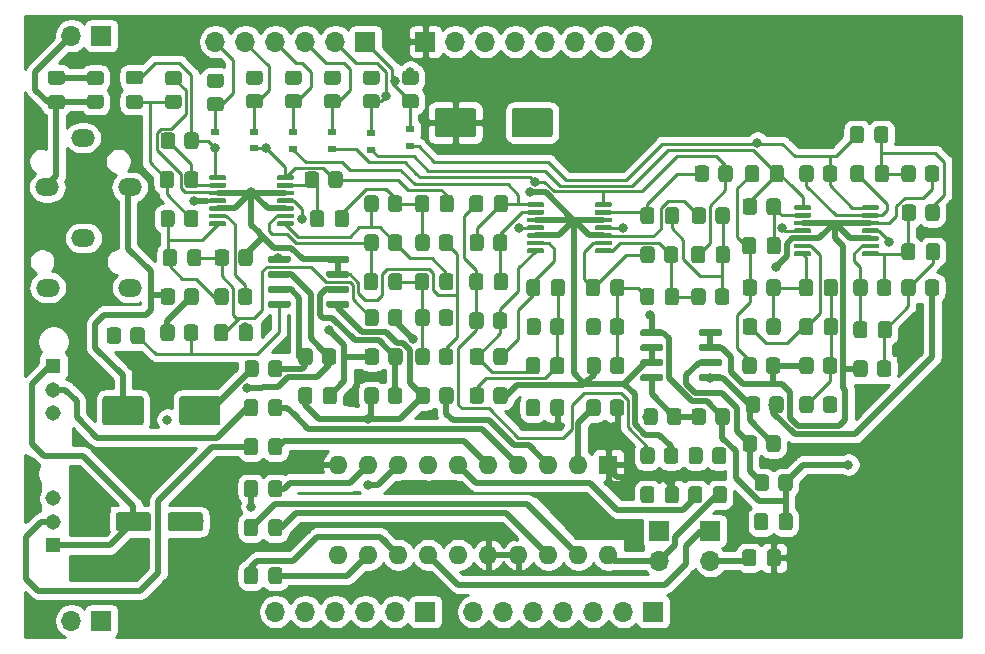
<source format=gbr>
%TF.GenerationSoftware,KiCad,Pcbnew,(5.1.7)-1*%
%TF.CreationDate,2020-12-20T22:11:25+02:00*%
%TF.ProjectId,SOUNDBOX,534f554e-4442-44f5-982e-6b696361645f,rev?*%
%TF.SameCoordinates,Original*%
%TF.FileFunction,Copper,L2,Bot*%
%TF.FilePolarity,Positive*%
%FSLAX46Y46*%
G04 Gerber Fmt 4.6, Leading zero omitted, Abs format (unit mm)*
G04 Created by KiCad (PCBNEW (5.1.7)-1) date 2020-12-20 22:11:25*
%MOMM*%
%LPD*%
G01*
G04 APERTURE LIST*
%TA.AperFunction,ComponentPad*%
%ADD10R,1.700000X1.700000*%
%TD*%
%TA.AperFunction,ComponentPad*%
%ADD11O,1.700000X1.700000*%
%TD*%
%TA.AperFunction,ComponentPad*%
%ADD12O,2.000000X1.500000*%
%TD*%
%TA.AperFunction,ComponentPad*%
%ADD13R,1.308000X1.308000*%
%TD*%
%TA.AperFunction,ComponentPad*%
%ADD14C,1.308000*%
%TD*%
%TA.AperFunction,ComponentPad*%
%ADD15R,1.600000X1.600000*%
%TD*%
%TA.AperFunction,ComponentPad*%
%ADD16O,1.600000X1.600000*%
%TD*%
%TA.AperFunction,SMDPad,CuDef*%
%ADD17R,0.700000X0.600000*%
%TD*%
%TA.AperFunction,ViaPad*%
%ADD18C,0.800000*%
%TD*%
%TA.AperFunction,Conductor*%
%ADD19C,0.500000*%
%TD*%
%TA.AperFunction,Conductor*%
%ADD20C,0.250000*%
%TD*%
%TA.AperFunction,Conductor*%
%ADD21C,0.254000*%
%TD*%
%TA.AperFunction,Conductor*%
%ADD22C,0.100000*%
%TD*%
%TA.AperFunction,NonConductor*%
%ADD23C,0.254000*%
%TD*%
%TA.AperFunction,NonConductor*%
%ADD24C,0.100000*%
%TD*%
G04 APERTURE END LIST*
%TO.P,R1,1*%
%TO.N,Net-(R1-Pad1)*%
%TA.AperFunction,SMDPad,CuDef*%
G36*
G01*
X112462000Y-147770001D02*
X112462000Y-146869999D01*
G75*
G02*
X112711999Y-146620000I249999J0D01*
G01*
X113412001Y-146620000D01*
G75*
G02*
X113662000Y-146869999I0J-249999D01*
G01*
X113662000Y-147770001D01*
G75*
G02*
X113412001Y-148020000I-249999J0D01*
G01*
X112711999Y-148020000D01*
G75*
G02*
X112462000Y-147770001I0J249999D01*
G01*
G37*
%TD.AperFunction*%
%TO.P,R1,2*%
%TO.N,/Sheet5F8DB692/VCC*%
%TA.AperFunction,SMDPad,CuDef*%
G36*
G01*
X114462000Y-147770001D02*
X114462000Y-146869999D01*
G75*
G02*
X114711999Y-146620000I249999J0D01*
G01*
X115412001Y-146620000D01*
G75*
G02*
X115662000Y-146869999I0J-249999D01*
G01*
X115662000Y-147770001D01*
G75*
G02*
X115412001Y-148020000I-249999J0D01*
G01*
X114711999Y-148020000D01*
G75*
G02*
X114462000Y-147770001I0J249999D01*
G01*
G37*
%TD.AperFunction*%
%TD*%
%TO.P,R28,2*%
%TO.N,Net-(C8-Pad1)*%
%TA.AperFunction,SMDPad,CuDef*%
G36*
G01*
X112646000Y-133661999D02*
X112646000Y-134562001D01*
G75*
G02*
X112396001Y-134812000I-249999J0D01*
G01*
X111695999Y-134812000D01*
G75*
G02*
X111446000Y-134562001I0J249999D01*
G01*
X111446000Y-133661999D01*
G75*
G02*
X111695999Y-133412000I249999J0D01*
G01*
X112396001Y-133412000D01*
G75*
G02*
X112646000Y-133661999I0J-249999D01*
G01*
G37*
%TD.AperFunction*%
%TO.P,R28,1*%
%TO.N,Net-(C2-Pad1)*%
%TA.AperFunction,SMDPad,CuDef*%
G36*
G01*
X114646000Y-133661999D02*
X114646000Y-134562001D01*
G75*
G02*
X114396001Y-134812000I-249999J0D01*
G01*
X113695999Y-134812000D01*
G75*
G02*
X113446000Y-134562001I0J249999D01*
G01*
X113446000Y-133661999D01*
G75*
G02*
X113695999Y-133412000I249999J0D01*
G01*
X114396001Y-133412000D01*
G75*
G02*
X114646000Y-133661999I0J-249999D01*
G01*
G37*
%TD.AperFunction*%
%TD*%
%TO.P,C32,2*%
%TO.N,/Sheet5FA98441/VCC-12*%
%TA.AperFunction,SMDPad,CuDef*%
G36*
G01*
X104865500Y-148811000D02*
X104865500Y-147861000D01*
G75*
G02*
X105115500Y-147611000I250000J0D01*
G01*
X105790500Y-147611000D01*
G75*
G02*
X106040500Y-147861000I0J-250000D01*
G01*
X106040500Y-148811000D01*
G75*
G02*
X105790500Y-149061000I-250000J0D01*
G01*
X105115500Y-149061000D01*
G75*
G02*
X104865500Y-148811000I0J250000D01*
G01*
G37*
%TD.AperFunction*%
%TO.P,C32,1*%
%TO.N,GNDREF*%
%TA.AperFunction,SMDPad,CuDef*%
G36*
G01*
X102790500Y-148811000D02*
X102790500Y-147861000D01*
G75*
G02*
X103040500Y-147611000I250000J0D01*
G01*
X103715500Y-147611000D01*
G75*
G02*
X103965500Y-147861000I0J-250000D01*
G01*
X103965500Y-148811000D01*
G75*
G02*
X103715500Y-149061000I-250000J0D01*
G01*
X103040500Y-149061000D01*
G75*
G02*
X102790500Y-148811000I0J250000D01*
G01*
G37*
%TD.AperFunction*%
%TD*%
%TO.P,C3,1*%
%TO.N,Net-(C3-Pad1)*%
%TA.AperFunction,SMDPad,CuDef*%
G36*
G01*
X93095500Y-137889000D02*
X93095500Y-136939000D01*
G75*
G02*
X93345500Y-136689000I250000J0D01*
G01*
X94020500Y-136689000D01*
G75*
G02*
X94270500Y-136939000I0J-250000D01*
G01*
X94270500Y-137889000D01*
G75*
G02*
X94020500Y-138139000I-250000J0D01*
G01*
X93345500Y-138139000D01*
G75*
G02*
X93095500Y-137889000I0J250000D01*
G01*
G37*
%TD.AperFunction*%
%TO.P,C3,2*%
%TO.N,Net-(C3-Pad2)*%
%TA.AperFunction,SMDPad,CuDef*%
G36*
G01*
X95170500Y-137889000D02*
X95170500Y-136939000D01*
G75*
G02*
X95420500Y-136689000I250000J0D01*
G01*
X96095500Y-136689000D01*
G75*
G02*
X96345500Y-136939000I0J-250000D01*
G01*
X96345500Y-137889000D01*
G75*
G02*
X96095500Y-138139000I-250000J0D01*
G01*
X95420500Y-138139000D01*
G75*
G02*
X95170500Y-137889000I0J250000D01*
G01*
G37*
%TD.AperFunction*%
%TD*%
%TO.P,U2,1*%
%TO.N,Net-(C3-Pad1)*%
%TA.AperFunction,SMDPad,CuDef*%
G36*
G01*
X93174000Y-127780000D02*
X93174000Y-127580000D01*
G75*
G02*
X93274000Y-127480000I100000J0D01*
G01*
X94549000Y-127480000D01*
G75*
G02*
X94649000Y-127580000I0J-100000D01*
G01*
X94649000Y-127780000D01*
G75*
G02*
X94549000Y-127880000I-100000J0D01*
G01*
X93274000Y-127880000D01*
G75*
G02*
X93174000Y-127780000I0J100000D01*
G01*
G37*
%TD.AperFunction*%
%TO.P,U2,2*%
%TO.N,Net-(C9-Pad1)*%
%TA.AperFunction,SMDPad,CuDef*%
G36*
G01*
X93174000Y-127130000D02*
X93174000Y-126930000D01*
G75*
G02*
X93274000Y-126830000I100000J0D01*
G01*
X94549000Y-126830000D01*
G75*
G02*
X94649000Y-126930000I0J-100000D01*
G01*
X94649000Y-127130000D01*
G75*
G02*
X94549000Y-127230000I-100000J0D01*
G01*
X93274000Y-127230000D01*
G75*
G02*
X93174000Y-127130000I0J100000D01*
G01*
G37*
%TD.AperFunction*%
%TO.P,U2,3*%
%TO.N,Net-(D11-Pad2)*%
%TA.AperFunction,SMDPad,CuDef*%
G36*
G01*
X93174000Y-126480000D02*
X93174000Y-126280000D01*
G75*
G02*
X93274000Y-126180000I100000J0D01*
G01*
X94549000Y-126180000D01*
G75*
G02*
X94649000Y-126280000I0J-100000D01*
G01*
X94649000Y-126480000D01*
G75*
G02*
X94549000Y-126580000I-100000J0D01*
G01*
X93274000Y-126580000D01*
G75*
G02*
X93174000Y-126480000I0J100000D01*
G01*
G37*
%TD.AperFunction*%
%TO.P,U2,4*%
%TO.N,/Sheet5F8DB692/VCC*%
%TA.AperFunction,SMDPad,CuDef*%
G36*
G01*
X93174000Y-125830000D02*
X93174000Y-125630000D01*
G75*
G02*
X93274000Y-125530000I100000J0D01*
G01*
X94549000Y-125530000D01*
G75*
G02*
X94649000Y-125630000I0J-100000D01*
G01*
X94649000Y-125830000D01*
G75*
G02*
X94549000Y-125930000I-100000J0D01*
G01*
X93274000Y-125930000D01*
G75*
G02*
X93174000Y-125830000I0J100000D01*
G01*
G37*
%TD.AperFunction*%
%TO.P,U2,5*%
%TO.N,Net-(D11-Pad2)*%
%TA.AperFunction,SMDPad,CuDef*%
G36*
G01*
X93174000Y-125180000D02*
X93174000Y-124980000D01*
G75*
G02*
X93274000Y-124880000I100000J0D01*
G01*
X94549000Y-124880000D01*
G75*
G02*
X94649000Y-124980000I0J-100000D01*
G01*
X94649000Y-125180000D01*
G75*
G02*
X94549000Y-125280000I-100000J0D01*
G01*
X93274000Y-125280000D01*
G75*
G02*
X93174000Y-125180000I0J100000D01*
G01*
G37*
%TD.AperFunction*%
%TO.P,U2,6*%
%TO.N,Net-(C24-Pad1)*%
%TA.AperFunction,SMDPad,CuDef*%
G36*
G01*
X93174000Y-124530000D02*
X93174000Y-124330000D01*
G75*
G02*
X93274000Y-124230000I100000J0D01*
G01*
X94549000Y-124230000D01*
G75*
G02*
X94649000Y-124330000I0J-100000D01*
G01*
X94649000Y-124530000D01*
G75*
G02*
X94549000Y-124630000I-100000J0D01*
G01*
X93274000Y-124630000D01*
G75*
G02*
X93174000Y-124530000I0J100000D01*
G01*
G37*
%TD.AperFunction*%
%TO.P,U2,7*%
%TO.N,Net-(C17-Pad1)*%
%TA.AperFunction,SMDPad,CuDef*%
G36*
G01*
X93174000Y-123880000D02*
X93174000Y-123680000D01*
G75*
G02*
X93274000Y-123580000I100000J0D01*
G01*
X94549000Y-123580000D01*
G75*
G02*
X94649000Y-123680000I0J-100000D01*
G01*
X94649000Y-123880000D01*
G75*
G02*
X94549000Y-123980000I-100000J0D01*
G01*
X93274000Y-123980000D01*
G75*
G02*
X93174000Y-123880000I0J100000D01*
G01*
G37*
%TD.AperFunction*%
%TO.P,U2,8*%
%TO.N,Net-(C16-Pad1)*%
%TA.AperFunction,SMDPad,CuDef*%
G36*
G01*
X98899000Y-123880000D02*
X98899000Y-123680000D01*
G75*
G02*
X98999000Y-123580000I100000J0D01*
G01*
X100274000Y-123580000D01*
G75*
G02*
X100374000Y-123680000I0J-100000D01*
G01*
X100374000Y-123880000D01*
G75*
G02*
X100274000Y-123980000I-100000J0D01*
G01*
X98999000Y-123980000D01*
G75*
G02*
X98899000Y-123880000I0J100000D01*
G01*
G37*
%TD.AperFunction*%
%TO.P,U2,9*%
%TO.N,Net-(C21-Pad1)*%
%TA.AperFunction,SMDPad,CuDef*%
G36*
G01*
X98899000Y-124530000D02*
X98899000Y-124330000D01*
G75*
G02*
X98999000Y-124230000I100000J0D01*
G01*
X100274000Y-124230000D01*
G75*
G02*
X100374000Y-124330000I0J-100000D01*
G01*
X100374000Y-124530000D01*
G75*
G02*
X100274000Y-124630000I-100000J0D01*
G01*
X98999000Y-124630000D01*
G75*
G02*
X98899000Y-124530000I0J100000D01*
G01*
G37*
%TD.AperFunction*%
%TO.P,U2,10*%
%TO.N,Net-(D11-Pad2)*%
%TA.AperFunction,SMDPad,CuDef*%
G36*
G01*
X98899000Y-125180000D02*
X98899000Y-124980000D01*
G75*
G02*
X98999000Y-124880000I100000J0D01*
G01*
X100274000Y-124880000D01*
G75*
G02*
X100374000Y-124980000I0J-100000D01*
G01*
X100374000Y-125180000D01*
G75*
G02*
X100274000Y-125280000I-100000J0D01*
G01*
X98999000Y-125280000D01*
G75*
G02*
X98899000Y-125180000I0J100000D01*
G01*
G37*
%TD.AperFunction*%
%TO.P,U2,11*%
%TO.N,GNDREF*%
%TA.AperFunction,SMDPad,CuDef*%
G36*
G01*
X98899000Y-125830000D02*
X98899000Y-125630000D01*
G75*
G02*
X98999000Y-125530000I100000J0D01*
G01*
X100274000Y-125530000D01*
G75*
G02*
X100374000Y-125630000I0J-100000D01*
G01*
X100374000Y-125830000D01*
G75*
G02*
X100274000Y-125930000I-100000J0D01*
G01*
X98999000Y-125930000D01*
G75*
G02*
X98899000Y-125830000I0J100000D01*
G01*
G37*
%TD.AperFunction*%
%TO.P,U2,12*%
%TO.N,Net-(D11-Pad2)*%
%TA.AperFunction,SMDPad,CuDef*%
G36*
G01*
X98899000Y-126480000D02*
X98899000Y-126280000D01*
G75*
G02*
X98999000Y-126180000I100000J0D01*
G01*
X100274000Y-126180000D01*
G75*
G02*
X100374000Y-126280000I0J-100000D01*
G01*
X100374000Y-126480000D01*
G75*
G02*
X100274000Y-126580000I-100000J0D01*
G01*
X98999000Y-126580000D01*
G75*
G02*
X98899000Y-126480000I0J100000D01*
G01*
G37*
%TD.AperFunction*%
%TO.P,U2,13*%
%TO.N,Net-(C12-Pad1)*%
%TA.AperFunction,SMDPad,CuDef*%
G36*
G01*
X98899000Y-127130000D02*
X98899000Y-126930000D01*
G75*
G02*
X98999000Y-126830000I100000J0D01*
G01*
X100274000Y-126830000D01*
G75*
G02*
X100374000Y-126930000I0J-100000D01*
G01*
X100374000Y-127130000D01*
G75*
G02*
X100274000Y-127230000I-100000J0D01*
G01*
X98999000Y-127230000D01*
G75*
G02*
X98899000Y-127130000I0J100000D01*
G01*
G37*
%TD.AperFunction*%
%TO.P,U2,14*%
%TO.N,Net-(C6-Pad1)*%
%TA.AperFunction,SMDPad,CuDef*%
G36*
G01*
X98899000Y-127780000D02*
X98899000Y-127580000D01*
G75*
G02*
X98999000Y-127480000I100000J0D01*
G01*
X100274000Y-127480000D01*
G75*
G02*
X100374000Y-127580000I0J-100000D01*
G01*
X100374000Y-127780000D01*
G75*
G02*
X100274000Y-127880000I-100000J0D01*
G01*
X98999000Y-127880000D01*
G75*
G02*
X98899000Y-127780000I0J100000D01*
G01*
G37*
%TD.AperFunction*%
%TD*%
%TO.P,C33,1*%
%TO.N,Net-(C33-Pad1)*%
%TA.AperFunction,SMDPad,CuDef*%
G36*
G01*
X69219500Y-151605000D02*
X69219500Y-150655000D01*
G75*
G02*
X69469500Y-150405000I250000J0D01*
G01*
X70144500Y-150405000D01*
G75*
G02*
X70394500Y-150655000I0J-250000D01*
G01*
X70394500Y-151605000D01*
G75*
G02*
X70144500Y-151855000I-250000J0D01*
G01*
X69469500Y-151855000D01*
G75*
G02*
X69219500Y-151605000I0J250000D01*
G01*
G37*
%TD.AperFunction*%
%TO.P,C33,2*%
%TO.N,Net-(C33-Pad2)*%
%TA.AperFunction,SMDPad,CuDef*%
G36*
G01*
X71294500Y-151605000D02*
X71294500Y-150655000D01*
G75*
G02*
X71544500Y-150405000I250000J0D01*
G01*
X72219500Y-150405000D01*
G75*
G02*
X72469500Y-150655000I0J-250000D01*
G01*
X72469500Y-151605000D01*
G75*
G02*
X72219500Y-151855000I-250000J0D01*
G01*
X71544500Y-151855000D01*
G75*
G02*
X71294500Y-151605000I0J250000D01*
G01*
G37*
%TD.AperFunction*%
%TD*%
%TO.P,U3,1*%
%TO.N,Net-(C4-Pad1)*%
%TA.AperFunction,SMDPad,CuDef*%
G36*
G01*
X66250000Y-125494000D02*
X66250000Y-125294000D01*
G75*
G02*
X66350000Y-125194000I100000J0D01*
G01*
X67625000Y-125194000D01*
G75*
G02*
X67725000Y-125294000I0J-100000D01*
G01*
X67725000Y-125494000D01*
G75*
G02*
X67625000Y-125594000I-100000J0D01*
G01*
X66350000Y-125594000D01*
G75*
G02*
X66250000Y-125494000I0J100000D01*
G01*
G37*
%TD.AperFunction*%
%TO.P,U3,2*%
%TO.N,Net-(C10-Pad1)*%
%TA.AperFunction,SMDPad,CuDef*%
G36*
G01*
X66250000Y-124844000D02*
X66250000Y-124644000D01*
G75*
G02*
X66350000Y-124544000I100000J0D01*
G01*
X67625000Y-124544000D01*
G75*
G02*
X67725000Y-124644000I0J-100000D01*
G01*
X67725000Y-124844000D01*
G75*
G02*
X67625000Y-124944000I-100000J0D01*
G01*
X66350000Y-124944000D01*
G75*
G02*
X66250000Y-124844000I0J100000D01*
G01*
G37*
%TD.AperFunction*%
%TO.P,U3,3*%
%TO.N,Net-(D12-Pad2)*%
%TA.AperFunction,SMDPad,CuDef*%
G36*
G01*
X66250000Y-124194000D02*
X66250000Y-123994000D01*
G75*
G02*
X66350000Y-123894000I100000J0D01*
G01*
X67625000Y-123894000D01*
G75*
G02*
X67725000Y-123994000I0J-100000D01*
G01*
X67725000Y-124194000D01*
G75*
G02*
X67625000Y-124294000I-100000J0D01*
G01*
X66350000Y-124294000D01*
G75*
G02*
X66250000Y-124194000I0J100000D01*
G01*
G37*
%TD.AperFunction*%
%TO.P,U3,4*%
%TO.N,/Sheet5F8DB692/VCC*%
%TA.AperFunction,SMDPad,CuDef*%
G36*
G01*
X66250000Y-123544000D02*
X66250000Y-123344000D01*
G75*
G02*
X66350000Y-123244000I100000J0D01*
G01*
X67625000Y-123244000D01*
G75*
G02*
X67725000Y-123344000I0J-100000D01*
G01*
X67725000Y-123544000D01*
G75*
G02*
X67625000Y-123644000I-100000J0D01*
G01*
X66350000Y-123644000D01*
G75*
G02*
X66250000Y-123544000I0J100000D01*
G01*
G37*
%TD.AperFunction*%
%TO.P,U3,5*%
%TO.N,Net-(D12-Pad2)*%
%TA.AperFunction,SMDPad,CuDef*%
G36*
G01*
X66250000Y-122894000D02*
X66250000Y-122694000D01*
G75*
G02*
X66350000Y-122594000I100000J0D01*
G01*
X67625000Y-122594000D01*
G75*
G02*
X67725000Y-122694000I0J-100000D01*
G01*
X67725000Y-122894000D01*
G75*
G02*
X67625000Y-122994000I-100000J0D01*
G01*
X66350000Y-122994000D01*
G75*
G02*
X66250000Y-122894000I0J100000D01*
G01*
G37*
%TD.AperFunction*%
%TO.P,U3,6*%
%TO.N,Net-(C25-Pad1)*%
%TA.AperFunction,SMDPad,CuDef*%
G36*
G01*
X66250000Y-122244000D02*
X66250000Y-122044000D01*
G75*
G02*
X66350000Y-121944000I100000J0D01*
G01*
X67625000Y-121944000D01*
G75*
G02*
X67725000Y-122044000I0J-100000D01*
G01*
X67725000Y-122244000D01*
G75*
G02*
X67625000Y-122344000I-100000J0D01*
G01*
X66350000Y-122344000D01*
G75*
G02*
X66250000Y-122244000I0J100000D01*
G01*
G37*
%TD.AperFunction*%
%TO.P,U3,7*%
%TO.N,Net-(C19-Pad1)*%
%TA.AperFunction,SMDPad,CuDef*%
G36*
G01*
X66250000Y-121594000D02*
X66250000Y-121394000D01*
G75*
G02*
X66350000Y-121294000I100000J0D01*
G01*
X67625000Y-121294000D01*
G75*
G02*
X67725000Y-121394000I0J-100000D01*
G01*
X67725000Y-121594000D01*
G75*
G02*
X67625000Y-121694000I-100000J0D01*
G01*
X66350000Y-121694000D01*
G75*
G02*
X66250000Y-121594000I0J100000D01*
G01*
G37*
%TD.AperFunction*%
%TO.P,U3,8*%
%TO.N,Net-(C18-Pad1)*%
%TA.AperFunction,SMDPad,CuDef*%
G36*
G01*
X71975000Y-121594000D02*
X71975000Y-121394000D01*
G75*
G02*
X72075000Y-121294000I100000J0D01*
G01*
X73350000Y-121294000D01*
G75*
G02*
X73450000Y-121394000I0J-100000D01*
G01*
X73450000Y-121594000D01*
G75*
G02*
X73350000Y-121694000I-100000J0D01*
G01*
X72075000Y-121694000D01*
G75*
G02*
X71975000Y-121594000I0J100000D01*
G01*
G37*
%TD.AperFunction*%
%TO.P,U3,9*%
%TO.N,Net-(C22-Pad1)*%
%TA.AperFunction,SMDPad,CuDef*%
G36*
G01*
X71975000Y-122244000D02*
X71975000Y-122044000D01*
G75*
G02*
X72075000Y-121944000I100000J0D01*
G01*
X73350000Y-121944000D01*
G75*
G02*
X73450000Y-122044000I0J-100000D01*
G01*
X73450000Y-122244000D01*
G75*
G02*
X73350000Y-122344000I-100000J0D01*
G01*
X72075000Y-122344000D01*
G75*
G02*
X71975000Y-122244000I0J100000D01*
G01*
G37*
%TD.AperFunction*%
%TO.P,U3,10*%
%TO.N,Net-(D12-Pad2)*%
%TA.AperFunction,SMDPad,CuDef*%
G36*
G01*
X71975000Y-122894000D02*
X71975000Y-122694000D01*
G75*
G02*
X72075000Y-122594000I100000J0D01*
G01*
X73350000Y-122594000D01*
G75*
G02*
X73450000Y-122694000I0J-100000D01*
G01*
X73450000Y-122894000D01*
G75*
G02*
X73350000Y-122994000I-100000J0D01*
G01*
X72075000Y-122994000D01*
G75*
G02*
X71975000Y-122894000I0J100000D01*
G01*
G37*
%TD.AperFunction*%
%TO.P,U3,11*%
%TO.N,GNDREF*%
%TA.AperFunction,SMDPad,CuDef*%
G36*
G01*
X71975000Y-123544000D02*
X71975000Y-123344000D01*
G75*
G02*
X72075000Y-123244000I100000J0D01*
G01*
X73350000Y-123244000D01*
G75*
G02*
X73450000Y-123344000I0J-100000D01*
G01*
X73450000Y-123544000D01*
G75*
G02*
X73350000Y-123644000I-100000J0D01*
G01*
X72075000Y-123644000D01*
G75*
G02*
X71975000Y-123544000I0J100000D01*
G01*
G37*
%TD.AperFunction*%
%TO.P,U3,12*%
%TO.N,Net-(D12-Pad2)*%
%TA.AperFunction,SMDPad,CuDef*%
G36*
G01*
X71975000Y-124194000D02*
X71975000Y-123994000D01*
G75*
G02*
X72075000Y-123894000I100000J0D01*
G01*
X73350000Y-123894000D01*
G75*
G02*
X73450000Y-123994000I0J-100000D01*
G01*
X73450000Y-124194000D01*
G75*
G02*
X73350000Y-124294000I-100000J0D01*
G01*
X72075000Y-124294000D01*
G75*
G02*
X71975000Y-124194000I0J100000D01*
G01*
G37*
%TD.AperFunction*%
%TO.P,U3,13*%
%TO.N,Net-(C13-Pad1)*%
%TA.AperFunction,SMDPad,CuDef*%
G36*
G01*
X71975000Y-124844000D02*
X71975000Y-124644000D01*
G75*
G02*
X72075000Y-124544000I100000J0D01*
G01*
X73350000Y-124544000D01*
G75*
G02*
X73450000Y-124644000I0J-100000D01*
G01*
X73450000Y-124844000D01*
G75*
G02*
X73350000Y-124944000I-100000J0D01*
G01*
X72075000Y-124944000D01*
G75*
G02*
X71975000Y-124844000I0J100000D01*
G01*
G37*
%TD.AperFunction*%
%TO.P,U3,14*%
%TO.N,Net-(C7-Pad1)*%
%TA.AperFunction,SMDPad,CuDef*%
G36*
G01*
X71975000Y-125494000D02*
X71975000Y-125294000D01*
G75*
G02*
X72075000Y-125194000I100000J0D01*
G01*
X73350000Y-125194000D01*
G75*
G02*
X73450000Y-125294000I0J-100000D01*
G01*
X73450000Y-125494000D01*
G75*
G02*
X73350000Y-125594000I-100000J0D01*
G01*
X72075000Y-125594000D01*
G75*
G02*
X71975000Y-125494000I0J100000D01*
G01*
G37*
%TD.AperFunction*%
%TD*%
%TO.P,C30,1*%
%TO.N,/Sheet5FA98441/VCC-12*%
%TA.AperFunction,SMDPad,CuDef*%
G36*
G01*
X85372000Y-117840000D02*
X85372000Y-115840000D01*
G75*
G02*
X85622000Y-115590000I250000J0D01*
G01*
X88622000Y-115590000D01*
G75*
G02*
X88872000Y-115840000I0J-250000D01*
G01*
X88872000Y-117840000D01*
G75*
G02*
X88622000Y-118090000I-250000J0D01*
G01*
X85622000Y-118090000D01*
G75*
G02*
X85372000Y-117840000I0J250000D01*
G01*
G37*
%TD.AperFunction*%
%TO.P,C30,2*%
%TO.N,GNDREF*%
%TA.AperFunction,SMDPad,CuDef*%
G36*
G01*
X91872000Y-117840000D02*
X91872000Y-115840000D01*
G75*
G02*
X92122000Y-115590000I250000J0D01*
G01*
X95122000Y-115590000D01*
G75*
G02*
X95372000Y-115840000I0J-250000D01*
G01*
X95372000Y-117840000D01*
G75*
G02*
X95122000Y-118090000I-250000J0D01*
G01*
X92122000Y-118090000D01*
G75*
G02*
X91872000Y-117840000I0J250000D01*
G01*
G37*
%TD.AperFunction*%
%TD*%
%TO.P,U4,14*%
%TO.N,Net-(C5-Pad1)*%
%TA.AperFunction,SMDPad,CuDef*%
G36*
G01*
X121505000Y-128034000D02*
X121505000Y-127834000D01*
G75*
G02*
X121605000Y-127734000I100000J0D01*
G01*
X122880000Y-127734000D01*
G75*
G02*
X122980000Y-127834000I0J-100000D01*
G01*
X122980000Y-128034000D01*
G75*
G02*
X122880000Y-128134000I-100000J0D01*
G01*
X121605000Y-128134000D01*
G75*
G02*
X121505000Y-128034000I0J100000D01*
G01*
G37*
%TD.AperFunction*%
%TO.P,U4,13*%
%TO.N,Net-(C11-Pad1)*%
%TA.AperFunction,SMDPad,CuDef*%
G36*
G01*
X121505000Y-127384000D02*
X121505000Y-127184000D01*
G75*
G02*
X121605000Y-127084000I100000J0D01*
G01*
X122880000Y-127084000D01*
G75*
G02*
X122980000Y-127184000I0J-100000D01*
G01*
X122980000Y-127384000D01*
G75*
G02*
X122880000Y-127484000I-100000J0D01*
G01*
X121605000Y-127484000D01*
G75*
G02*
X121505000Y-127384000I0J100000D01*
G01*
G37*
%TD.AperFunction*%
%TO.P,U4,12*%
%TO.N,Net-(D10-Pad2)*%
%TA.AperFunction,SMDPad,CuDef*%
G36*
G01*
X121505000Y-126734000D02*
X121505000Y-126534000D01*
G75*
G02*
X121605000Y-126434000I100000J0D01*
G01*
X122880000Y-126434000D01*
G75*
G02*
X122980000Y-126534000I0J-100000D01*
G01*
X122980000Y-126734000D01*
G75*
G02*
X122880000Y-126834000I-100000J0D01*
G01*
X121605000Y-126834000D01*
G75*
G02*
X121505000Y-126734000I0J100000D01*
G01*
G37*
%TD.AperFunction*%
%TO.P,U4,11*%
%TO.N,GNDREF*%
%TA.AperFunction,SMDPad,CuDef*%
G36*
G01*
X121505000Y-126084000D02*
X121505000Y-125884000D01*
G75*
G02*
X121605000Y-125784000I100000J0D01*
G01*
X122880000Y-125784000D01*
G75*
G02*
X122980000Y-125884000I0J-100000D01*
G01*
X122980000Y-126084000D01*
G75*
G02*
X122880000Y-126184000I-100000J0D01*
G01*
X121605000Y-126184000D01*
G75*
G02*
X121505000Y-126084000I0J100000D01*
G01*
G37*
%TD.AperFunction*%
%TO.P,U4,10*%
%TO.N,Net-(D10-Pad2)*%
%TA.AperFunction,SMDPad,CuDef*%
G36*
G01*
X121505000Y-125434000D02*
X121505000Y-125234000D01*
G75*
G02*
X121605000Y-125134000I100000J0D01*
G01*
X122880000Y-125134000D01*
G75*
G02*
X122980000Y-125234000I0J-100000D01*
G01*
X122980000Y-125434000D01*
G75*
G02*
X122880000Y-125534000I-100000J0D01*
G01*
X121605000Y-125534000D01*
G75*
G02*
X121505000Y-125434000I0J100000D01*
G01*
G37*
%TD.AperFunction*%
%TO.P,U4,9*%
%TO.N,Net-(C20-Pad1)*%
%TA.AperFunction,SMDPad,CuDef*%
G36*
G01*
X121505000Y-124784000D02*
X121505000Y-124584000D01*
G75*
G02*
X121605000Y-124484000I100000J0D01*
G01*
X122880000Y-124484000D01*
G75*
G02*
X122980000Y-124584000I0J-100000D01*
G01*
X122980000Y-124784000D01*
G75*
G02*
X122880000Y-124884000I-100000J0D01*
G01*
X121605000Y-124884000D01*
G75*
G02*
X121505000Y-124784000I0J100000D01*
G01*
G37*
%TD.AperFunction*%
%TO.P,U4,8*%
%TO.N,Net-(C14-Pad1)*%
%TA.AperFunction,SMDPad,CuDef*%
G36*
G01*
X121505000Y-124134000D02*
X121505000Y-123934000D01*
G75*
G02*
X121605000Y-123834000I100000J0D01*
G01*
X122880000Y-123834000D01*
G75*
G02*
X122980000Y-123934000I0J-100000D01*
G01*
X122980000Y-124134000D01*
G75*
G02*
X122880000Y-124234000I-100000J0D01*
G01*
X121605000Y-124234000D01*
G75*
G02*
X121505000Y-124134000I0J100000D01*
G01*
G37*
%TD.AperFunction*%
%TO.P,U4,7*%
%TO.N,Net-(C15-Pad1)*%
%TA.AperFunction,SMDPad,CuDef*%
G36*
G01*
X115780000Y-124134000D02*
X115780000Y-123934000D01*
G75*
G02*
X115880000Y-123834000I100000J0D01*
G01*
X117155000Y-123834000D01*
G75*
G02*
X117255000Y-123934000I0J-100000D01*
G01*
X117255000Y-124134000D01*
G75*
G02*
X117155000Y-124234000I-100000J0D01*
G01*
X115880000Y-124234000D01*
G75*
G02*
X115780000Y-124134000I0J100000D01*
G01*
G37*
%TD.AperFunction*%
%TO.P,U4,6*%
%TO.N,Net-(C23-Pad1)*%
%TA.AperFunction,SMDPad,CuDef*%
G36*
G01*
X115780000Y-124784000D02*
X115780000Y-124584000D01*
G75*
G02*
X115880000Y-124484000I100000J0D01*
G01*
X117155000Y-124484000D01*
G75*
G02*
X117255000Y-124584000I0J-100000D01*
G01*
X117255000Y-124784000D01*
G75*
G02*
X117155000Y-124884000I-100000J0D01*
G01*
X115880000Y-124884000D01*
G75*
G02*
X115780000Y-124784000I0J100000D01*
G01*
G37*
%TD.AperFunction*%
%TO.P,U4,5*%
%TO.N,Net-(D10-Pad2)*%
%TA.AperFunction,SMDPad,CuDef*%
G36*
G01*
X115780000Y-125434000D02*
X115780000Y-125234000D01*
G75*
G02*
X115880000Y-125134000I100000J0D01*
G01*
X117155000Y-125134000D01*
G75*
G02*
X117255000Y-125234000I0J-100000D01*
G01*
X117255000Y-125434000D01*
G75*
G02*
X117155000Y-125534000I-100000J0D01*
G01*
X115880000Y-125534000D01*
G75*
G02*
X115780000Y-125434000I0J100000D01*
G01*
G37*
%TD.AperFunction*%
%TO.P,U4,4*%
%TO.N,/Sheet5F8DB692/VCC*%
%TA.AperFunction,SMDPad,CuDef*%
G36*
G01*
X115780000Y-126084000D02*
X115780000Y-125884000D01*
G75*
G02*
X115880000Y-125784000I100000J0D01*
G01*
X117155000Y-125784000D01*
G75*
G02*
X117255000Y-125884000I0J-100000D01*
G01*
X117255000Y-126084000D01*
G75*
G02*
X117155000Y-126184000I-100000J0D01*
G01*
X115880000Y-126184000D01*
G75*
G02*
X115780000Y-126084000I0J100000D01*
G01*
G37*
%TD.AperFunction*%
%TO.P,U4,3*%
%TO.N,Net-(D10-Pad2)*%
%TA.AperFunction,SMDPad,CuDef*%
G36*
G01*
X115780000Y-126734000D02*
X115780000Y-126534000D01*
G75*
G02*
X115880000Y-126434000I100000J0D01*
G01*
X117155000Y-126434000D01*
G75*
G02*
X117255000Y-126534000I0J-100000D01*
G01*
X117255000Y-126734000D01*
G75*
G02*
X117155000Y-126834000I-100000J0D01*
G01*
X115880000Y-126834000D01*
G75*
G02*
X115780000Y-126734000I0J100000D01*
G01*
G37*
%TD.AperFunction*%
%TO.P,U4,2*%
%TO.N,Net-(C8-Pad1)*%
%TA.AperFunction,SMDPad,CuDef*%
G36*
G01*
X115780000Y-127384000D02*
X115780000Y-127184000D01*
G75*
G02*
X115880000Y-127084000I100000J0D01*
G01*
X117155000Y-127084000D01*
G75*
G02*
X117255000Y-127184000I0J-100000D01*
G01*
X117255000Y-127384000D01*
G75*
G02*
X117155000Y-127484000I-100000J0D01*
G01*
X115880000Y-127484000D01*
G75*
G02*
X115780000Y-127384000I0J100000D01*
G01*
G37*
%TD.AperFunction*%
%TO.P,U4,1*%
%TO.N,Net-(C2-Pad1)*%
%TA.AperFunction,SMDPad,CuDef*%
G36*
G01*
X115780000Y-128034000D02*
X115780000Y-127834000D01*
G75*
G02*
X115880000Y-127734000I100000J0D01*
G01*
X117155000Y-127734000D01*
G75*
G02*
X117255000Y-127834000I0J-100000D01*
G01*
X117255000Y-128034000D01*
G75*
G02*
X117155000Y-128134000I-100000J0D01*
G01*
X115880000Y-128134000D01*
G75*
G02*
X115780000Y-128034000I0J100000D01*
G01*
G37*
%TD.AperFunction*%
%TD*%
%TO.P,R18,1*%
%TO.N,/Sheet5F8DB692/FILTER_IN*%
%TA.AperFunction,SMDPad,CuDef*%
G36*
G01*
X86928000Y-132899999D02*
X86928000Y-133800001D01*
G75*
G02*
X86678001Y-134050000I-249999J0D01*
G01*
X85977999Y-134050000D01*
G75*
G02*
X85728000Y-133800001I0J249999D01*
G01*
X85728000Y-132899999D01*
G75*
G02*
X85977999Y-132650000I249999J0D01*
G01*
X86678001Y-132650000D01*
G75*
G02*
X86928000Y-132899999I0J-249999D01*
G01*
G37*
%TD.AperFunction*%
%TO.P,R18,2*%
%TO.N,Net-(C13-Pad2)*%
%TA.AperFunction,SMDPad,CuDef*%
G36*
G01*
X84928000Y-132899999D02*
X84928000Y-133800001D01*
G75*
G02*
X84678001Y-134050000I-249999J0D01*
G01*
X83977999Y-134050000D01*
G75*
G02*
X83728000Y-133800001I0J249999D01*
G01*
X83728000Y-132899999D01*
G75*
G02*
X83977999Y-132650000I249999J0D01*
G01*
X84678001Y-132650000D01*
G75*
G02*
X84928000Y-132899999I0J-249999D01*
G01*
G37*
%TD.AperFunction*%
%TD*%
%TO.P,C1,2*%
%TO.N,/Sheet5FA98441/Left_in*%
%TA.AperFunction,SMDPad,CuDef*%
G36*
G01*
X70394500Y-140495000D02*
X70394500Y-141445000D01*
G75*
G02*
X70144500Y-141695000I-250000J0D01*
G01*
X69469500Y-141695000D01*
G75*
G02*
X69219500Y-141445000I0J250000D01*
G01*
X69219500Y-140495000D01*
G75*
G02*
X69469500Y-140245000I250000J0D01*
G01*
X70144500Y-140245000D01*
G75*
G02*
X70394500Y-140495000I0J-250000D01*
G01*
G37*
%TD.AperFunction*%
%TO.P,C1,1*%
%TO.N,Net-(C1-Pad1)*%
%TA.AperFunction,SMDPad,CuDef*%
G36*
G01*
X72469500Y-140495000D02*
X72469500Y-141445000D01*
G75*
G02*
X72219500Y-141695000I-250000J0D01*
G01*
X71544500Y-141695000D01*
G75*
G02*
X71294500Y-141445000I0J250000D01*
G01*
X71294500Y-140495000D01*
G75*
G02*
X71544500Y-140245000I250000J0D01*
G01*
X72219500Y-140245000D01*
G75*
G02*
X72469500Y-140495000I0J-250000D01*
G01*
G37*
%TD.AperFunction*%
%TD*%
%TO.P,C2,1*%
%TO.N,Net-(C2-Pad1)*%
%TA.AperFunction,SMDPad,CuDef*%
G36*
G01*
X116231000Y-131285000D02*
X116231000Y-130335000D01*
G75*
G02*
X116481000Y-130085000I250000J0D01*
G01*
X117156000Y-130085000D01*
G75*
G02*
X117406000Y-130335000I0J-250000D01*
G01*
X117406000Y-131285000D01*
G75*
G02*
X117156000Y-131535000I-250000J0D01*
G01*
X116481000Y-131535000D01*
G75*
G02*
X116231000Y-131285000I0J250000D01*
G01*
G37*
%TD.AperFunction*%
%TO.P,C2,2*%
%TO.N,Net-(C2-Pad2)*%
%TA.AperFunction,SMDPad,CuDef*%
G36*
G01*
X118306000Y-131285000D02*
X118306000Y-130335000D01*
G75*
G02*
X118556000Y-130085000I250000J0D01*
G01*
X119231000Y-130085000D01*
G75*
G02*
X119481000Y-130335000I0J-250000D01*
G01*
X119481000Y-131285000D01*
G75*
G02*
X119231000Y-131535000I-250000J0D01*
G01*
X118556000Y-131535000D01*
G75*
G02*
X118306000Y-131285000I0J250000D01*
G01*
G37*
%TD.AperFunction*%
%TD*%
%TO.P,C4,2*%
%TO.N,Net-(C10-Pad2)*%
%TA.AperFunction,SMDPad,CuDef*%
G36*
G01*
X64436500Y-128745000D02*
X64436500Y-127795000D01*
G75*
G02*
X64686500Y-127545000I250000J0D01*
G01*
X65361500Y-127545000D01*
G75*
G02*
X65611500Y-127795000I0J-250000D01*
G01*
X65611500Y-128745000D01*
G75*
G02*
X65361500Y-128995000I-250000J0D01*
G01*
X64686500Y-128995000D01*
G75*
G02*
X64436500Y-128745000I0J250000D01*
G01*
G37*
%TD.AperFunction*%
%TO.P,C4,1*%
%TO.N,Net-(C4-Pad1)*%
%TA.AperFunction,SMDPad,CuDef*%
G36*
G01*
X62361500Y-128745000D02*
X62361500Y-127795000D01*
G75*
G02*
X62611500Y-127545000I250000J0D01*
G01*
X63286500Y-127545000D01*
G75*
G02*
X63536500Y-127795000I0J-250000D01*
G01*
X63536500Y-128745000D01*
G75*
G02*
X63286500Y-128995000I-250000J0D01*
G01*
X62611500Y-128995000D01*
G75*
G02*
X62361500Y-128745000I0J250000D01*
G01*
G37*
%TD.AperFunction*%
%TD*%
%TO.P,C5,1*%
%TO.N,Net-(C5-Pad1)*%
%TA.AperFunction,SMDPad,CuDef*%
G36*
G01*
X124888500Y-128237000D02*
X124888500Y-127287000D01*
G75*
G02*
X125138500Y-127037000I250000J0D01*
G01*
X125813500Y-127037000D01*
G75*
G02*
X126063500Y-127287000I0J-250000D01*
G01*
X126063500Y-128237000D01*
G75*
G02*
X125813500Y-128487000I-250000J0D01*
G01*
X125138500Y-128487000D01*
G75*
G02*
X124888500Y-128237000I0J250000D01*
G01*
G37*
%TD.AperFunction*%
%TO.P,C5,2*%
%TO.N,Net-(C11-Pad2)*%
%TA.AperFunction,SMDPad,CuDef*%
G36*
G01*
X126963500Y-128237000D02*
X126963500Y-127287000D01*
G75*
G02*
X127213500Y-127037000I250000J0D01*
G01*
X127888500Y-127037000D01*
G75*
G02*
X128138500Y-127287000I0J-250000D01*
G01*
X128138500Y-128237000D01*
G75*
G02*
X127888500Y-128487000I-250000J0D01*
G01*
X127213500Y-128487000D01*
G75*
G02*
X126963500Y-128237000I0J250000D01*
G01*
G37*
%TD.AperFunction*%
%TD*%
%TO.P,C6,1*%
%TO.N,Net-(C6-Pad1)*%
%TA.AperFunction,SMDPad,CuDef*%
G36*
G01*
X106040500Y-131097000D02*
X106040500Y-132047000D01*
G75*
G02*
X105790500Y-132297000I-250000J0D01*
G01*
X105115500Y-132297000D01*
G75*
G02*
X104865500Y-132047000I0J250000D01*
G01*
X104865500Y-131097000D01*
G75*
G02*
X105115500Y-130847000I250000J0D01*
G01*
X105790500Y-130847000D01*
G75*
G02*
X106040500Y-131097000I0J-250000D01*
G01*
G37*
%TD.AperFunction*%
%TO.P,C6,2*%
%TO.N,Net-(C12-Pad2)*%
%TA.AperFunction,SMDPad,CuDef*%
G36*
G01*
X103965500Y-131097000D02*
X103965500Y-132047000D01*
G75*
G02*
X103715500Y-132297000I-250000J0D01*
G01*
X103040500Y-132297000D01*
G75*
G02*
X102790500Y-132047000I0J250000D01*
G01*
X102790500Y-131097000D01*
G75*
G02*
X103040500Y-130847000I250000J0D01*
G01*
X103715500Y-130847000D01*
G75*
G02*
X103965500Y-131097000I0J-250000D01*
G01*
G37*
%TD.AperFunction*%
%TD*%
%TO.P,C7,2*%
%TO.N,Net-(C13-Pad2)*%
%TA.AperFunction,SMDPad,CuDef*%
G36*
G01*
X84872500Y-129827000D02*
X84872500Y-130777000D01*
G75*
G02*
X84622500Y-131027000I-250000J0D01*
G01*
X83947500Y-131027000D01*
G75*
G02*
X83697500Y-130777000I0J250000D01*
G01*
X83697500Y-129827000D01*
G75*
G02*
X83947500Y-129577000I250000J0D01*
G01*
X84622500Y-129577000D01*
G75*
G02*
X84872500Y-129827000I0J-250000D01*
G01*
G37*
%TD.AperFunction*%
%TO.P,C7,1*%
%TO.N,Net-(C7-Pad1)*%
%TA.AperFunction,SMDPad,CuDef*%
G36*
G01*
X86947500Y-129827000D02*
X86947500Y-130777000D01*
G75*
G02*
X86697500Y-131027000I-250000J0D01*
G01*
X86022500Y-131027000D01*
G75*
G02*
X85772500Y-130777000I0J250000D01*
G01*
X85772500Y-129827000D01*
G75*
G02*
X86022500Y-129577000I250000J0D01*
G01*
X86697500Y-129577000D01*
G75*
G02*
X86947500Y-129827000I0J-250000D01*
G01*
G37*
%TD.AperFunction*%
%TD*%
%TO.P,C8,2*%
%TO.N,Net-(C2-Pad2)*%
%TA.AperFunction,SMDPad,CuDef*%
G36*
G01*
X118327500Y-134587000D02*
X118327500Y-133637000D01*
G75*
G02*
X118577500Y-133387000I250000J0D01*
G01*
X119252500Y-133387000D01*
G75*
G02*
X119502500Y-133637000I0J-250000D01*
G01*
X119502500Y-134587000D01*
G75*
G02*
X119252500Y-134837000I-250000J0D01*
G01*
X118577500Y-134837000D01*
G75*
G02*
X118327500Y-134587000I0J250000D01*
G01*
G37*
%TD.AperFunction*%
%TO.P,C8,1*%
%TO.N,Net-(C8-Pad1)*%
%TA.AperFunction,SMDPad,CuDef*%
G36*
G01*
X116252500Y-134587000D02*
X116252500Y-133637000D01*
G75*
G02*
X116502500Y-133387000I250000J0D01*
G01*
X117177500Y-133387000D01*
G75*
G02*
X117427500Y-133637000I0J-250000D01*
G01*
X117427500Y-134587000D01*
G75*
G02*
X117177500Y-134837000I-250000J0D01*
G01*
X116502500Y-134837000D01*
G75*
G02*
X116252500Y-134587000I0J250000D01*
G01*
G37*
%TD.AperFunction*%
%TD*%
%TO.P,C9,1*%
%TO.N,Net-(C9-Pad1)*%
%TA.AperFunction,SMDPad,CuDef*%
G36*
G01*
X93138500Y-131285000D02*
X93138500Y-130335000D01*
G75*
G02*
X93388500Y-130085000I250000J0D01*
G01*
X94063500Y-130085000D01*
G75*
G02*
X94313500Y-130335000I0J-250000D01*
G01*
X94313500Y-131285000D01*
G75*
G02*
X94063500Y-131535000I-250000J0D01*
G01*
X93388500Y-131535000D01*
G75*
G02*
X93138500Y-131285000I0J250000D01*
G01*
G37*
%TD.AperFunction*%
%TO.P,C9,2*%
%TO.N,Net-(C3-Pad2)*%
%TA.AperFunction,SMDPad,CuDef*%
G36*
G01*
X95213500Y-131285000D02*
X95213500Y-130335000D01*
G75*
G02*
X95463500Y-130085000I250000J0D01*
G01*
X96138500Y-130085000D01*
G75*
G02*
X96388500Y-130335000I0J-250000D01*
G01*
X96388500Y-131285000D01*
G75*
G02*
X96138500Y-131535000I-250000J0D01*
G01*
X95463500Y-131535000D01*
G75*
G02*
X95213500Y-131285000I0J250000D01*
G01*
G37*
%TD.AperFunction*%
%TD*%
%TO.P,C10,1*%
%TO.N,Net-(C10-Pad1)*%
%TA.AperFunction,SMDPad,CuDef*%
G36*
G01*
X69951000Y-134145000D02*
X69951000Y-135095000D01*
G75*
G02*
X69701000Y-135345000I-250000J0D01*
G01*
X69026000Y-135345000D01*
G75*
G02*
X68776000Y-135095000I0J250000D01*
G01*
X68776000Y-134145000D01*
G75*
G02*
X69026000Y-133895000I250000J0D01*
G01*
X69701000Y-133895000D01*
G75*
G02*
X69951000Y-134145000I0J-250000D01*
G01*
G37*
%TD.AperFunction*%
%TO.P,C10,2*%
%TO.N,Net-(C10-Pad2)*%
%TA.AperFunction,SMDPad,CuDef*%
G36*
G01*
X67876000Y-134145000D02*
X67876000Y-135095000D01*
G75*
G02*
X67626000Y-135345000I-250000J0D01*
G01*
X66951000Y-135345000D01*
G75*
G02*
X66701000Y-135095000I0J250000D01*
G01*
X66701000Y-134145000D01*
G75*
G02*
X66951000Y-133895000I250000J0D01*
G01*
X67626000Y-133895000D01*
G75*
G02*
X67876000Y-134145000I0J-250000D01*
G01*
G37*
%TD.AperFunction*%
%TD*%
%TO.P,C11,2*%
%TO.N,Net-(C11-Pad2)*%
%TA.AperFunction,SMDPad,CuDef*%
G36*
G01*
X122899500Y-134841000D02*
X122899500Y-133891000D01*
G75*
G02*
X123149500Y-133641000I250000J0D01*
G01*
X123824500Y-133641000D01*
G75*
G02*
X124074500Y-133891000I0J-250000D01*
G01*
X124074500Y-134841000D01*
G75*
G02*
X123824500Y-135091000I-250000J0D01*
G01*
X123149500Y-135091000D01*
G75*
G02*
X122899500Y-134841000I0J250000D01*
G01*
G37*
%TD.AperFunction*%
%TO.P,C11,1*%
%TO.N,Net-(C11-Pad1)*%
%TA.AperFunction,SMDPad,CuDef*%
G36*
G01*
X120824500Y-134841000D02*
X120824500Y-133891000D01*
G75*
G02*
X121074500Y-133641000I250000J0D01*
G01*
X121749500Y-133641000D01*
G75*
G02*
X121999500Y-133891000I0J-250000D01*
G01*
X121999500Y-134841000D01*
G75*
G02*
X121749500Y-135091000I-250000J0D01*
G01*
X121074500Y-135091000D01*
G75*
G02*
X120824500Y-134841000I0J250000D01*
G01*
G37*
%TD.AperFunction*%
%TD*%
%TO.P,C12,2*%
%TO.N,Net-(C12-Pad2)*%
%TA.AperFunction,SMDPad,CuDef*%
G36*
G01*
X100250500Y-131285000D02*
X100250500Y-130335000D01*
G75*
G02*
X100500500Y-130085000I250000J0D01*
G01*
X101175500Y-130085000D01*
G75*
G02*
X101425500Y-130335000I0J-250000D01*
G01*
X101425500Y-131285000D01*
G75*
G02*
X101175500Y-131535000I-250000J0D01*
G01*
X100500500Y-131535000D01*
G75*
G02*
X100250500Y-131285000I0J250000D01*
G01*
G37*
%TD.AperFunction*%
%TO.P,C12,1*%
%TO.N,Net-(C12-Pad1)*%
%TA.AperFunction,SMDPad,CuDef*%
G36*
G01*
X98175500Y-131285000D02*
X98175500Y-130335000D01*
G75*
G02*
X98425500Y-130085000I250000J0D01*
G01*
X99100500Y-130085000D01*
G75*
G02*
X99350500Y-130335000I0J-250000D01*
G01*
X99350500Y-131285000D01*
G75*
G02*
X99100500Y-131535000I-250000J0D01*
G01*
X98425500Y-131535000D01*
G75*
G02*
X98175500Y-131285000I0J250000D01*
G01*
G37*
%TD.AperFunction*%
%TD*%
%TO.P,C13,1*%
%TO.N,Net-(C13-Pad1)*%
%TA.AperFunction,SMDPad,CuDef*%
G36*
G01*
X79379500Y-130777000D02*
X79379500Y-129827000D01*
G75*
G02*
X79629500Y-129577000I250000J0D01*
G01*
X80304500Y-129577000D01*
G75*
G02*
X80554500Y-129827000I0J-250000D01*
G01*
X80554500Y-130777000D01*
G75*
G02*
X80304500Y-131027000I-250000J0D01*
G01*
X79629500Y-131027000D01*
G75*
G02*
X79379500Y-130777000I0J250000D01*
G01*
G37*
%TD.AperFunction*%
%TO.P,C13,2*%
%TO.N,Net-(C13-Pad2)*%
%TA.AperFunction,SMDPad,CuDef*%
G36*
G01*
X81454500Y-130777000D02*
X81454500Y-129827000D01*
G75*
G02*
X81704500Y-129577000I250000J0D01*
G01*
X82379500Y-129577000D01*
G75*
G02*
X82629500Y-129827000I0J-250000D01*
G01*
X82629500Y-130777000D01*
G75*
G02*
X82379500Y-131027000I-250000J0D01*
G01*
X81704500Y-131027000D01*
G75*
G02*
X81454500Y-130777000I0J250000D01*
G01*
G37*
%TD.AperFunction*%
%TD*%
%TO.P,C14,2*%
%TO.N,Net-(C14-Pad2)*%
%TA.AperFunction,SMDPad,CuDef*%
G36*
G01*
X122602500Y-118331000D02*
X122602500Y-117381000D01*
G75*
G02*
X122852500Y-117131000I250000J0D01*
G01*
X123527500Y-117131000D01*
G75*
G02*
X123777500Y-117381000I0J-250000D01*
G01*
X123777500Y-118331000D01*
G75*
G02*
X123527500Y-118581000I-250000J0D01*
G01*
X122852500Y-118581000D01*
G75*
G02*
X122602500Y-118331000I0J250000D01*
G01*
G37*
%TD.AperFunction*%
%TO.P,C14,1*%
%TO.N,Net-(C14-Pad1)*%
%TA.AperFunction,SMDPad,CuDef*%
G36*
G01*
X120527500Y-118331000D02*
X120527500Y-117381000D01*
G75*
G02*
X120777500Y-117131000I250000J0D01*
G01*
X121452500Y-117131000D01*
G75*
G02*
X121702500Y-117381000I0J-250000D01*
G01*
X121702500Y-118331000D01*
G75*
G02*
X121452500Y-118581000I-250000J0D01*
G01*
X120777500Y-118581000D01*
G75*
G02*
X120527500Y-118331000I0J250000D01*
G01*
G37*
%TD.AperFunction*%
%TD*%
%TO.P,C15,2*%
%TO.N,Net-(C15-Pad2)*%
%TA.AperFunction,SMDPad,CuDef*%
G36*
G01*
X112834000Y-120683000D02*
X112834000Y-121633000D01*
G75*
G02*
X112584000Y-121883000I-250000J0D01*
G01*
X111909000Y-121883000D01*
G75*
G02*
X111659000Y-121633000I0J250000D01*
G01*
X111659000Y-120683000D01*
G75*
G02*
X111909000Y-120433000I250000J0D01*
G01*
X112584000Y-120433000D01*
G75*
G02*
X112834000Y-120683000I0J-250000D01*
G01*
G37*
%TD.AperFunction*%
%TO.P,C15,1*%
%TO.N,Net-(C15-Pad1)*%
%TA.AperFunction,SMDPad,CuDef*%
G36*
G01*
X114909000Y-120683000D02*
X114909000Y-121633000D01*
G75*
G02*
X114659000Y-121883000I-250000J0D01*
G01*
X113984000Y-121883000D01*
G75*
G02*
X113734000Y-121633000I0J250000D01*
G01*
X113734000Y-120683000D01*
G75*
G02*
X113984000Y-120433000I250000J0D01*
G01*
X114659000Y-120433000D01*
G75*
G02*
X114909000Y-120683000I0J-250000D01*
G01*
G37*
%TD.AperFunction*%
%TD*%
%TO.P,C16,1*%
%TO.N,Net-(C16-Pad1)*%
%TA.AperFunction,SMDPad,CuDef*%
G36*
G01*
X107087000Y-128491000D02*
X107087000Y-127541000D01*
G75*
G02*
X107337000Y-127291000I250000J0D01*
G01*
X108012000Y-127291000D01*
G75*
G02*
X108262000Y-127541000I0J-250000D01*
G01*
X108262000Y-128491000D01*
G75*
G02*
X108012000Y-128741000I-250000J0D01*
G01*
X107337000Y-128741000D01*
G75*
G02*
X107087000Y-128491000I0J250000D01*
G01*
G37*
%TD.AperFunction*%
%TO.P,C16,2*%
%TO.N,Net-(C16-Pad2)*%
%TA.AperFunction,SMDPad,CuDef*%
G36*
G01*
X109162000Y-128491000D02*
X109162000Y-127541000D01*
G75*
G02*
X109412000Y-127291000I250000J0D01*
G01*
X110087000Y-127291000D01*
G75*
G02*
X110337000Y-127541000I0J-250000D01*
G01*
X110337000Y-128491000D01*
G75*
G02*
X110087000Y-128741000I-250000J0D01*
G01*
X109412000Y-128741000D01*
G75*
G02*
X109162000Y-128491000I0J250000D01*
G01*
G37*
%TD.AperFunction*%
%TD*%
%TO.P,C17,2*%
%TO.N,Net-(C17-Pad2)*%
%TA.AperFunction,SMDPad,CuDef*%
G36*
G01*
X89487500Y-123223000D02*
X89487500Y-124173000D01*
G75*
G02*
X89237500Y-124423000I-250000J0D01*
G01*
X88562500Y-124423000D01*
G75*
G02*
X88312500Y-124173000I0J250000D01*
G01*
X88312500Y-123223000D01*
G75*
G02*
X88562500Y-122973000I250000J0D01*
G01*
X89237500Y-122973000D01*
G75*
G02*
X89487500Y-123223000I0J-250000D01*
G01*
G37*
%TD.AperFunction*%
%TO.P,C17,1*%
%TO.N,Net-(C17-Pad1)*%
%TA.AperFunction,SMDPad,CuDef*%
G36*
G01*
X91562500Y-123223000D02*
X91562500Y-124173000D01*
G75*
G02*
X91312500Y-124423000I-250000J0D01*
G01*
X90637500Y-124423000D01*
G75*
G02*
X90387500Y-124173000I0J250000D01*
G01*
X90387500Y-123223000D01*
G75*
G02*
X90637500Y-122973000I250000J0D01*
G01*
X91312500Y-122973000D01*
G75*
G02*
X91562500Y-123223000I0J-250000D01*
G01*
G37*
%TD.AperFunction*%
%TD*%
%TO.P,C18,1*%
%TO.N,Net-(C18-Pad1)*%
%TA.AperFunction,SMDPad,CuDef*%
G36*
G01*
X86969000Y-123223000D02*
X86969000Y-124173000D01*
G75*
G02*
X86719000Y-124423000I-250000J0D01*
G01*
X86044000Y-124423000D01*
G75*
G02*
X85794000Y-124173000I0J250000D01*
G01*
X85794000Y-123223000D01*
G75*
G02*
X86044000Y-122973000I250000J0D01*
G01*
X86719000Y-122973000D01*
G75*
G02*
X86969000Y-123223000I0J-250000D01*
G01*
G37*
%TD.AperFunction*%
%TO.P,C18,2*%
%TO.N,Net-(C18-Pad2)*%
%TA.AperFunction,SMDPad,CuDef*%
G36*
G01*
X84894000Y-123223000D02*
X84894000Y-124173000D01*
G75*
G02*
X84644000Y-124423000I-250000J0D01*
G01*
X83969000Y-124423000D01*
G75*
G02*
X83719000Y-124173000I0J250000D01*
G01*
X83719000Y-123223000D01*
G75*
G02*
X83969000Y-122973000I250000J0D01*
G01*
X84644000Y-122973000D01*
G75*
G02*
X84894000Y-123223000I0J-250000D01*
G01*
G37*
%TD.AperFunction*%
%TD*%
%TO.P,C19,2*%
%TO.N,Net-(C19-Pad2)*%
%TA.AperFunction,SMDPad,CuDef*%
G36*
G01*
X59469000Y-114496000D02*
X60419000Y-114496000D01*
G75*
G02*
X60669000Y-114746000I0J-250000D01*
G01*
X60669000Y-115421000D01*
G75*
G02*
X60419000Y-115671000I-250000J0D01*
G01*
X59469000Y-115671000D01*
G75*
G02*
X59219000Y-115421000I0J250000D01*
G01*
X59219000Y-114746000D01*
G75*
G02*
X59469000Y-114496000I250000J0D01*
G01*
G37*
%TD.AperFunction*%
%TO.P,C19,1*%
%TO.N,Net-(C19-Pad1)*%
%TA.AperFunction,SMDPad,CuDef*%
G36*
G01*
X59469000Y-112421000D02*
X60419000Y-112421000D01*
G75*
G02*
X60669000Y-112671000I0J-250000D01*
G01*
X60669000Y-113346000D01*
G75*
G02*
X60419000Y-113596000I-250000J0D01*
G01*
X59469000Y-113596000D01*
G75*
G02*
X59219000Y-113346000I0J250000D01*
G01*
X59219000Y-112671000D01*
G75*
G02*
X59469000Y-112421000I250000J0D01*
G01*
G37*
%TD.AperFunction*%
%TD*%
%TO.P,C20,1*%
%TO.N,Net-(C20-Pad1)*%
%TA.AperFunction,SMDPad,CuDef*%
G36*
G01*
X120570500Y-121633000D02*
X120570500Y-120683000D01*
G75*
G02*
X120820500Y-120433000I250000J0D01*
G01*
X121495500Y-120433000D01*
G75*
G02*
X121745500Y-120683000I0J-250000D01*
G01*
X121745500Y-121633000D01*
G75*
G02*
X121495500Y-121883000I-250000J0D01*
G01*
X120820500Y-121883000D01*
G75*
G02*
X120570500Y-121633000I0J250000D01*
G01*
G37*
%TD.AperFunction*%
%TO.P,C20,2*%
%TO.N,Net-(C14-Pad2)*%
%TA.AperFunction,SMDPad,CuDef*%
G36*
G01*
X122645500Y-121633000D02*
X122645500Y-120683000D01*
G75*
G02*
X122895500Y-120433000I250000J0D01*
G01*
X123570500Y-120433000D01*
G75*
G02*
X123820500Y-120683000I0J-250000D01*
G01*
X123820500Y-121633000D01*
G75*
G02*
X123570500Y-121883000I-250000J0D01*
G01*
X122895500Y-121883000D01*
G75*
G02*
X122645500Y-121633000I0J250000D01*
G01*
G37*
%TD.AperFunction*%
%TD*%
%TO.P,C21,2*%
%TO.N,Net-(C16-Pad2)*%
%TA.AperFunction,SMDPad,CuDef*%
G36*
G01*
X104865500Y-125189000D02*
X104865500Y-124239000D01*
G75*
G02*
X105115500Y-123989000I250000J0D01*
G01*
X105790500Y-123989000D01*
G75*
G02*
X106040500Y-124239000I0J-250000D01*
G01*
X106040500Y-125189000D01*
G75*
G02*
X105790500Y-125439000I-250000J0D01*
G01*
X105115500Y-125439000D01*
G75*
G02*
X104865500Y-125189000I0J250000D01*
G01*
G37*
%TD.AperFunction*%
%TO.P,C21,1*%
%TO.N,Net-(C21-Pad1)*%
%TA.AperFunction,SMDPad,CuDef*%
G36*
G01*
X102790500Y-125189000D02*
X102790500Y-124239000D01*
G75*
G02*
X103040500Y-123989000I250000J0D01*
G01*
X103715500Y-123989000D01*
G75*
G02*
X103965500Y-124239000I0J-250000D01*
G01*
X103965500Y-125189000D01*
G75*
G02*
X103715500Y-125439000I-250000J0D01*
G01*
X103040500Y-125439000D01*
G75*
G02*
X102790500Y-125189000I0J250000D01*
G01*
G37*
%TD.AperFunction*%
%TD*%
%TO.P,C22,2*%
%TO.N,Net-(C18-Pad2)*%
%TA.AperFunction,SMDPad,CuDef*%
G36*
G01*
X76904000Y-125443000D02*
X76904000Y-124493000D01*
G75*
G02*
X77154000Y-124243000I250000J0D01*
G01*
X77829000Y-124243000D01*
G75*
G02*
X78079000Y-124493000I0J-250000D01*
G01*
X78079000Y-125443000D01*
G75*
G02*
X77829000Y-125693000I-250000J0D01*
G01*
X77154000Y-125693000D01*
G75*
G02*
X76904000Y-125443000I0J250000D01*
G01*
G37*
%TD.AperFunction*%
%TO.P,C22,1*%
%TO.N,Net-(C22-Pad1)*%
%TA.AperFunction,SMDPad,CuDef*%
G36*
G01*
X74829000Y-125443000D02*
X74829000Y-124493000D01*
G75*
G02*
X75079000Y-124243000I250000J0D01*
G01*
X75754000Y-124243000D01*
G75*
G02*
X76004000Y-124493000I0J-250000D01*
G01*
X76004000Y-125443000D01*
G75*
G02*
X75754000Y-125693000I-250000J0D01*
G01*
X75079000Y-125693000D01*
G75*
G02*
X74829000Y-125443000I0J250000D01*
G01*
G37*
%TD.AperFunction*%
%TD*%
%TO.P,C23,1*%
%TO.N,Net-(C23-Pad1)*%
%TA.AperFunction,SMDPad,CuDef*%
G36*
G01*
X114655000Y-126779000D02*
X114655000Y-127729000D01*
G75*
G02*
X114405000Y-127979000I-250000J0D01*
G01*
X113730000Y-127979000D01*
G75*
G02*
X113480000Y-127729000I0J250000D01*
G01*
X113480000Y-126779000D01*
G75*
G02*
X113730000Y-126529000I250000J0D01*
G01*
X114405000Y-126529000D01*
G75*
G02*
X114655000Y-126779000I0J-250000D01*
G01*
G37*
%TD.AperFunction*%
%TO.P,C23,2*%
%TO.N,Net-(C15-Pad2)*%
%TA.AperFunction,SMDPad,CuDef*%
G36*
G01*
X112580000Y-126779000D02*
X112580000Y-127729000D01*
G75*
G02*
X112330000Y-127979000I-250000J0D01*
G01*
X111655000Y-127979000D01*
G75*
G02*
X111405000Y-127729000I0J250000D01*
G01*
X111405000Y-126779000D01*
G75*
G02*
X111655000Y-126529000I250000J0D01*
G01*
X112330000Y-126529000D01*
G75*
G02*
X112580000Y-126779000I0J-250000D01*
G01*
G37*
%TD.AperFunction*%
%TD*%
%TO.P,C24,1*%
%TO.N,Net-(C24-Pad1)*%
%TA.AperFunction,SMDPad,CuDef*%
G36*
G01*
X91562500Y-129827000D02*
X91562500Y-130777000D01*
G75*
G02*
X91312500Y-131027000I-250000J0D01*
G01*
X90637500Y-131027000D01*
G75*
G02*
X90387500Y-130777000I0J250000D01*
G01*
X90387500Y-129827000D01*
G75*
G02*
X90637500Y-129577000I250000J0D01*
G01*
X91312500Y-129577000D01*
G75*
G02*
X91562500Y-129827000I0J-250000D01*
G01*
G37*
%TD.AperFunction*%
%TO.P,C24,2*%
%TO.N,Net-(C17-Pad2)*%
%TA.AperFunction,SMDPad,CuDef*%
G36*
G01*
X89487500Y-129827000D02*
X89487500Y-130777000D01*
G75*
G02*
X89237500Y-131027000I-250000J0D01*
G01*
X88562500Y-131027000D01*
G75*
G02*
X88312500Y-130777000I0J250000D01*
G01*
X88312500Y-129827000D01*
G75*
G02*
X88562500Y-129577000I250000J0D01*
G01*
X89237500Y-129577000D01*
G75*
G02*
X89487500Y-129827000I0J-250000D01*
G01*
G37*
%TD.AperFunction*%
%TD*%
%TO.P,C25,1*%
%TO.N,Net-(C25-Pad1)*%
%TA.AperFunction,SMDPad,CuDef*%
G36*
G01*
X65357500Y-121191000D02*
X65357500Y-122141000D01*
G75*
G02*
X65107500Y-122391000I-250000J0D01*
G01*
X64432500Y-122391000D01*
G75*
G02*
X64182500Y-122141000I0J250000D01*
G01*
X64182500Y-121191000D01*
G75*
G02*
X64432500Y-120941000I250000J0D01*
G01*
X65107500Y-120941000D01*
G75*
G02*
X65357500Y-121191000I0J-250000D01*
G01*
G37*
%TD.AperFunction*%
%TO.P,C25,2*%
%TO.N,Net-(C19-Pad2)*%
%TA.AperFunction,SMDPad,CuDef*%
G36*
G01*
X63282500Y-121191000D02*
X63282500Y-122141000D01*
G75*
G02*
X63032500Y-122391000I-250000J0D01*
G01*
X62357500Y-122391000D01*
G75*
G02*
X62107500Y-122141000I0J250000D01*
G01*
X62107500Y-121191000D01*
G75*
G02*
X62357500Y-120941000I250000J0D01*
G01*
X63032500Y-120941000D01*
G75*
G02*
X63282500Y-121191000I0J-250000D01*
G01*
G37*
%TD.AperFunction*%
%TD*%
%TO.P,C26,1*%
%TO.N,Net-(C26-Pad1)*%
%TA.AperFunction,SMDPad,CuDef*%
G36*
G01*
X72469500Y-143797000D02*
X72469500Y-144747000D01*
G75*
G02*
X72219500Y-144997000I-250000J0D01*
G01*
X71544500Y-144997000D01*
G75*
G02*
X71294500Y-144747000I0J250000D01*
G01*
X71294500Y-143797000D01*
G75*
G02*
X71544500Y-143547000I250000J0D01*
G01*
X72219500Y-143547000D01*
G75*
G02*
X72469500Y-143797000I0J-250000D01*
G01*
G37*
%TD.AperFunction*%
%TO.P,C26,2*%
%TO.N,/Sheet5FA98441/Right_in*%
%TA.AperFunction,SMDPad,CuDef*%
G36*
G01*
X70394500Y-143797000D02*
X70394500Y-144747000D01*
G75*
G02*
X70144500Y-144997000I-250000J0D01*
G01*
X69469500Y-144997000D01*
G75*
G02*
X69219500Y-144747000I0J250000D01*
G01*
X69219500Y-143797000D01*
G75*
G02*
X69469500Y-143547000I250000J0D01*
G01*
X70144500Y-143547000D01*
G75*
G02*
X70394500Y-143797000I0J-250000D01*
G01*
G37*
%TD.AperFunction*%
%TD*%
%TO.P,C27,1*%
%TO.N,GNDREF*%
%TA.AperFunction,SMDPad,CuDef*%
G36*
G01*
X110104500Y-147861000D02*
X110104500Y-148811000D01*
G75*
G02*
X109854500Y-149061000I-250000J0D01*
G01*
X109179500Y-149061000D01*
G75*
G02*
X108929500Y-148811000I0J250000D01*
G01*
X108929500Y-147861000D01*
G75*
G02*
X109179500Y-147611000I250000J0D01*
G01*
X109854500Y-147611000D01*
G75*
G02*
X110104500Y-147861000I0J-250000D01*
G01*
G37*
%TD.AperFunction*%
%TO.P,C27,2*%
%TO.N,Net-(C27-Pad2)*%
%TA.AperFunction,SMDPad,CuDef*%
G36*
G01*
X108029500Y-147861000D02*
X108029500Y-148811000D01*
G75*
G02*
X107779500Y-149061000I-250000J0D01*
G01*
X107104500Y-149061000D01*
G75*
G02*
X106854500Y-148811000I0J250000D01*
G01*
X106854500Y-147861000D01*
G75*
G02*
X107104500Y-147611000I250000J0D01*
G01*
X107779500Y-147611000D01*
G75*
G02*
X108029500Y-147861000I0J-250000D01*
G01*
G37*
%TD.AperFunction*%
%TD*%
%TO.P,C29,2*%
%TO.N,Net-(C29-Pad2)*%
%TA.AperFunction,SMDPad,CuDef*%
G36*
G01*
X71294500Y-148303000D02*
X71294500Y-147353000D01*
G75*
G02*
X71544500Y-147103000I250000J0D01*
G01*
X72219500Y-147103000D01*
G75*
G02*
X72469500Y-147353000I0J-250000D01*
G01*
X72469500Y-148303000D01*
G75*
G02*
X72219500Y-148553000I-250000J0D01*
G01*
X71544500Y-148553000D01*
G75*
G02*
X71294500Y-148303000I0J250000D01*
G01*
G37*
%TD.AperFunction*%
%TO.P,C29,1*%
%TO.N,GNDREF*%
%TA.AperFunction,SMDPad,CuDef*%
G36*
G01*
X69219500Y-148303000D02*
X69219500Y-147353000D01*
G75*
G02*
X69469500Y-147103000I250000J0D01*
G01*
X70144500Y-147103000D01*
G75*
G02*
X70394500Y-147353000I0J-250000D01*
G01*
X70394500Y-148303000D01*
G75*
G02*
X70144500Y-148553000I-250000J0D01*
G01*
X69469500Y-148553000D01*
G75*
G02*
X69219500Y-148303000I0J250000D01*
G01*
G37*
%TD.AperFunction*%
%TD*%
%TO.P,C31,2*%
%TO.N,/Sheet5FA98441/VCC-12*%
%TA.AperFunction,SMDPad,CuDef*%
G36*
G01*
X95170500Y-141445000D02*
X95170500Y-140495000D01*
G75*
G02*
X95420500Y-140245000I250000J0D01*
G01*
X96095500Y-140245000D01*
G75*
G02*
X96345500Y-140495000I0J-250000D01*
G01*
X96345500Y-141445000D01*
G75*
G02*
X96095500Y-141695000I-250000J0D01*
G01*
X95420500Y-141695000D01*
G75*
G02*
X95170500Y-141445000I0J250000D01*
G01*
G37*
%TD.AperFunction*%
%TO.P,C31,1*%
%TO.N,GNDREF*%
%TA.AperFunction,SMDPad,CuDef*%
G36*
G01*
X93095500Y-141445000D02*
X93095500Y-140495000D01*
G75*
G02*
X93345500Y-140245000I250000J0D01*
G01*
X94020500Y-140245000D01*
G75*
G02*
X94270500Y-140495000I0J-250000D01*
G01*
X94270500Y-141445000D01*
G75*
G02*
X94020500Y-141695000I-250000J0D01*
G01*
X93345500Y-141695000D01*
G75*
G02*
X93095500Y-141445000I0J250000D01*
G01*
G37*
%TD.AperFunction*%
%TD*%
%TO.P,C34,1*%
%TO.N,Net-(C34-Pad1)*%
%TA.AperFunction,SMDPad,CuDef*%
G36*
G01*
X72469500Y-154719000D02*
X72469500Y-155669000D01*
G75*
G02*
X72219500Y-155919000I-250000J0D01*
G01*
X71544500Y-155919000D01*
G75*
G02*
X71294500Y-155669000I0J250000D01*
G01*
X71294500Y-154719000D01*
G75*
G02*
X71544500Y-154469000I250000J0D01*
G01*
X72219500Y-154469000D01*
G75*
G02*
X72469500Y-154719000I0J-250000D01*
G01*
G37*
%TD.AperFunction*%
%TO.P,C34,2*%
%TO.N,Net-(C34-Pad2)*%
%TA.AperFunction,SMDPad,CuDef*%
G36*
G01*
X70394500Y-154719000D02*
X70394500Y-155669000D01*
G75*
G02*
X70144500Y-155919000I-250000J0D01*
G01*
X69469500Y-155919000D01*
G75*
G02*
X69219500Y-155669000I0J250000D01*
G01*
X69219500Y-154719000D01*
G75*
G02*
X69469500Y-154469000I250000J0D01*
G01*
X70144500Y-154469000D01*
G75*
G02*
X70394500Y-154719000I0J-250000D01*
G01*
G37*
%TD.AperFunction*%
%TD*%
%TO.P,C35,2*%
%TO.N,/Sheet5FA98441/VCC-12*%
%TA.AperFunction,SMDPad,CuDef*%
G36*
G01*
X113501500Y-154145000D02*
X113501500Y-153195000D01*
G75*
G02*
X113751500Y-152945000I250000J0D01*
G01*
X114426500Y-152945000D01*
G75*
G02*
X114676500Y-153195000I0J-250000D01*
G01*
X114676500Y-154145000D01*
G75*
G02*
X114426500Y-154395000I-250000J0D01*
G01*
X113751500Y-154395000D01*
G75*
G02*
X113501500Y-154145000I0J250000D01*
G01*
G37*
%TD.AperFunction*%
%TO.P,C35,1*%
%TO.N,GNDREF*%
%TA.AperFunction,SMDPad,CuDef*%
G36*
G01*
X111426500Y-154145000D02*
X111426500Y-153195000D01*
G75*
G02*
X111676500Y-152945000I250000J0D01*
G01*
X112351500Y-152945000D01*
G75*
G02*
X112601500Y-153195000I0J-250000D01*
G01*
X112601500Y-154145000D01*
G75*
G02*
X112351500Y-154395000I-250000J0D01*
G01*
X111676500Y-154395000D01*
G75*
G02*
X111426500Y-154145000I0J250000D01*
G01*
G37*
%TD.AperFunction*%
%TD*%
%TO.P,C37,1*%
%TO.N,Net-(C37-Pad1)*%
%TA.AperFunction,SMDPad,CuDef*%
G36*
G01*
X52865000Y-112442500D02*
X53815000Y-112442500D01*
G75*
G02*
X54065000Y-112692500I0J-250000D01*
G01*
X54065000Y-113367500D01*
G75*
G02*
X53815000Y-113617500I-250000J0D01*
G01*
X52865000Y-113617500D01*
G75*
G02*
X52615000Y-113367500I0J250000D01*
G01*
X52615000Y-112692500D01*
G75*
G02*
X52865000Y-112442500I250000J0D01*
G01*
G37*
%TD.AperFunction*%
%TO.P,C37,2*%
%TO.N,GNDREF*%
%TA.AperFunction,SMDPad,CuDef*%
G36*
G01*
X52865000Y-114517500D02*
X53815000Y-114517500D01*
G75*
G02*
X54065000Y-114767500I0J-250000D01*
G01*
X54065000Y-115442500D01*
G75*
G02*
X53815000Y-115692500I-250000J0D01*
G01*
X52865000Y-115692500D01*
G75*
G02*
X52615000Y-115442500I0J250000D01*
G01*
X52615000Y-114767500D01*
G75*
G02*
X52865000Y-114517500I250000J0D01*
G01*
G37*
%TD.AperFunction*%
%TD*%
%TO.P,C41,2*%
%TO.N,/Sheet5F8DB692/VCC*%
%TA.AperFunction,SMDPad,CuDef*%
G36*
G01*
X75909500Y-140429000D02*
X75909500Y-139479000D01*
G75*
G02*
X76159500Y-139229000I250000J0D01*
G01*
X76834500Y-139229000D01*
G75*
G02*
X77084500Y-139479000I0J-250000D01*
G01*
X77084500Y-140429000D01*
G75*
G02*
X76834500Y-140679000I-250000J0D01*
G01*
X76159500Y-140679000D01*
G75*
G02*
X75909500Y-140429000I0J250000D01*
G01*
G37*
%TD.AperFunction*%
%TO.P,C41,1*%
%TO.N,GNDREF*%
%TA.AperFunction,SMDPad,CuDef*%
G36*
G01*
X73834500Y-140429000D02*
X73834500Y-139479000D01*
G75*
G02*
X74084500Y-139229000I250000J0D01*
G01*
X74759500Y-139229000D01*
G75*
G02*
X75009500Y-139479000I0J-250000D01*
G01*
X75009500Y-140429000D01*
G75*
G02*
X74759500Y-140679000I-250000J0D01*
G01*
X74084500Y-140679000D01*
G75*
G02*
X73834500Y-140429000I0J250000D01*
G01*
G37*
%TD.AperFunction*%
%TD*%
%TO.P,C42,1*%
%TO.N,Net-(C42-Pad1)*%
%TA.AperFunction,SMDPad,CuDef*%
G36*
G01*
X57230000Y-142224000D02*
X57230000Y-140224000D01*
G75*
G02*
X57480000Y-139974000I250000J0D01*
G01*
X60480000Y-139974000D01*
G75*
G02*
X60730000Y-140224000I0J-250000D01*
G01*
X60730000Y-142224000D01*
G75*
G02*
X60480000Y-142474000I-250000J0D01*
G01*
X57480000Y-142474000D01*
G75*
G02*
X57230000Y-142224000I0J250000D01*
G01*
G37*
%TD.AperFunction*%
%TO.P,C42,2*%
%TO.N,Net-(C42-Pad2)*%
%TA.AperFunction,SMDPad,CuDef*%
G36*
G01*
X63730000Y-142224000D02*
X63730000Y-140224000D01*
G75*
G02*
X63980000Y-139974000I250000J0D01*
G01*
X66980000Y-139974000D01*
G75*
G02*
X67230000Y-140224000I0J-250000D01*
G01*
X67230000Y-142224000D01*
G75*
G02*
X66980000Y-142474000I-250000J0D01*
G01*
X63980000Y-142474000D01*
G75*
G02*
X63730000Y-142224000I0J250000D01*
G01*
G37*
%TD.AperFunction*%
%TD*%
%TO.P,C44,1*%
%TO.N,GNDREF*%
%TA.AperFunction,SMDPad,CuDef*%
G36*
G01*
X112421000Y-151097000D02*
X112421000Y-150147000D01*
G75*
G02*
X112671000Y-149897000I250000J0D01*
G01*
X113346000Y-149897000D01*
G75*
G02*
X113596000Y-150147000I0J-250000D01*
G01*
X113596000Y-151097000D01*
G75*
G02*
X113346000Y-151347000I-250000J0D01*
G01*
X112671000Y-151347000D01*
G75*
G02*
X112421000Y-151097000I0J250000D01*
G01*
G37*
%TD.AperFunction*%
%TO.P,C44,2*%
%TO.N,/Sheet5F8DB692/VCC*%
%TA.AperFunction,SMDPad,CuDef*%
G36*
G01*
X114496000Y-151097000D02*
X114496000Y-150147000D01*
G75*
G02*
X114746000Y-149897000I250000J0D01*
G01*
X115421000Y-149897000D01*
G75*
G02*
X115671000Y-150147000I0J-250000D01*
G01*
X115671000Y-151097000D01*
G75*
G02*
X115421000Y-151347000I-250000J0D01*
G01*
X114746000Y-151347000D01*
G75*
G02*
X114496000Y-151097000I0J250000D01*
G01*
G37*
%TD.AperFunction*%
%TD*%
D10*
%TO.P,J1,1*%
%TO.N,1*%
X79502000Y-109982000D03*
D11*
%TO.P,J1,2*%
%TO.N,2*%
X76962000Y-109982000D03*
%TO.P,J1,3*%
%TO.N,3*%
X74422000Y-109982000D03*
%TO.P,J1,4*%
%TO.N,4*%
X71882000Y-109982000D03*
%TO.P,J1,5*%
%TO.N,5*%
X69342000Y-109982000D03*
%TO.P,J1,6*%
%TO.N,6*%
X66802000Y-109982000D03*
%TD*%
D10*
%TO.P,J2,1*%
%TO.N,/Sheet5FA98441/VCC-12*%
X84582000Y-109982000D03*
D11*
%TO.P,J2,2*%
%TO.N,GNDREF*%
X87122000Y-109982000D03*
%TO.P,J2,3*%
X89662000Y-109982000D03*
%TO.P,J2,4*%
%TO.N,Net-(J2-Pad4)*%
X92202000Y-109982000D03*
%TO.P,J2,5*%
%TO.N,Net-(J2-Pad5)*%
X94742000Y-109982000D03*
%TO.P,J2,6*%
%TO.N,Net-(J2-Pad6)*%
X97282000Y-109982000D03*
%TO.P,J2,7*%
%TO.N,Net-(J2-Pad7)*%
X99822000Y-109982000D03*
%TO.P,J2,8*%
%TO.N,Net-(J2-Pad8)*%
X102362000Y-109982000D03*
%TD*%
D10*
%TO.P,J3,1*%
%TO.N,Net-(J3-Pad1)*%
X103886000Y-158242000D03*
D11*
%TO.P,J3,2*%
%TO.N,Net-(J3-Pad2)*%
X101346000Y-158242000D03*
%TO.P,J3,3*%
%TO.N,Net-(J3-Pad3)*%
X98806000Y-158242000D03*
%TO.P,J3,4*%
%TO.N,Net-(J3-Pad4)*%
X96266000Y-158242000D03*
%TO.P,J3,5*%
%TO.N,Net-(J3-Pad5)*%
X93726000Y-158242000D03*
%TO.P,J3,6*%
%TO.N,Net-(J3-Pad6)*%
X91186000Y-158242000D03*
%TO.P,J3,7*%
%TO.N,Net-(J3-Pad7)*%
X88646000Y-158242000D03*
%TD*%
%TO.P,J4,6*%
%TO.N,Net-(J4-Pad6)*%
X71882000Y-158242000D03*
%TO.P,J4,5*%
%TO.N,Net-(J4-Pad5)*%
X74422000Y-158242000D03*
%TO.P,J4,4*%
%TO.N,Net-(J4-Pad4)*%
X76962000Y-158242000D03*
%TO.P,J4,3*%
%TO.N,Net-(J4-Pad3)*%
X79502000Y-158242000D03*
%TO.P,J4,2*%
%TO.N,Net-(J4-Pad2)*%
X82042000Y-158242000D03*
D10*
%TO.P,J4,1*%
%TO.N,Net-(J4-Pad1)*%
X84582000Y-158242000D03*
%TD*%
D12*
%TO.P,J5,S*%
%TO.N,GNDREF*%
X52616000Y-130798000D03*
%TO.P,J5,R*%
%TO.N,Net-(J5-PadR)*%
X55626000Y-126608000D03*
%TO.P,J5,T*%
%TO.N,Net-(J5-PadT)*%
X59606000Y-130798000D03*
%TD*%
D11*
%TO.P,LS1,2*%
%TO.N,GNDREF*%
X54610000Y-159004000D03*
D10*
%TO.P,LS1,1*%
%TO.N,/Sheet5F8DB692/FILTER_IN*%
X57150000Y-159004000D03*
%TD*%
%TO.P,LS2,1*%
%TO.N,/Sheet5FA98441/Right_out*%
X57150000Y-109474000D03*
D11*
%TO.P,LS2,2*%
%TO.N,GNDREF*%
X54610000Y-109474000D03*
%TD*%
%TO.P,R2,1*%
%TO.N,GNDREF*%
%TA.AperFunction,SMDPad,CuDef*%
G36*
G01*
X114646000Y-143567999D02*
X114646000Y-144468001D01*
G75*
G02*
X114396001Y-144718000I-249999J0D01*
G01*
X113695999Y-144718000D01*
G75*
G02*
X113446000Y-144468001I0J249999D01*
G01*
X113446000Y-143567999D01*
G75*
G02*
X113695999Y-143318000I249999J0D01*
G01*
X114396001Y-143318000D01*
G75*
G02*
X114646000Y-143567999I0J-249999D01*
G01*
G37*
%TD.AperFunction*%
%TO.P,R2,2*%
%TO.N,Net-(R1-Pad1)*%
%TA.AperFunction,SMDPad,CuDef*%
G36*
G01*
X112646000Y-143567999D02*
X112646000Y-144468001D01*
G75*
G02*
X112396001Y-144718000I-249999J0D01*
G01*
X111695999Y-144718000D01*
G75*
G02*
X111446000Y-144468001I0J249999D01*
G01*
X111446000Y-143567999D01*
G75*
G02*
X111695999Y-143318000I249999J0D01*
G01*
X112396001Y-143318000D01*
G75*
G02*
X112646000Y-143567999I0J-249999D01*
G01*
G37*
%TD.AperFunction*%
%TD*%
%TO.P,R3,1*%
%TO.N,Net-(R3-Pad1)*%
%TA.AperFunction,SMDPad,CuDef*%
G36*
G01*
X98206000Y-141420001D02*
X98206000Y-140519999D01*
G75*
G02*
X98455999Y-140270000I249999J0D01*
G01*
X99156001Y-140270000D01*
G75*
G02*
X99406000Y-140519999I0J-249999D01*
G01*
X99406000Y-141420001D01*
G75*
G02*
X99156001Y-141670000I-249999J0D01*
G01*
X98455999Y-141670000D01*
G75*
G02*
X98206000Y-141420001I0J249999D01*
G01*
G37*
%TD.AperFunction*%
%TO.P,R3,2*%
%TO.N,/Sheet5FA98441/VCC-12*%
%TA.AperFunction,SMDPad,CuDef*%
G36*
G01*
X100206000Y-141420001D02*
X100206000Y-140519999D01*
G75*
G02*
X100455999Y-140270000I249999J0D01*
G01*
X101156001Y-140270000D01*
G75*
G02*
X101406000Y-140519999I0J-249999D01*
G01*
X101406000Y-141420001D01*
G75*
G02*
X101156001Y-141670000I-249999J0D01*
G01*
X100455999Y-141670000D01*
G75*
G02*
X100206000Y-141420001I0J249999D01*
G01*
G37*
%TD.AperFunction*%
%TD*%
%TO.P,R4,2*%
%TO.N,Net-(R4-Pad2)*%
%TA.AperFunction,SMDPad,CuDef*%
G36*
G01*
X85760000Y-140404001D02*
X85760000Y-139503999D01*
G75*
G02*
X86009999Y-139254000I249999J0D01*
G01*
X86710001Y-139254000D01*
G75*
G02*
X86960000Y-139503999I0J-249999D01*
G01*
X86960000Y-140404001D01*
G75*
G02*
X86710001Y-140654000I-249999J0D01*
G01*
X86009999Y-140654000D01*
G75*
G02*
X85760000Y-140404001I0J249999D01*
G01*
G37*
%TD.AperFunction*%
%TO.P,R4,1*%
%TO.N,GNDREF*%
%TA.AperFunction,SMDPad,CuDef*%
G36*
G01*
X83760000Y-140404001D02*
X83760000Y-139503999D01*
G75*
G02*
X84009999Y-139254000I249999J0D01*
G01*
X84710001Y-139254000D01*
G75*
G02*
X84960000Y-139503999I0J-249999D01*
G01*
X84960000Y-140404001D01*
G75*
G02*
X84710001Y-140654000I-249999J0D01*
G01*
X84009999Y-140654000D01*
G75*
G02*
X83760000Y-140404001I0J249999D01*
G01*
G37*
%TD.AperFunction*%
%TD*%
%TO.P,R5,2*%
%TO.N,/Sheet5F8DB692/VCC*%
%TA.AperFunction,SMDPad,CuDef*%
G36*
G01*
X109128000Y-142182001D02*
X109128000Y-141281999D01*
G75*
G02*
X109377999Y-141032000I249999J0D01*
G01*
X110078001Y-141032000D01*
G75*
G02*
X110328000Y-141281999I0J-249999D01*
G01*
X110328000Y-142182001D01*
G75*
G02*
X110078001Y-142432000I-249999J0D01*
G01*
X109377999Y-142432000D01*
G75*
G02*
X109128000Y-142182001I0J249999D01*
G01*
G37*
%TD.AperFunction*%
%TO.P,R5,1*%
%TO.N,Net-(R5-Pad1)*%
%TA.AperFunction,SMDPad,CuDef*%
G36*
G01*
X107128000Y-142182001D02*
X107128000Y-141281999D01*
G75*
G02*
X107377999Y-141032000I249999J0D01*
G01*
X108078001Y-141032000D01*
G75*
G02*
X108328000Y-141281999I0J-249999D01*
G01*
X108328000Y-142182001D01*
G75*
G02*
X108078001Y-142432000I-249999J0D01*
G01*
X107377999Y-142432000D01*
G75*
G02*
X107128000Y-142182001I0J249999D01*
G01*
G37*
%TD.AperFunction*%
%TD*%
%TO.P,R6,2*%
%TO.N,Net-(R5-Pad1)*%
%TA.AperFunction,SMDPad,CuDef*%
G36*
G01*
X105048000Y-142182001D02*
X105048000Y-141281999D01*
G75*
G02*
X105297999Y-141032000I249999J0D01*
G01*
X105998001Y-141032000D01*
G75*
G02*
X106248000Y-141281999I0J-249999D01*
G01*
X106248000Y-142182001D01*
G75*
G02*
X105998001Y-142432000I-249999J0D01*
G01*
X105297999Y-142432000D01*
G75*
G02*
X105048000Y-142182001I0J249999D01*
G01*
G37*
%TD.AperFunction*%
%TO.P,R6,1*%
%TO.N,GNDREF*%
%TA.AperFunction,SMDPad,CuDef*%
G36*
G01*
X103048000Y-142182001D02*
X103048000Y-141281999D01*
G75*
G02*
X103297999Y-141032000I249999J0D01*
G01*
X103998001Y-141032000D01*
G75*
G02*
X104248000Y-141281999I0J-249999D01*
G01*
X104248000Y-142182001D01*
G75*
G02*
X103998001Y-142432000I-249999J0D01*
G01*
X103297999Y-142432000D01*
G75*
G02*
X103048000Y-142182001I0J249999D01*
G01*
G37*
%TD.AperFunction*%
%TD*%
%TO.P,R7,1*%
%TO.N,/Sheet5F8DB692/VCC*%
%TA.AperFunction,SMDPad,CuDef*%
G36*
G01*
X65370000Y-131121999D02*
X65370000Y-132022001D01*
G75*
G02*
X65120001Y-132272000I-249999J0D01*
G01*
X64419999Y-132272000D01*
G75*
G02*
X64170000Y-132022001I0J249999D01*
G01*
X64170000Y-131121999D01*
G75*
G02*
X64419999Y-130872000I249999J0D01*
G01*
X65120001Y-130872000D01*
G75*
G02*
X65370000Y-131121999I0J-249999D01*
G01*
G37*
%TD.AperFunction*%
%TO.P,R7,2*%
%TO.N,Net-(C42-Pad1)*%
%TA.AperFunction,SMDPad,CuDef*%
G36*
G01*
X63370000Y-131121999D02*
X63370000Y-132022001D01*
G75*
G02*
X63120001Y-132272000I-249999J0D01*
G01*
X62419999Y-132272000D01*
G75*
G02*
X62170000Y-132022001I0J249999D01*
G01*
X62170000Y-131121999D01*
G75*
G02*
X62419999Y-130872000I249999J0D01*
G01*
X63120001Y-130872000D01*
G75*
G02*
X63370000Y-131121999I0J-249999D01*
G01*
G37*
%TD.AperFunction*%
%TD*%
%TO.P,R8,2*%
%TO.N,Net-(C42-Pad2)*%
%TA.AperFunction,SMDPad,CuDef*%
G36*
G01*
X70466000Y-137217999D02*
X70466000Y-138118001D01*
G75*
G02*
X70216001Y-138368000I-249999J0D01*
G01*
X69515999Y-138368000D01*
G75*
G02*
X69266000Y-138118001I0J249999D01*
G01*
X69266000Y-137217999D01*
G75*
G02*
X69515999Y-136968000I249999J0D01*
G01*
X70216001Y-136968000D01*
G75*
G02*
X70466000Y-137217999I0J-249999D01*
G01*
G37*
%TD.AperFunction*%
%TO.P,R8,1*%
%TO.N,Net-(R51-Pad1)*%
%TA.AperFunction,SMDPad,CuDef*%
G36*
G01*
X72466000Y-137217999D02*
X72466000Y-138118001D01*
G75*
G02*
X72216001Y-138368000I-249999J0D01*
G01*
X71515999Y-138368000D01*
G75*
G02*
X71266000Y-138118001I0J249999D01*
G01*
X71266000Y-137217999D01*
G75*
G02*
X71515999Y-136968000I249999J0D01*
G01*
X72216001Y-136968000D01*
G75*
G02*
X72466000Y-137217999I0J-249999D01*
G01*
G37*
%TD.AperFunction*%
%TD*%
%TO.P,R9,1*%
%TO.N,Net-(R10-Pad2)*%
%TA.AperFunction,SMDPad,CuDef*%
G36*
G01*
X82642000Y-136201999D02*
X82642000Y-137102001D01*
G75*
G02*
X82392001Y-137352000I-249999J0D01*
G01*
X81691999Y-137352000D01*
G75*
G02*
X81442000Y-137102001I0J249999D01*
G01*
X81442000Y-136201999D01*
G75*
G02*
X81691999Y-135952000I249999J0D01*
G01*
X82392001Y-135952000D01*
G75*
G02*
X82642000Y-136201999I0J-249999D01*
G01*
G37*
%TD.AperFunction*%
%TO.P,R9,2*%
%TO.N,/Sheet5F8DB692/VCC*%
%TA.AperFunction,SMDPad,CuDef*%
G36*
G01*
X80642000Y-136201999D02*
X80642000Y-137102001D01*
G75*
G02*
X80392001Y-137352000I-249999J0D01*
G01*
X79691999Y-137352000D01*
G75*
G02*
X79442000Y-137102001I0J249999D01*
G01*
X79442000Y-136201999D01*
G75*
G02*
X79691999Y-135952000I249999J0D01*
G01*
X80392001Y-135952000D01*
G75*
G02*
X80642000Y-136201999I0J-249999D01*
G01*
G37*
%TD.AperFunction*%
%TD*%
%TO.P,R10,2*%
%TO.N,Net-(R10-Pad2)*%
%TA.AperFunction,SMDPad,CuDef*%
G36*
G01*
X81410000Y-140404001D02*
X81410000Y-139503999D01*
G75*
G02*
X81659999Y-139254000I249999J0D01*
G01*
X82360001Y-139254000D01*
G75*
G02*
X82610000Y-139503999I0J-249999D01*
G01*
X82610000Y-140404001D01*
G75*
G02*
X82360001Y-140654000I-249999J0D01*
G01*
X81659999Y-140654000D01*
G75*
G02*
X81410000Y-140404001I0J249999D01*
G01*
G37*
%TD.AperFunction*%
%TO.P,R10,1*%
%TO.N,GNDREF*%
%TA.AperFunction,SMDPad,CuDef*%
G36*
G01*
X79410000Y-140404001D02*
X79410000Y-139503999D01*
G75*
G02*
X79659999Y-139254000I249999J0D01*
G01*
X80360001Y-139254000D01*
G75*
G02*
X80610000Y-139503999I0J-249999D01*
G01*
X80610000Y-140404001D01*
G75*
G02*
X80360001Y-140654000I-249999J0D01*
G01*
X79659999Y-140654000D01*
G75*
G02*
X79410000Y-140404001I0J249999D01*
G01*
G37*
%TD.AperFunction*%
%TD*%
%TO.P,R11,1*%
%TO.N,Net-(R11-Pad1)*%
%TA.AperFunction,SMDPad,CuDef*%
G36*
G01*
X65338000Y-134169999D02*
X65338000Y-135070001D01*
G75*
G02*
X65088001Y-135320000I-249999J0D01*
G01*
X64387999Y-135320000D01*
G75*
G02*
X64138000Y-135070001I0J249999D01*
G01*
X64138000Y-134169999D01*
G75*
G02*
X64387999Y-133920000I249999J0D01*
G01*
X65088001Y-133920000D01*
G75*
G02*
X65338000Y-134169999I0J-249999D01*
G01*
G37*
%TD.AperFunction*%
%TO.P,R11,2*%
%TO.N,/Sheet5F8DB692/VCC*%
%TA.AperFunction,SMDPad,CuDef*%
G36*
G01*
X63338000Y-134169999D02*
X63338000Y-135070001D01*
G75*
G02*
X63088001Y-135320000I-249999J0D01*
G01*
X62387999Y-135320000D01*
G75*
G02*
X62138000Y-135070001I0J249999D01*
G01*
X62138000Y-134169999D01*
G75*
G02*
X62387999Y-133920000I249999J0D01*
G01*
X63088001Y-133920000D01*
G75*
G02*
X63338000Y-134169999I0J-249999D01*
G01*
G37*
%TD.AperFunction*%
%TD*%
%TO.P,R12,2*%
%TO.N,Net-(R11-Pad1)*%
%TA.AperFunction,SMDPad,CuDef*%
G36*
G01*
X59598000Y-135324001D02*
X59598000Y-134423999D01*
G75*
G02*
X59847999Y-134174000I249999J0D01*
G01*
X60548001Y-134174000D01*
G75*
G02*
X60798000Y-134423999I0J-249999D01*
G01*
X60798000Y-135324001D01*
G75*
G02*
X60548001Y-135574000I-249999J0D01*
G01*
X59847999Y-135574000D01*
G75*
G02*
X59598000Y-135324001I0J249999D01*
G01*
G37*
%TD.AperFunction*%
%TO.P,R12,1*%
%TO.N,GNDREF*%
%TA.AperFunction,SMDPad,CuDef*%
G36*
G01*
X57598000Y-135324001D02*
X57598000Y-134423999D01*
G75*
G02*
X57847999Y-134174000I249999J0D01*
G01*
X58548001Y-134174000D01*
G75*
G02*
X58798000Y-134423999I0J-249999D01*
G01*
X58798000Y-135324001D01*
G75*
G02*
X58548001Y-135574000I-249999J0D01*
G01*
X57847999Y-135574000D01*
G75*
G02*
X57598000Y-135324001I0J249999D01*
G01*
G37*
%TD.AperFunction*%
%TD*%
%TO.P,R13,2*%
%TO.N,Net-(C2-Pad2)*%
%TA.AperFunction,SMDPad,CuDef*%
G36*
G01*
X117440000Y-140265999D02*
X117440000Y-141166001D01*
G75*
G02*
X117190001Y-141416000I-249999J0D01*
G01*
X116489999Y-141416000D01*
G75*
G02*
X116240000Y-141166001I0J249999D01*
G01*
X116240000Y-140265999D01*
G75*
G02*
X116489999Y-140016000I249999J0D01*
G01*
X117190001Y-140016000D01*
G75*
G02*
X117440000Y-140265999I0J-249999D01*
G01*
G37*
%TD.AperFunction*%
%TO.P,R13,1*%
%TO.N,/Sheet5F8DB692/FILTER_IN*%
%TA.AperFunction,SMDPad,CuDef*%
G36*
G01*
X119440000Y-140265999D02*
X119440000Y-141166001D01*
G75*
G02*
X119190001Y-141416000I-249999J0D01*
G01*
X118489999Y-141416000D01*
G75*
G02*
X118240000Y-141166001I0J249999D01*
G01*
X118240000Y-140265999D01*
G75*
G02*
X118489999Y-140016000I249999J0D01*
G01*
X119190001Y-140016000D01*
G75*
G02*
X119440000Y-140265999I0J-249999D01*
G01*
G37*
%TD.AperFunction*%
%TD*%
%TO.P,R14,1*%
%TO.N,/Sheet5F8DB692/FILTER_IN*%
%TA.AperFunction,SMDPad,CuDef*%
G36*
G01*
X93142000Y-134562001D02*
X93142000Y-133661999D01*
G75*
G02*
X93391999Y-133412000I249999J0D01*
G01*
X94092001Y-133412000D01*
G75*
G02*
X94342000Y-133661999I0J-249999D01*
G01*
X94342000Y-134562001D01*
G75*
G02*
X94092001Y-134812000I-249999J0D01*
G01*
X93391999Y-134812000D01*
G75*
G02*
X93142000Y-134562001I0J249999D01*
G01*
G37*
%TD.AperFunction*%
%TO.P,R14,2*%
%TO.N,Net-(C3-Pad2)*%
%TA.AperFunction,SMDPad,CuDef*%
G36*
G01*
X95142000Y-134562001D02*
X95142000Y-133661999D01*
G75*
G02*
X95391999Y-133412000I249999J0D01*
G01*
X96092001Y-133412000D01*
G75*
G02*
X96342000Y-133661999I0J-249999D01*
G01*
X96342000Y-134562001D01*
G75*
G02*
X96092001Y-134812000I-249999J0D01*
G01*
X95391999Y-134812000D01*
G75*
G02*
X95142000Y-134562001I0J249999D01*
G01*
G37*
%TD.AperFunction*%
%TD*%
%TO.P,R15,2*%
%TO.N,Net-(C10-Pad2)*%
%TA.AperFunction,SMDPad,CuDef*%
G36*
G01*
X80626000Y-132899999D02*
X80626000Y-133800001D01*
G75*
G02*
X80376001Y-134050000I-249999J0D01*
G01*
X79675999Y-134050000D01*
G75*
G02*
X79426000Y-133800001I0J249999D01*
G01*
X79426000Y-132899999D01*
G75*
G02*
X79675999Y-132650000I249999J0D01*
G01*
X80376001Y-132650000D01*
G75*
G02*
X80626000Y-132899999I0J-249999D01*
G01*
G37*
%TD.AperFunction*%
%TO.P,R15,1*%
%TO.N,/Sheet5F8DB692/FILTER_IN*%
%TA.AperFunction,SMDPad,CuDef*%
G36*
G01*
X82626000Y-132899999D02*
X82626000Y-133800001D01*
G75*
G02*
X82376001Y-134050000I-249999J0D01*
G01*
X81675999Y-134050000D01*
G75*
G02*
X81426000Y-133800001I0J249999D01*
G01*
X81426000Y-132899999D01*
G75*
G02*
X81675999Y-132650000I249999J0D01*
G01*
X82376001Y-132650000D01*
G75*
G02*
X82626000Y-132899999I0J-249999D01*
G01*
G37*
%TD.AperFunction*%
%TD*%
%TO.P,R16,2*%
%TO.N,Net-(C11-Pad2)*%
%TA.AperFunction,SMDPad,CuDef*%
G36*
G01*
X126076000Y-130359999D02*
X126076000Y-131260001D01*
G75*
G02*
X125826001Y-131510000I-249999J0D01*
G01*
X125125999Y-131510000D01*
G75*
G02*
X124876000Y-131260001I0J249999D01*
G01*
X124876000Y-130359999D01*
G75*
G02*
X125125999Y-130110000I249999J0D01*
G01*
X125826001Y-130110000D01*
G75*
G02*
X126076000Y-130359999I0J-249999D01*
G01*
G37*
%TD.AperFunction*%
%TO.P,R16,1*%
%TO.N,/Sheet5F8DB692/FILTER_IN*%
%TA.AperFunction,SMDPad,CuDef*%
G36*
G01*
X128076000Y-130359999D02*
X128076000Y-131260001D01*
G75*
G02*
X127826001Y-131510000I-249999J0D01*
G01*
X127125999Y-131510000D01*
G75*
G02*
X126876000Y-131260001I0J249999D01*
G01*
X126876000Y-130359999D01*
G75*
G02*
X127125999Y-130110000I249999J0D01*
G01*
X127826001Y-130110000D01*
G75*
G02*
X128076000Y-130359999I0J-249999D01*
G01*
G37*
%TD.AperFunction*%
%TD*%
%TO.P,R17,1*%
%TO.N,/Sheet5F8DB692/FILTER_IN*%
%TA.AperFunction,SMDPad,CuDef*%
G36*
G01*
X98206000Y-134562001D02*
X98206000Y-133661999D01*
G75*
G02*
X98455999Y-133412000I249999J0D01*
G01*
X99156001Y-133412000D01*
G75*
G02*
X99406000Y-133661999I0J-249999D01*
G01*
X99406000Y-134562001D01*
G75*
G02*
X99156001Y-134812000I-249999J0D01*
G01*
X98455999Y-134812000D01*
G75*
G02*
X98206000Y-134562001I0J249999D01*
G01*
G37*
%TD.AperFunction*%
%TO.P,R17,2*%
%TO.N,Net-(C12-Pad2)*%
%TA.AperFunction,SMDPad,CuDef*%
G36*
G01*
X100206000Y-134562001D02*
X100206000Y-133661999D01*
G75*
G02*
X100455999Y-133412000I249999J0D01*
G01*
X101156001Y-133412000D01*
G75*
G02*
X101406000Y-133661999I0J-249999D01*
G01*
X101406000Y-134562001D01*
G75*
G02*
X101156001Y-134812000I-249999J0D01*
G01*
X100455999Y-134812000D01*
G75*
G02*
X100206000Y-134562001I0J249999D01*
G01*
G37*
%TD.AperFunction*%
%TD*%
%TO.P,R19,1*%
%TO.N,Net-(C2-Pad2)*%
%TA.AperFunction,SMDPad,CuDef*%
G36*
G01*
X119440000Y-136963999D02*
X119440000Y-137864001D01*
G75*
G02*
X119190001Y-138114000I-249999J0D01*
G01*
X118489999Y-138114000D01*
G75*
G02*
X118240000Y-137864001I0J249999D01*
G01*
X118240000Y-136963999D01*
G75*
G02*
X118489999Y-136714000I249999J0D01*
G01*
X119190001Y-136714000D01*
G75*
G02*
X119440000Y-136963999I0J-249999D01*
G01*
G37*
%TD.AperFunction*%
%TO.P,R19,2*%
%TO.N,Net-(D10-Pad2)*%
%TA.AperFunction,SMDPad,CuDef*%
G36*
G01*
X117440000Y-136963999D02*
X117440000Y-137864001D01*
G75*
G02*
X117190001Y-138114000I-249999J0D01*
G01*
X116489999Y-138114000D01*
G75*
G02*
X116240000Y-137864001I0J249999D01*
G01*
X116240000Y-136963999D01*
G75*
G02*
X116489999Y-136714000I249999J0D01*
G01*
X117190001Y-136714000D01*
G75*
G02*
X117440000Y-136963999I0J-249999D01*
G01*
G37*
%TD.AperFunction*%
%TD*%
%TO.P,R20,2*%
%TO.N,Net-(D11-Pad2)*%
%TA.AperFunction,SMDPad,CuDef*%
G36*
G01*
X90332000Y-140404001D02*
X90332000Y-139503999D01*
G75*
G02*
X90581999Y-139254000I249999J0D01*
G01*
X91282001Y-139254000D01*
G75*
G02*
X91532000Y-139503999I0J-249999D01*
G01*
X91532000Y-140404001D01*
G75*
G02*
X91282001Y-140654000I-249999J0D01*
G01*
X90581999Y-140654000D01*
G75*
G02*
X90332000Y-140404001I0J249999D01*
G01*
G37*
%TD.AperFunction*%
%TO.P,R20,1*%
%TO.N,Net-(C3-Pad2)*%
%TA.AperFunction,SMDPad,CuDef*%
G36*
G01*
X88332000Y-140404001D02*
X88332000Y-139503999D01*
G75*
G02*
X88581999Y-139254000I249999J0D01*
G01*
X89282001Y-139254000D01*
G75*
G02*
X89532000Y-139503999I0J-249999D01*
G01*
X89532000Y-140404001D01*
G75*
G02*
X89282001Y-140654000I-249999J0D01*
G01*
X88581999Y-140654000D01*
G75*
G02*
X88332000Y-140404001I0J249999D01*
G01*
G37*
%TD.AperFunction*%
%TD*%
%TO.P,R21,1*%
%TO.N,Net-(C10-Pad2)*%
%TA.AperFunction,SMDPad,CuDef*%
G36*
G01*
X66742000Y-128720001D02*
X66742000Y-127819999D01*
G75*
G02*
X66991999Y-127570000I249999J0D01*
G01*
X67692001Y-127570000D01*
G75*
G02*
X67942000Y-127819999I0J-249999D01*
G01*
X67942000Y-128720001D01*
G75*
G02*
X67692001Y-128970000I-249999J0D01*
G01*
X66991999Y-128970000D01*
G75*
G02*
X66742000Y-128720001I0J249999D01*
G01*
G37*
%TD.AperFunction*%
%TO.P,R21,2*%
%TO.N,Net-(D12-Pad2)*%
%TA.AperFunction,SMDPad,CuDef*%
G36*
G01*
X68742000Y-128720001D02*
X68742000Y-127819999D01*
G75*
G02*
X68991999Y-127570000I249999J0D01*
G01*
X69692001Y-127570000D01*
G75*
G02*
X69942000Y-127819999I0J-249999D01*
G01*
X69942000Y-128720001D01*
G75*
G02*
X69692001Y-128970000I-249999J0D01*
G01*
X68991999Y-128970000D01*
G75*
G02*
X68742000Y-128720001I0J249999D01*
G01*
G37*
%TD.AperFunction*%
%TD*%
%TO.P,R22,1*%
%TO.N,Net-(C11-Pad2)*%
%TA.AperFunction,SMDPad,CuDef*%
G36*
G01*
X124012000Y-137217999D02*
X124012000Y-138118001D01*
G75*
G02*
X123762001Y-138368000I-249999J0D01*
G01*
X123061999Y-138368000D01*
G75*
G02*
X122812000Y-138118001I0J249999D01*
G01*
X122812000Y-137217999D01*
G75*
G02*
X123061999Y-136968000I249999J0D01*
G01*
X123762001Y-136968000D01*
G75*
G02*
X124012000Y-137217999I0J-249999D01*
G01*
G37*
%TD.AperFunction*%
%TO.P,R22,2*%
%TO.N,Net-(D10-Pad2)*%
%TA.AperFunction,SMDPad,CuDef*%
G36*
G01*
X122012000Y-137217999D02*
X122012000Y-138118001D01*
G75*
G02*
X121762001Y-138368000I-249999J0D01*
G01*
X121061999Y-138368000D01*
G75*
G02*
X120812000Y-138118001I0J249999D01*
G01*
X120812000Y-137217999D01*
G75*
G02*
X121061999Y-136968000I249999J0D01*
G01*
X121762001Y-136968000D01*
G75*
G02*
X122012000Y-137217999I0J-249999D01*
G01*
G37*
%TD.AperFunction*%
%TD*%
%TO.P,R23,2*%
%TO.N,Net-(D11-Pad2)*%
%TA.AperFunction,SMDPad,CuDef*%
G36*
G01*
X99422000Y-136963999D02*
X99422000Y-137864001D01*
G75*
G02*
X99172001Y-138114000I-249999J0D01*
G01*
X98471999Y-138114000D01*
G75*
G02*
X98222000Y-137864001I0J249999D01*
G01*
X98222000Y-136963999D01*
G75*
G02*
X98471999Y-136714000I249999J0D01*
G01*
X99172001Y-136714000D01*
G75*
G02*
X99422000Y-136963999I0J-249999D01*
G01*
G37*
%TD.AperFunction*%
%TO.P,R23,1*%
%TO.N,Net-(C12-Pad2)*%
%TA.AperFunction,SMDPad,CuDef*%
G36*
G01*
X101422000Y-136963999D02*
X101422000Y-137864001D01*
G75*
G02*
X101172001Y-138114000I-249999J0D01*
G01*
X100471999Y-138114000D01*
G75*
G02*
X100222000Y-137864001I0J249999D01*
G01*
X100222000Y-136963999D01*
G75*
G02*
X100471999Y-136714000I249999J0D01*
G01*
X101172001Y-136714000D01*
G75*
G02*
X101422000Y-136963999I0J-249999D01*
G01*
G37*
%TD.AperFunction*%
%TD*%
%TO.P,R24,2*%
%TO.N,Net-(D12-Pad2)*%
%TA.AperFunction,SMDPad,CuDef*%
G36*
G01*
X85728000Y-137102001D02*
X85728000Y-136201999D01*
G75*
G02*
X85977999Y-135952000I249999J0D01*
G01*
X86678001Y-135952000D01*
G75*
G02*
X86928000Y-136201999I0J-249999D01*
G01*
X86928000Y-137102001D01*
G75*
G02*
X86678001Y-137352000I-249999J0D01*
G01*
X85977999Y-137352000D01*
G75*
G02*
X85728000Y-137102001I0J249999D01*
G01*
G37*
%TD.AperFunction*%
%TO.P,R24,1*%
%TO.N,Net-(C13-Pad2)*%
%TA.AperFunction,SMDPad,CuDef*%
G36*
G01*
X83728000Y-137102001D02*
X83728000Y-136201999D01*
G75*
G02*
X83977999Y-135952000I249999J0D01*
G01*
X84678001Y-135952000D01*
G75*
G02*
X84928000Y-136201999I0J-249999D01*
G01*
X84928000Y-137102001D01*
G75*
G02*
X84678001Y-137352000I-249999J0D01*
G01*
X83977999Y-137352000D01*
G75*
G02*
X83728000Y-137102001I0J249999D01*
G01*
G37*
%TD.AperFunction*%
%TD*%
%TO.P,R25,1*%
%TO.N,Net-(C11-Pad1)*%
%TA.AperFunction,SMDPad,CuDef*%
G36*
G01*
X120812000Y-131260001D02*
X120812000Y-130359999D01*
G75*
G02*
X121061999Y-130110000I249999J0D01*
G01*
X121762001Y-130110000D01*
G75*
G02*
X122012000Y-130359999I0J-249999D01*
G01*
X122012000Y-131260001D01*
G75*
G02*
X121762001Y-131510000I-249999J0D01*
G01*
X121061999Y-131510000D01*
G75*
G02*
X120812000Y-131260001I0J249999D01*
G01*
G37*
%TD.AperFunction*%
%TO.P,R25,2*%
%TO.N,Net-(C5-Pad1)*%
%TA.AperFunction,SMDPad,CuDef*%
G36*
G01*
X122812000Y-131260001D02*
X122812000Y-130359999D01*
G75*
G02*
X123061999Y-130110000I249999J0D01*
G01*
X123762001Y-130110000D01*
G75*
G02*
X124012000Y-130359999I0J-249999D01*
G01*
X124012000Y-131260001D01*
G75*
G02*
X123762001Y-131510000I-249999J0D01*
G01*
X123061999Y-131510000D01*
G75*
G02*
X122812000Y-131260001I0J249999D01*
G01*
G37*
%TD.AperFunction*%
%TD*%
%TO.P,R26,1*%
%TO.N,Net-(C12-Pad1)*%
%TA.AperFunction,SMDPad,CuDef*%
G36*
G01*
X102778000Y-128466001D02*
X102778000Y-127565999D01*
G75*
G02*
X103027999Y-127316000I249999J0D01*
G01*
X103728001Y-127316000D01*
G75*
G02*
X103978000Y-127565999I0J-249999D01*
G01*
X103978000Y-128466001D01*
G75*
G02*
X103728001Y-128716000I-249999J0D01*
G01*
X103027999Y-128716000D01*
G75*
G02*
X102778000Y-128466001I0J249999D01*
G01*
G37*
%TD.AperFunction*%
%TO.P,R26,2*%
%TO.N,Net-(C6-Pad1)*%
%TA.AperFunction,SMDPad,CuDef*%
G36*
G01*
X104778000Y-128466001D02*
X104778000Y-127565999D01*
G75*
G02*
X105027999Y-127316000I249999J0D01*
G01*
X105728001Y-127316000D01*
G75*
G02*
X105978000Y-127565999I0J-249999D01*
G01*
X105978000Y-128466001D01*
G75*
G02*
X105728001Y-128716000I-249999J0D01*
G01*
X105027999Y-128716000D01*
G75*
G02*
X104778000Y-128466001I0J249999D01*
G01*
G37*
%TD.AperFunction*%
%TD*%
%TO.P,R27,1*%
%TO.N,Net-(C7-Pad1)*%
%TA.AperFunction,SMDPad,CuDef*%
G36*
G01*
X82610000Y-126549999D02*
X82610000Y-127450001D01*
G75*
G02*
X82360001Y-127700000I-249999J0D01*
G01*
X81659999Y-127700000D01*
G75*
G02*
X81410000Y-127450001I0J249999D01*
G01*
X81410000Y-126549999D01*
G75*
G02*
X81659999Y-126300000I249999J0D01*
G01*
X82360001Y-126300000D01*
G75*
G02*
X82610000Y-126549999I0J-249999D01*
G01*
G37*
%TD.AperFunction*%
%TO.P,R27,2*%
%TO.N,Net-(C13-Pad1)*%
%TA.AperFunction,SMDPad,CuDef*%
G36*
G01*
X80610000Y-126549999D02*
X80610000Y-127450001D01*
G75*
G02*
X80360001Y-127700000I-249999J0D01*
G01*
X79659999Y-127700000D01*
G75*
G02*
X79410000Y-127450001I0J249999D01*
G01*
X79410000Y-126549999D01*
G75*
G02*
X79659999Y-126300000I249999J0D01*
G01*
X80360001Y-126300000D01*
G75*
G02*
X80610000Y-126549999I0J-249999D01*
G01*
G37*
%TD.AperFunction*%
%TD*%
%TO.P,R29,1*%
%TO.N,Net-(C9-Pad1)*%
%TA.AperFunction,SMDPad,CuDef*%
G36*
G01*
X91532000Y-136201999D02*
X91532000Y-137102001D01*
G75*
G02*
X91282001Y-137352000I-249999J0D01*
G01*
X90581999Y-137352000D01*
G75*
G02*
X90332000Y-137102001I0J249999D01*
G01*
X90332000Y-136201999D01*
G75*
G02*
X90581999Y-135952000I249999J0D01*
G01*
X91282001Y-135952000D01*
G75*
G02*
X91532000Y-136201999I0J-249999D01*
G01*
G37*
%TD.AperFunction*%
%TO.P,R29,2*%
%TO.N,Net-(C3-Pad1)*%
%TA.AperFunction,SMDPad,CuDef*%
G36*
G01*
X89532000Y-136201999D02*
X89532000Y-137102001D01*
G75*
G02*
X89282001Y-137352000I-249999J0D01*
G01*
X88581999Y-137352000D01*
G75*
G02*
X88332000Y-137102001I0J249999D01*
G01*
X88332000Y-136201999D01*
G75*
G02*
X88581999Y-135952000I249999J0D01*
G01*
X89282001Y-135952000D01*
G75*
G02*
X89532000Y-136201999I0J-249999D01*
G01*
G37*
%TD.AperFunction*%
%TD*%
%TO.P,R30,2*%
%TO.N,Net-(C10-Pad1)*%
%TA.AperFunction,SMDPad,CuDef*%
G36*
G01*
X68710000Y-132022001D02*
X68710000Y-131121999D01*
G75*
G02*
X68959999Y-130872000I249999J0D01*
G01*
X69660001Y-130872000D01*
G75*
G02*
X69910000Y-131121999I0J-249999D01*
G01*
X69910000Y-132022001D01*
G75*
G02*
X69660001Y-132272000I-249999J0D01*
G01*
X68959999Y-132272000D01*
G75*
G02*
X68710000Y-132022001I0J249999D01*
G01*
G37*
%TD.AperFunction*%
%TO.P,R30,1*%
%TO.N,Net-(C4-Pad1)*%
%TA.AperFunction,SMDPad,CuDef*%
G36*
G01*
X66710000Y-132022001D02*
X66710000Y-131121999D01*
G75*
G02*
X66959999Y-130872000I249999J0D01*
G01*
X67660001Y-130872000D01*
G75*
G02*
X67910000Y-131121999I0J-249999D01*
G01*
X67910000Y-132022001D01*
G75*
G02*
X67660001Y-132272000I-249999J0D01*
G01*
X66959999Y-132272000D01*
G75*
G02*
X66710000Y-132022001I0J249999D01*
G01*
G37*
%TD.AperFunction*%
%TD*%
%TO.P,R31,1*%
%TO.N,Net-(C5-Pad1)*%
%TA.AperFunction,SMDPad,CuDef*%
G36*
G01*
X124908000Y-124910001D02*
X124908000Y-124009999D01*
G75*
G02*
X125157999Y-123760000I249999J0D01*
G01*
X125858001Y-123760000D01*
G75*
G02*
X126108000Y-124009999I0J-249999D01*
G01*
X126108000Y-124910001D01*
G75*
G02*
X125858001Y-125160000I-249999J0D01*
G01*
X125157999Y-125160000D01*
G75*
G02*
X124908000Y-124910001I0J249999D01*
G01*
G37*
%TD.AperFunction*%
%TO.P,R31,2*%
%TO.N,Net-(C14-Pad2)*%
%TA.AperFunction,SMDPad,CuDef*%
G36*
G01*
X126908000Y-124910001D02*
X126908000Y-124009999D01*
G75*
G02*
X127157999Y-123760000I249999J0D01*
G01*
X127858001Y-123760000D01*
G75*
G02*
X128108000Y-124009999I0J-249999D01*
G01*
X128108000Y-124910001D01*
G75*
G02*
X127858001Y-125160000I-249999J0D01*
G01*
X127157999Y-125160000D01*
G75*
G02*
X126908000Y-124910001I0J249999D01*
G01*
G37*
%TD.AperFunction*%
%TD*%
%TO.P,R32,1*%
%TO.N,Net-(C6-Pad1)*%
%TA.AperFunction,SMDPad,CuDef*%
G36*
G01*
X107096000Y-132022001D02*
X107096000Y-131121999D01*
G75*
G02*
X107345999Y-130872000I249999J0D01*
G01*
X108046001Y-130872000D01*
G75*
G02*
X108296000Y-131121999I0J-249999D01*
G01*
X108296000Y-132022001D01*
G75*
G02*
X108046001Y-132272000I-249999J0D01*
G01*
X107345999Y-132272000D01*
G75*
G02*
X107096000Y-132022001I0J249999D01*
G01*
G37*
%TD.AperFunction*%
%TO.P,R32,2*%
%TO.N,Net-(C16-Pad2)*%
%TA.AperFunction,SMDPad,CuDef*%
G36*
G01*
X109096000Y-132022001D02*
X109096000Y-131121999D01*
G75*
G02*
X109345999Y-130872000I249999J0D01*
G01*
X110046001Y-130872000D01*
G75*
G02*
X110296000Y-131121999I0J-249999D01*
G01*
X110296000Y-132022001D01*
G75*
G02*
X110046001Y-132272000I-249999J0D01*
G01*
X109345999Y-132272000D01*
G75*
G02*
X109096000Y-132022001I0J249999D01*
G01*
G37*
%TD.AperFunction*%
%TD*%
%TO.P,R33,2*%
%TO.N,Net-(C18-Pad2)*%
%TA.AperFunction,SMDPad,CuDef*%
G36*
G01*
X81410000Y-124148001D02*
X81410000Y-123247999D01*
G75*
G02*
X81659999Y-122998000I249999J0D01*
G01*
X82360001Y-122998000D01*
G75*
G02*
X82610000Y-123247999I0J-249999D01*
G01*
X82610000Y-124148001D01*
G75*
G02*
X82360001Y-124398000I-249999J0D01*
G01*
X81659999Y-124398000D01*
G75*
G02*
X81410000Y-124148001I0J249999D01*
G01*
G37*
%TD.AperFunction*%
%TO.P,R33,1*%
%TO.N,Net-(C7-Pad1)*%
%TA.AperFunction,SMDPad,CuDef*%
G36*
G01*
X79410000Y-124148001D02*
X79410000Y-123247999D01*
G75*
G02*
X79659999Y-122998000I249999J0D01*
G01*
X80360001Y-122998000D01*
G75*
G02*
X80610000Y-123247999I0J-249999D01*
G01*
X80610000Y-124148001D01*
G75*
G02*
X80360001Y-124398000I-249999J0D01*
G01*
X79659999Y-124398000D01*
G75*
G02*
X79410000Y-124148001I0J249999D01*
G01*
G37*
%TD.AperFunction*%
%TD*%
%TO.P,R34,1*%
%TO.N,Net-(C2-Pad1)*%
%TA.AperFunction,SMDPad,CuDef*%
G36*
G01*
X114646000Y-130359999D02*
X114646000Y-131260001D01*
G75*
G02*
X114396001Y-131510000I-249999J0D01*
G01*
X113695999Y-131510000D01*
G75*
G02*
X113446000Y-131260001I0J249999D01*
G01*
X113446000Y-130359999D01*
G75*
G02*
X113695999Y-130110000I249999J0D01*
G01*
X114396001Y-130110000D01*
G75*
G02*
X114646000Y-130359999I0J-249999D01*
G01*
G37*
%TD.AperFunction*%
%TO.P,R34,2*%
%TO.N,Net-(C15-Pad2)*%
%TA.AperFunction,SMDPad,CuDef*%
G36*
G01*
X112646000Y-130359999D02*
X112646000Y-131260001D01*
G75*
G02*
X112396001Y-131510000I-249999J0D01*
G01*
X111695999Y-131510000D01*
G75*
G02*
X111446000Y-131260001I0J249999D01*
G01*
X111446000Y-130359999D01*
G75*
G02*
X111695999Y-130110000I249999J0D01*
G01*
X112396001Y-130110000D01*
G75*
G02*
X112646000Y-130359999I0J-249999D01*
G01*
G37*
%TD.AperFunction*%
%TD*%
%TO.P,R35,2*%
%TO.N,Net-(C17-Pad2)*%
%TA.AperFunction,SMDPad,CuDef*%
G36*
G01*
X89500000Y-133153999D02*
X89500000Y-134054001D01*
G75*
G02*
X89250001Y-134304000I-249999J0D01*
G01*
X88549999Y-134304000D01*
G75*
G02*
X88300000Y-134054001I0J249999D01*
G01*
X88300000Y-133153999D01*
G75*
G02*
X88549999Y-132904000I249999J0D01*
G01*
X89250001Y-132904000D01*
G75*
G02*
X89500000Y-133153999I0J-249999D01*
G01*
G37*
%TD.AperFunction*%
%TO.P,R35,1*%
%TO.N,Net-(C3-Pad1)*%
%TA.AperFunction,SMDPad,CuDef*%
G36*
G01*
X91500000Y-133153999D02*
X91500000Y-134054001D01*
G75*
G02*
X91250001Y-134304000I-249999J0D01*
G01*
X90549999Y-134304000D01*
G75*
G02*
X90300000Y-134054001I0J249999D01*
G01*
X90300000Y-133153999D01*
G75*
G02*
X90549999Y-132904000I249999J0D01*
G01*
X91250001Y-132904000D01*
G75*
G02*
X91500000Y-133153999I0J-249999D01*
G01*
G37*
%TD.AperFunction*%
%TD*%
%TO.P,R36,1*%
%TO.N,Net-(C4-Pad1)*%
%TA.AperFunction,SMDPad,CuDef*%
G36*
G01*
X62154000Y-125418001D02*
X62154000Y-124517999D01*
G75*
G02*
X62403999Y-124268000I249999J0D01*
G01*
X63104001Y-124268000D01*
G75*
G02*
X63354000Y-124517999I0J-249999D01*
G01*
X63354000Y-125418001D01*
G75*
G02*
X63104001Y-125668000I-249999J0D01*
G01*
X62403999Y-125668000D01*
G75*
G02*
X62154000Y-125418001I0J249999D01*
G01*
G37*
%TD.AperFunction*%
%TO.P,R36,2*%
%TO.N,Net-(C19-Pad2)*%
%TA.AperFunction,SMDPad,CuDef*%
G36*
G01*
X64154000Y-125418001D02*
X64154000Y-124517999D01*
G75*
G02*
X64403999Y-124268000I249999J0D01*
G01*
X65104001Y-124268000D01*
G75*
G02*
X65354000Y-124517999I0J-249999D01*
G01*
X65354000Y-125418001D01*
G75*
G02*
X65104001Y-125668000I-249999J0D01*
G01*
X64403999Y-125668000D01*
G75*
G02*
X64154000Y-125418001I0J249999D01*
G01*
G37*
%TD.AperFunction*%
%TD*%
%TO.P,R37,2*%
%TO.N,Net-(D10-Pad2)*%
%TA.AperFunction,SMDPad,CuDef*%
G36*
G01*
X126876000Y-121608001D02*
X126876000Y-120707999D01*
G75*
G02*
X127125999Y-120458000I249999J0D01*
G01*
X127826001Y-120458000D01*
G75*
G02*
X128076000Y-120707999I0J-249999D01*
G01*
X128076000Y-121608001D01*
G75*
G02*
X127826001Y-121858000I-249999J0D01*
G01*
X127125999Y-121858000D01*
G75*
G02*
X126876000Y-121608001I0J249999D01*
G01*
G37*
%TD.AperFunction*%
%TO.P,R37,1*%
%TO.N,Net-(C14-Pad2)*%
%TA.AperFunction,SMDPad,CuDef*%
G36*
G01*
X124876000Y-121608001D02*
X124876000Y-120707999D01*
G75*
G02*
X125125999Y-120458000I249999J0D01*
G01*
X125826001Y-120458000D01*
G75*
G02*
X126076000Y-120707999I0J-249999D01*
G01*
X126076000Y-121608001D01*
G75*
G02*
X125826001Y-121858000I-249999J0D01*
G01*
X125125999Y-121858000D01*
G75*
G02*
X124876000Y-121608001I0J249999D01*
G01*
G37*
%TD.AperFunction*%
%TD*%
%TO.P,R38,2*%
%TO.N,Net-(C15-Pad2)*%
%TA.AperFunction,SMDPad,CuDef*%
G36*
G01*
X112614000Y-136963999D02*
X112614000Y-137864001D01*
G75*
G02*
X112364001Y-138114000I-249999J0D01*
G01*
X111663999Y-138114000D01*
G75*
G02*
X111414000Y-137864001I0J249999D01*
G01*
X111414000Y-136963999D01*
G75*
G02*
X111663999Y-136714000I249999J0D01*
G01*
X112364001Y-136714000D01*
G75*
G02*
X112614000Y-136963999I0J-249999D01*
G01*
G37*
%TD.AperFunction*%
%TO.P,R38,1*%
%TO.N,Net-(D10-Pad2)*%
%TA.AperFunction,SMDPad,CuDef*%
G36*
G01*
X114614000Y-136963999D02*
X114614000Y-137864001D01*
G75*
G02*
X114364001Y-138114000I-249999J0D01*
G01*
X113663999Y-138114000D01*
G75*
G02*
X113414000Y-137864001I0J249999D01*
G01*
X113414000Y-136963999D01*
G75*
G02*
X113663999Y-136714000I249999J0D01*
G01*
X114364001Y-136714000D01*
G75*
G02*
X114614000Y-136963999I0J-249999D01*
G01*
G37*
%TD.AperFunction*%
%TD*%
%TO.P,R39,2*%
%TO.N,Net-(D11-Pad2)*%
%TA.AperFunction,SMDPad,CuDef*%
G36*
G01*
X108328000Y-124263999D02*
X108328000Y-125164001D01*
G75*
G02*
X108078001Y-125414000I-249999J0D01*
G01*
X107377999Y-125414000D01*
G75*
G02*
X107128000Y-125164001I0J249999D01*
G01*
X107128000Y-124263999D01*
G75*
G02*
X107377999Y-124014000I249999J0D01*
G01*
X108078001Y-124014000D01*
G75*
G02*
X108328000Y-124263999I0J-249999D01*
G01*
G37*
%TD.AperFunction*%
%TO.P,R39,1*%
%TO.N,Net-(C16-Pad2)*%
%TA.AperFunction,SMDPad,CuDef*%
G36*
G01*
X110328000Y-124263999D02*
X110328000Y-125164001D01*
G75*
G02*
X110078001Y-125414000I-249999J0D01*
G01*
X109377999Y-125414000D01*
G75*
G02*
X109128000Y-125164001I0J249999D01*
G01*
X109128000Y-124263999D01*
G75*
G02*
X109377999Y-124014000I249999J0D01*
G01*
X110078001Y-124014000D01*
G75*
G02*
X110328000Y-124263999I0J-249999D01*
G01*
G37*
%TD.AperFunction*%
%TD*%
%TO.P,R40,1*%
%TO.N,Net-(D11-Pad2)*%
%TA.AperFunction,SMDPad,CuDef*%
G36*
G01*
X105978000Y-144583999D02*
X105978000Y-145484001D01*
G75*
G02*
X105728001Y-145734000I-249999J0D01*
G01*
X105027999Y-145734000D01*
G75*
G02*
X104778000Y-145484001I0J249999D01*
G01*
X104778000Y-144583999D01*
G75*
G02*
X105027999Y-144334000I249999J0D01*
G01*
X105728001Y-144334000D01*
G75*
G02*
X105978000Y-144583999I0J-249999D01*
G01*
G37*
%TD.AperFunction*%
%TO.P,R40,2*%
%TO.N,Net-(C17-Pad2)*%
%TA.AperFunction,SMDPad,CuDef*%
G36*
G01*
X103978000Y-144583999D02*
X103978000Y-145484001D01*
G75*
G02*
X103728001Y-145734000I-249999J0D01*
G01*
X103027999Y-145734000D01*
G75*
G02*
X102778000Y-145484001I0J249999D01*
G01*
X102778000Y-144583999D01*
G75*
G02*
X103027999Y-144334000I249999J0D01*
G01*
X103728001Y-144334000D01*
G75*
G02*
X103978000Y-144583999I0J-249999D01*
G01*
G37*
%TD.AperFunction*%
%TD*%
%TO.P,R41,1*%
%TO.N,Net-(C18-Pad2)*%
%TA.AperFunction,SMDPad,CuDef*%
G36*
G01*
X83728000Y-127450001D02*
X83728000Y-126549999D01*
G75*
G02*
X83977999Y-126300000I249999J0D01*
G01*
X84678001Y-126300000D01*
G75*
G02*
X84928000Y-126549999I0J-249999D01*
G01*
X84928000Y-127450001D01*
G75*
G02*
X84678001Y-127700000I-249999J0D01*
G01*
X83977999Y-127700000D01*
G75*
G02*
X83728000Y-127450001I0J249999D01*
G01*
G37*
%TD.AperFunction*%
%TO.P,R41,2*%
%TO.N,Net-(D12-Pad2)*%
%TA.AperFunction,SMDPad,CuDef*%
G36*
G01*
X85728000Y-127450001D02*
X85728000Y-126549999D01*
G75*
G02*
X85977999Y-126300000I249999J0D01*
G01*
X86678001Y-126300000D01*
G75*
G02*
X86928000Y-126549999I0J-249999D01*
G01*
X86928000Y-127450001D01*
G75*
G02*
X86678001Y-127700000I-249999J0D01*
G01*
X85977999Y-127700000D01*
G75*
G02*
X85728000Y-127450001I0J249999D01*
G01*
G37*
%TD.AperFunction*%
%TD*%
%TO.P,R42,2*%
%TO.N,Net-(C19-Pad2)*%
%TA.AperFunction,SMDPad,CuDef*%
G36*
G01*
X62795999Y-114462000D02*
X63696001Y-114462000D01*
G75*
G02*
X63946000Y-114711999I0J-249999D01*
G01*
X63946000Y-115412001D01*
G75*
G02*
X63696001Y-115662000I-249999J0D01*
G01*
X62795999Y-115662000D01*
G75*
G02*
X62546000Y-115412001I0J249999D01*
G01*
X62546000Y-114711999D01*
G75*
G02*
X62795999Y-114462000I249999J0D01*
G01*
G37*
%TD.AperFunction*%
%TO.P,R42,1*%
%TO.N,Net-(D12-Pad2)*%
%TA.AperFunction,SMDPad,CuDef*%
G36*
G01*
X62795999Y-112462000D02*
X63696001Y-112462000D01*
G75*
G02*
X63946000Y-112711999I0J-249999D01*
G01*
X63946000Y-113412001D01*
G75*
G02*
X63696001Y-113662000I-249999J0D01*
G01*
X62795999Y-113662000D01*
G75*
G02*
X62546000Y-113412001I0J249999D01*
G01*
X62546000Y-112711999D01*
G75*
G02*
X62795999Y-112462000I249999J0D01*
G01*
G37*
%TD.AperFunction*%
%TD*%
%TO.P,R43,2*%
%TO.N,Net-(C14-Pad1)*%
%TA.AperFunction,SMDPad,CuDef*%
G36*
G01*
X118240000Y-121608001D02*
X118240000Y-120707999D01*
G75*
G02*
X118489999Y-120458000I249999J0D01*
G01*
X119190001Y-120458000D01*
G75*
G02*
X119440000Y-120707999I0J-249999D01*
G01*
X119440000Y-121608001D01*
G75*
G02*
X119190001Y-121858000I-249999J0D01*
G01*
X118489999Y-121858000D01*
G75*
G02*
X118240000Y-121608001I0J249999D01*
G01*
G37*
%TD.AperFunction*%
%TO.P,R43,1*%
%TO.N,Net-(C20-Pad1)*%
%TA.AperFunction,SMDPad,CuDef*%
G36*
G01*
X116240000Y-121608001D02*
X116240000Y-120707999D01*
G75*
G02*
X116489999Y-120458000I249999J0D01*
G01*
X117190001Y-120458000D01*
G75*
G02*
X117440000Y-120707999I0J-249999D01*
G01*
X117440000Y-121608001D01*
G75*
G02*
X117190001Y-121858000I-249999J0D01*
G01*
X116489999Y-121858000D01*
G75*
G02*
X116240000Y-121608001I0J249999D01*
G01*
G37*
%TD.AperFunction*%
%TD*%
%TO.P,R44,2*%
%TO.N,Net-(C16-Pad1)*%
%TA.AperFunction,SMDPad,CuDef*%
G36*
G01*
X109382000Y-121608001D02*
X109382000Y-120707999D01*
G75*
G02*
X109631999Y-120458000I249999J0D01*
G01*
X110332001Y-120458000D01*
G75*
G02*
X110582000Y-120707999I0J-249999D01*
G01*
X110582000Y-121608001D01*
G75*
G02*
X110332001Y-121858000I-249999J0D01*
G01*
X109631999Y-121858000D01*
G75*
G02*
X109382000Y-121608001I0J249999D01*
G01*
G37*
%TD.AperFunction*%
%TO.P,R44,1*%
%TO.N,Net-(C21-Pad1)*%
%TA.AperFunction,SMDPad,CuDef*%
G36*
G01*
X107382000Y-121608001D02*
X107382000Y-120707999D01*
G75*
G02*
X107631999Y-120458000I249999J0D01*
G01*
X108332001Y-120458000D01*
G75*
G02*
X108582000Y-120707999I0J-249999D01*
G01*
X108582000Y-121608001D01*
G75*
G02*
X108332001Y-121858000I-249999J0D01*
G01*
X107631999Y-121858000D01*
G75*
G02*
X107382000Y-121608001I0J249999D01*
G01*
G37*
%TD.AperFunction*%
%TD*%
%TO.P,R45,2*%
%TO.N,Net-(C22-Pad1)*%
%TA.AperFunction,SMDPad,CuDef*%
G36*
G01*
X75562000Y-121215999D02*
X75562000Y-122116001D01*
G75*
G02*
X75312001Y-122366000I-249999J0D01*
G01*
X74611999Y-122366000D01*
G75*
G02*
X74362000Y-122116001I0J249999D01*
G01*
X74362000Y-121215999D01*
G75*
G02*
X74611999Y-120966000I249999J0D01*
G01*
X75312001Y-120966000D01*
G75*
G02*
X75562000Y-121215999I0J-249999D01*
G01*
G37*
%TD.AperFunction*%
%TO.P,R45,1*%
%TO.N,Net-(C18-Pad1)*%
%TA.AperFunction,SMDPad,CuDef*%
G36*
G01*
X77562000Y-121215999D02*
X77562000Y-122116001D01*
G75*
G02*
X77312001Y-122366000I-249999J0D01*
G01*
X76611999Y-122366000D01*
G75*
G02*
X76362000Y-122116001I0J249999D01*
G01*
X76362000Y-121215999D01*
G75*
G02*
X76611999Y-120966000I249999J0D01*
G01*
X77312001Y-120966000D01*
G75*
G02*
X77562000Y-121215999I0J-249999D01*
G01*
G37*
%TD.AperFunction*%
%TD*%
%TO.P,R46,1*%
%TO.N,Net-(C15-Pad1)*%
%TA.AperFunction,SMDPad,CuDef*%
G36*
G01*
X111446000Y-124402001D02*
X111446000Y-123501999D01*
G75*
G02*
X111695999Y-123252000I249999J0D01*
G01*
X112396001Y-123252000D01*
G75*
G02*
X112646000Y-123501999I0J-249999D01*
G01*
X112646000Y-124402001D01*
G75*
G02*
X112396001Y-124652000I-249999J0D01*
G01*
X111695999Y-124652000D01*
G75*
G02*
X111446000Y-124402001I0J249999D01*
G01*
G37*
%TD.AperFunction*%
%TO.P,R46,2*%
%TO.N,Net-(C23-Pad1)*%
%TA.AperFunction,SMDPad,CuDef*%
G36*
G01*
X113446000Y-124402001D02*
X113446000Y-123501999D01*
G75*
G02*
X113695999Y-123252000I249999J0D01*
G01*
X114396001Y-123252000D01*
G75*
G02*
X114646000Y-123501999I0J-249999D01*
G01*
X114646000Y-124402001D01*
G75*
G02*
X114396001Y-124652000I-249999J0D01*
G01*
X113695999Y-124652000D01*
G75*
G02*
X113446000Y-124402001I0J249999D01*
G01*
G37*
%TD.AperFunction*%
%TD*%
%TO.P,R47,2*%
%TO.N,Net-(C24-Pad1)*%
%TA.AperFunction,SMDPad,CuDef*%
G36*
G01*
X90316000Y-127450001D02*
X90316000Y-126549999D01*
G75*
G02*
X90565999Y-126300000I249999J0D01*
G01*
X91266001Y-126300000D01*
G75*
G02*
X91516000Y-126549999I0J-249999D01*
G01*
X91516000Y-127450001D01*
G75*
G02*
X91266001Y-127700000I-249999J0D01*
G01*
X90565999Y-127700000D01*
G75*
G02*
X90316000Y-127450001I0J249999D01*
G01*
G37*
%TD.AperFunction*%
%TO.P,R47,1*%
%TO.N,Net-(C17-Pad1)*%
%TA.AperFunction,SMDPad,CuDef*%
G36*
G01*
X88316000Y-127450001D02*
X88316000Y-126549999D01*
G75*
G02*
X88565999Y-126300000I249999J0D01*
G01*
X89266001Y-126300000D01*
G75*
G02*
X89516000Y-126549999I0J-249999D01*
G01*
X89516000Y-127450001D01*
G75*
G02*
X89266001Y-127700000I-249999J0D01*
G01*
X88565999Y-127700000D01*
G75*
G02*
X88316000Y-127450001I0J249999D01*
G01*
G37*
%TD.AperFunction*%
%TD*%
%TO.P,R48,2*%
%TO.N,Net-(C19-Pad1)*%
%TA.AperFunction,SMDPad,CuDef*%
G36*
G01*
X64170000Y-118814001D02*
X64170000Y-117913999D01*
G75*
G02*
X64419999Y-117664000I249999J0D01*
G01*
X65120001Y-117664000D01*
G75*
G02*
X65370000Y-117913999I0J-249999D01*
G01*
X65370000Y-118814001D01*
G75*
G02*
X65120001Y-119064000I-249999J0D01*
G01*
X64419999Y-119064000D01*
G75*
G02*
X64170000Y-118814001I0J249999D01*
G01*
G37*
%TD.AperFunction*%
%TO.P,R48,1*%
%TO.N,Net-(C25-Pad1)*%
%TA.AperFunction,SMDPad,CuDef*%
G36*
G01*
X62170000Y-118814001D02*
X62170000Y-117913999D01*
G75*
G02*
X62419999Y-117664000I249999J0D01*
G01*
X63120001Y-117664000D01*
G75*
G02*
X63370000Y-117913999I0J-249999D01*
G01*
X63370000Y-118814001D01*
G75*
G02*
X63120001Y-119064000I-249999J0D01*
G01*
X62419999Y-119064000D01*
G75*
G02*
X62170000Y-118814001I0J249999D01*
G01*
G37*
%TD.AperFunction*%
%TD*%
%TO.P,R49,1*%
%TO.N,GNDREF*%
%TA.AperFunction,SMDPad,CuDef*%
G36*
G01*
X57092001Y-115662000D02*
X56191999Y-115662000D01*
G75*
G02*
X55942000Y-115412001I0J249999D01*
G01*
X55942000Y-114711999D01*
G75*
G02*
X56191999Y-114462000I249999J0D01*
G01*
X57092001Y-114462000D01*
G75*
G02*
X57342000Y-114711999I0J-249999D01*
G01*
X57342000Y-115412001D01*
G75*
G02*
X57092001Y-115662000I-249999J0D01*
G01*
G37*
%TD.AperFunction*%
%TO.P,R49,2*%
%TO.N,Net-(C37-Pad1)*%
%TA.AperFunction,SMDPad,CuDef*%
G36*
G01*
X57092001Y-113662000D02*
X56191999Y-113662000D01*
G75*
G02*
X55942000Y-113412001I0J249999D01*
G01*
X55942000Y-112711999D01*
G75*
G02*
X56191999Y-112462000I249999J0D01*
G01*
X57092001Y-112462000D01*
G75*
G02*
X57342000Y-112711999I0J-249999D01*
G01*
X57342000Y-113412001D01*
G75*
G02*
X57092001Y-113662000I-249999J0D01*
G01*
G37*
%TD.AperFunction*%
%TD*%
%TO.P,R51,1*%
%TO.N,Net-(R51-Pad1)*%
%TA.AperFunction,SMDPad,CuDef*%
G36*
G01*
X73822000Y-137102001D02*
X73822000Y-136201999D01*
G75*
G02*
X74071999Y-135952000I249999J0D01*
G01*
X74772001Y-135952000D01*
G75*
G02*
X75022000Y-136201999I0J-249999D01*
G01*
X75022000Y-137102001D01*
G75*
G02*
X74772001Y-137352000I-249999J0D01*
G01*
X74071999Y-137352000D01*
G75*
G02*
X73822000Y-137102001I0J249999D01*
G01*
G37*
%TD.AperFunction*%
%TO.P,R51,2*%
%TO.N,Net-(C43-Pad1)*%
%TA.AperFunction,SMDPad,CuDef*%
G36*
G01*
X75822000Y-137102001D02*
X75822000Y-136201999D01*
G75*
G02*
X76071999Y-135952000I249999J0D01*
G01*
X76772001Y-135952000D01*
G75*
G02*
X77022000Y-136201999I0J-249999D01*
G01*
X77022000Y-137102001D01*
G75*
G02*
X76772001Y-137352000I-249999J0D01*
G01*
X76071999Y-137352000D01*
G75*
G02*
X75822000Y-137102001I0J249999D01*
G01*
G37*
%TD.AperFunction*%
%TD*%
%TO.P,R53,2*%
%TO.N,GNDREF*%
%TA.AperFunction,SMDPad,CuDef*%
G36*
G01*
X112900000Y-140265999D02*
X112900000Y-141166001D01*
G75*
G02*
X112650001Y-141416000I-249999J0D01*
G01*
X111949999Y-141416000D01*
G75*
G02*
X111700000Y-141166001I0J249999D01*
G01*
X111700000Y-140265999D01*
G75*
G02*
X111949999Y-140016000I249999J0D01*
G01*
X112650001Y-140016000D01*
G75*
G02*
X112900000Y-140265999I0J-249999D01*
G01*
G37*
%TD.AperFunction*%
%TO.P,R53,1*%
%TO.N,/Sheet5F8DB692/FILTER_IN*%
%TA.AperFunction,SMDPad,CuDef*%
G36*
G01*
X114900000Y-140265999D02*
X114900000Y-141166001D01*
G75*
G02*
X114650001Y-141416000I-249999J0D01*
G01*
X113949999Y-141416000D01*
G75*
G02*
X113700000Y-141166001I0J249999D01*
G01*
X113700000Y-140265999D01*
G75*
G02*
X113949999Y-140016000I249999J0D01*
G01*
X114650001Y-140016000D01*
G75*
G02*
X114900000Y-140265999I0J-249999D01*
G01*
G37*
%TD.AperFunction*%
%TD*%
%TO.P,R54,1*%
%TO.N,/Sheet5F8DB692/FILTER_IN*%
%TA.AperFunction,SMDPad,CuDef*%
G36*
G01*
X110058000Y-144583999D02*
X110058000Y-145484001D01*
G75*
G02*
X109808001Y-145734000I-249999J0D01*
G01*
X109107999Y-145734000D01*
G75*
G02*
X108858000Y-145484001I0J249999D01*
G01*
X108858000Y-144583999D01*
G75*
G02*
X109107999Y-144334000I249999J0D01*
G01*
X109808001Y-144334000D01*
G75*
G02*
X110058000Y-144583999I0J-249999D01*
G01*
G37*
%TD.AperFunction*%
%TO.P,R54,2*%
%TO.N,Net-(L3-Pad2)*%
%TA.AperFunction,SMDPad,CuDef*%
G36*
G01*
X108058000Y-144583999D02*
X108058000Y-145484001D01*
G75*
G02*
X107808001Y-145734000I-249999J0D01*
G01*
X107107999Y-145734000D01*
G75*
G02*
X106858000Y-145484001I0J249999D01*
G01*
X106858000Y-144583999D01*
G75*
G02*
X107107999Y-144334000I249999J0D01*
G01*
X107808001Y-144334000D01*
G75*
G02*
X108058000Y-144583999I0J-249999D01*
G01*
G37*
%TD.AperFunction*%
%TD*%
%TO.P,R56,1*%
%TO.N,GNDREF*%
%TA.AperFunction,SMDPad,CuDef*%
G36*
G01*
X69653999Y-112430000D02*
X70554001Y-112430000D01*
G75*
G02*
X70804000Y-112679999I0J-249999D01*
G01*
X70804000Y-113380001D01*
G75*
G02*
X70554001Y-113630000I-249999J0D01*
G01*
X69653999Y-113630000D01*
G75*
G02*
X69404000Y-113380001I0J249999D01*
G01*
X69404000Y-112679999D01*
G75*
G02*
X69653999Y-112430000I249999J0D01*
G01*
G37*
%TD.AperFunction*%
%TO.P,R56,2*%
%TO.N,5*%
%TA.AperFunction,SMDPad,CuDef*%
G36*
G01*
X69653999Y-114430000D02*
X70554001Y-114430000D01*
G75*
G02*
X70804000Y-114679999I0J-249999D01*
G01*
X70804000Y-115380001D01*
G75*
G02*
X70554001Y-115630000I-249999J0D01*
G01*
X69653999Y-115630000D01*
G75*
G02*
X69404000Y-115380001I0J249999D01*
G01*
X69404000Y-114679999D01*
G75*
G02*
X69653999Y-114430000I249999J0D01*
G01*
G37*
%TD.AperFunction*%
%TD*%
%TO.P,R57,2*%
%TO.N,3*%
%TA.AperFunction,SMDPad,CuDef*%
G36*
G01*
X76257999Y-114430000D02*
X77158001Y-114430000D01*
G75*
G02*
X77408000Y-114679999I0J-249999D01*
G01*
X77408000Y-115380001D01*
G75*
G02*
X77158001Y-115630000I-249999J0D01*
G01*
X76257999Y-115630000D01*
G75*
G02*
X76008000Y-115380001I0J249999D01*
G01*
X76008000Y-114679999D01*
G75*
G02*
X76257999Y-114430000I249999J0D01*
G01*
G37*
%TD.AperFunction*%
%TO.P,R57,1*%
%TO.N,GNDREF*%
%TA.AperFunction,SMDPad,CuDef*%
G36*
G01*
X76257999Y-112430000D02*
X77158001Y-112430000D01*
G75*
G02*
X77408000Y-112679999I0J-249999D01*
G01*
X77408000Y-113380001D01*
G75*
G02*
X77158001Y-113630000I-249999J0D01*
G01*
X76257999Y-113630000D01*
G75*
G02*
X76008000Y-113380001I0J249999D01*
G01*
X76008000Y-112679999D01*
G75*
G02*
X76257999Y-112430000I249999J0D01*
G01*
G37*
%TD.AperFunction*%
%TD*%
%TO.P,R58,2*%
%TO.N,1*%
%TA.AperFunction,SMDPad,CuDef*%
G36*
G01*
X82861999Y-114430000D02*
X83762001Y-114430000D01*
G75*
G02*
X84012000Y-114679999I0J-249999D01*
G01*
X84012000Y-115380001D01*
G75*
G02*
X83762001Y-115630000I-249999J0D01*
G01*
X82861999Y-115630000D01*
G75*
G02*
X82612000Y-115380001I0J249999D01*
G01*
X82612000Y-114679999D01*
G75*
G02*
X82861999Y-114430000I249999J0D01*
G01*
G37*
%TD.AperFunction*%
%TO.P,R58,1*%
%TO.N,GNDREF*%
%TA.AperFunction,SMDPad,CuDef*%
G36*
G01*
X82861999Y-112430000D02*
X83762001Y-112430000D01*
G75*
G02*
X84012000Y-112679999I0J-249999D01*
G01*
X84012000Y-113380001D01*
G75*
G02*
X83762001Y-113630000I-249999J0D01*
G01*
X82861999Y-113630000D01*
G75*
G02*
X82612000Y-113380001I0J249999D01*
G01*
X82612000Y-112679999D01*
G75*
G02*
X82861999Y-112430000I249999J0D01*
G01*
G37*
%TD.AperFunction*%
%TD*%
%TO.P,R59,2*%
%TO.N,6*%
%TA.AperFunction,SMDPad,CuDef*%
G36*
G01*
X66351999Y-114684000D02*
X67252001Y-114684000D01*
G75*
G02*
X67502000Y-114933999I0J-249999D01*
G01*
X67502000Y-115634001D01*
G75*
G02*
X67252001Y-115884000I-249999J0D01*
G01*
X66351999Y-115884000D01*
G75*
G02*
X66102000Y-115634001I0J249999D01*
G01*
X66102000Y-114933999D01*
G75*
G02*
X66351999Y-114684000I249999J0D01*
G01*
G37*
%TD.AperFunction*%
%TO.P,R59,1*%
%TO.N,GNDREF*%
%TA.AperFunction,SMDPad,CuDef*%
G36*
G01*
X66351999Y-112684000D02*
X67252001Y-112684000D01*
G75*
G02*
X67502000Y-112933999I0J-249999D01*
G01*
X67502000Y-113634001D01*
G75*
G02*
X67252001Y-113884000I-249999J0D01*
G01*
X66351999Y-113884000D01*
G75*
G02*
X66102000Y-113634001I0J249999D01*
G01*
X66102000Y-112933999D01*
G75*
G02*
X66351999Y-112684000I249999J0D01*
G01*
G37*
%TD.AperFunction*%
%TD*%
%TO.P,R60,1*%
%TO.N,GNDREF*%
%TA.AperFunction,SMDPad,CuDef*%
G36*
G01*
X72955999Y-112430000D02*
X73856001Y-112430000D01*
G75*
G02*
X74106000Y-112679999I0J-249999D01*
G01*
X74106000Y-113380001D01*
G75*
G02*
X73856001Y-113630000I-249999J0D01*
G01*
X72955999Y-113630000D01*
G75*
G02*
X72706000Y-113380001I0J249999D01*
G01*
X72706000Y-112679999D01*
G75*
G02*
X72955999Y-112430000I249999J0D01*
G01*
G37*
%TD.AperFunction*%
%TO.P,R60,2*%
%TO.N,4*%
%TA.AperFunction,SMDPad,CuDef*%
G36*
G01*
X72955999Y-114430000D02*
X73856001Y-114430000D01*
G75*
G02*
X74106000Y-114679999I0J-249999D01*
G01*
X74106000Y-115380001D01*
G75*
G02*
X73856001Y-115630000I-249999J0D01*
G01*
X72955999Y-115630000D01*
G75*
G02*
X72706000Y-115380001I0J249999D01*
G01*
X72706000Y-114679999D01*
G75*
G02*
X72955999Y-114430000I249999J0D01*
G01*
G37*
%TD.AperFunction*%
%TD*%
%TO.P,R61,1*%
%TO.N,GNDREF*%
%TA.AperFunction,SMDPad,CuDef*%
G36*
G01*
X79559999Y-112430000D02*
X80460001Y-112430000D01*
G75*
G02*
X80710000Y-112679999I0J-249999D01*
G01*
X80710000Y-113380001D01*
G75*
G02*
X80460001Y-113630000I-249999J0D01*
G01*
X79559999Y-113630000D01*
G75*
G02*
X79310000Y-113380001I0J249999D01*
G01*
X79310000Y-112679999D01*
G75*
G02*
X79559999Y-112430000I249999J0D01*
G01*
G37*
%TD.AperFunction*%
%TO.P,R61,2*%
%TO.N,2*%
%TA.AperFunction,SMDPad,CuDef*%
G36*
G01*
X79559999Y-114430000D02*
X80460001Y-114430000D01*
G75*
G02*
X80710000Y-114679999I0J-249999D01*
G01*
X80710000Y-115380001D01*
G75*
G02*
X80460001Y-115630000I-249999J0D01*
G01*
X79559999Y-115630000D01*
G75*
G02*
X79310000Y-115380001I0J249999D01*
G01*
X79310000Y-114679999D01*
G75*
G02*
X79559999Y-114430000I249999J0D01*
G01*
G37*
%TD.AperFunction*%
%TD*%
D13*
%TO.P,S1,1*%
%TO.N,/Sheet5FFF3C63/Mic_out*%
X53086000Y-137446000D03*
D14*
%TO.P,S1,2*%
%TO.N,/Sheet5FA98441/Left_in*%
X53086000Y-139446000D03*
%TO.P,S1,3*%
%TO.N,Net-(J5-PadT)*%
X53086000Y-141446000D03*
%TD*%
%TO.P,S2,3*%
%TO.N,Net-(J5-PadR)*%
X53086000Y-148622000D03*
%TO.P,S2,2*%
%TO.N,/Sheet5FA98441/Right_in*%
X53086000Y-150622000D03*
D13*
%TO.P,S2,1*%
%TO.N,/Sheet5FFF3C63/Mic_out*%
X53086000Y-152622000D03*
%TD*%
%TO.P,U5,8*%
%TO.N,/Sheet5F8DB692/VCC*%
%TA.AperFunction,SMDPad,CuDef*%
G36*
G01*
X104737000Y-134470000D02*
X104737000Y-134770000D01*
G75*
G02*
X104587000Y-134920000I-150000J0D01*
G01*
X102937000Y-134920000D01*
G75*
G02*
X102787000Y-134770000I0J150000D01*
G01*
X102787000Y-134470000D01*
G75*
G02*
X102937000Y-134320000I150000J0D01*
G01*
X104587000Y-134320000D01*
G75*
G02*
X104737000Y-134470000I0J-150000D01*
G01*
G37*
%TD.AperFunction*%
%TO.P,U5,7*%
%TO.N,Net-(D11-Pad2)*%
%TA.AperFunction,SMDPad,CuDef*%
G36*
G01*
X104737000Y-135740000D02*
X104737000Y-136040000D01*
G75*
G02*
X104587000Y-136190000I-150000J0D01*
G01*
X102937000Y-136190000D01*
G75*
G02*
X102787000Y-136040000I0J150000D01*
G01*
X102787000Y-135740000D01*
G75*
G02*
X102937000Y-135590000I150000J0D01*
G01*
X104587000Y-135590000D01*
G75*
G02*
X104737000Y-135740000I0J-150000D01*
G01*
G37*
%TD.AperFunction*%
%TO.P,U5,6*%
%TA.AperFunction,SMDPad,CuDef*%
G36*
G01*
X104737000Y-137010000D02*
X104737000Y-137310000D01*
G75*
G02*
X104587000Y-137460000I-150000J0D01*
G01*
X102937000Y-137460000D01*
G75*
G02*
X102787000Y-137310000I0J150000D01*
G01*
X102787000Y-137010000D01*
G75*
G02*
X102937000Y-136860000I150000J0D01*
G01*
X104587000Y-136860000D01*
G75*
G02*
X104737000Y-137010000I0J-150000D01*
G01*
G37*
%TD.AperFunction*%
%TO.P,U5,5*%
%TO.N,Net-(R5-Pad1)*%
%TA.AperFunction,SMDPad,CuDef*%
G36*
G01*
X104737000Y-138280000D02*
X104737000Y-138580000D01*
G75*
G02*
X104587000Y-138730000I-150000J0D01*
G01*
X102937000Y-138730000D01*
G75*
G02*
X102787000Y-138580000I0J150000D01*
G01*
X102787000Y-138280000D01*
G75*
G02*
X102937000Y-138130000I150000J0D01*
G01*
X104587000Y-138130000D01*
G75*
G02*
X104737000Y-138280000I0J-150000D01*
G01*
G37*
%TD.AperFunction*%
%TO.P,U5,4*%
%TO.N,GNDREF*%
%TA.AperFunction,SMDPad,CuDef*%
G36*
G01*
X109687000Y-138280000D02*
X109687000Y-138580000D01*
G75*
G02*
X109537000Y-138730000I-150000J0D01*
G01*
X107887000Y-138730000D01*
G75*
G02*
X107737000Y-138580000I0J150000D01*
G01*
X107737000Y-138280000D01*
G75*
G02*
X107887000Y-138130000I150000J0D01*
G01*
X109537000Y-138130000D01*
G75*
G02*
X109687000Y-138280000I0J-150000D01*
G01*
G37*
%TD.AperFunction*%
%TO.P,U5,3*%
%TO.N,Net-(R1-Pad1)*%
%TA.AperFunction,SMDPad,CuDef*%
G36*
G01*
X109687000Y-137010000D02*
X109687000Y-137310000D01*
G75*
G02*
X109537000Y-137460000I-150000J0D01*
G01*
X107887000Y-137460000D01*
G75*
G02*
X107737000Y-137310000I0J150000D01*
G01*
X107737000Y-137010000D01*
G75*
G02*
X107887000Y-136860000I150000J0D01*
G01*
X109537000Y-136860000D01*
G75*
G02*
X109687000Y-137010000I0J-150000D01*
G01*
G37*
%TD.AperFunction*%
%TO.P,U5,2*%
%TO.N,Net-(D10-Pad2)*%
%TA.AperFunction,SMDPad,CuDef*%
G36*
G01*
X109687000Y-135740000D02*
X109687000Y-136040000D01*
G75*
G02*
X109537000Y-136190000I-150000J0D01*
G01*
X107887000Y-136190000D01*
G75*
G02*
X107737000Y-136040000I0J150000D01*
G01*
X107737000Y-135740000D01*
G75*
G02*
X107887000Y-135590000I150000J0D01*
G01*
X109537000Y-135590000D01*
G75*
G02*
X109687000Y-135740000I0J-150000D01*
G01*
G37*
%TD.AperFunction*%
%TO.P,U5,1*%
%TA.AperFunction,SMDPad,CuDef*%
G36*
G01*
X109687000Y-134470000D02*
X109687000Y-134770000D01*
G75*
G02*
X109537000Y-134920000I-150000J0D01*
G01*
X107887000Y-134920000D01*
G75*
G02*
X107737000Y-134770000I0J150000D01*
G01*
X107737000Y-134470000D01*
G75*
G02*
X107887000Y-134320000I150000J0D01*
G01*
X109537000Y-134320000D01*
G75*
G02*
X109687000Y-134470000I0J-150000D01*
G01*
G37*
%TD.AperFunction*%
%TD*%
%TO.P,U6,1*%
%TO.N,Net-(D12-Pad2)*%
%TA.AperFunction,SMDPad,CuDef*%
G36*
G01*
X78126000Y-128247000D02*
X78126000Y-128547000D01*
G75*
G02*
X77976000Y-128697000I-150000J0D01*
G01*
X76326000Y-128697000D01*
G75*
G02*
X76176000Y-128547000I0J150000D01*
G01*
X76176000Y-128247000D01*
G75*
G02*
X76326000Y-128097000I150000J0D01*
G01*
X77976000Y-128097000D01*
G75*
G02*
X78126000Y-128247000I0J-150000D01*
G01*
G37*
%TD.AperFunction*%
%TO.P,U6,2*%
%TA.AperFunction,SMDPad,CuDef*%
G36*
G01*
X78126000Y-129517000D02*
X78126000Y-129817000D01*
G75*
G02*
X77976000Y-129967000I-150000J0D01*
G01*
X76326000Y-129967000D01*
G75*
G02*
X76176000Y-129817000I0J150000D01*
G01*
X76176000Y-129517000D01*
G75*
G02*
X76326000Y-129367000I150000J0D01*
G01*
X77976000Y-129367000D01*
G75*
G02*
X78126000Y-129517000I0J-150000D01*
G01*
G37*
%TD.AperFunction*%
%TO.P,U6,3*%
%TO.N,Net-(R10-Pad2)*%
%TA.AperFunction,SMDPad,CuDef*%
G36*
G01*
X78126000Y-130787000D02*
X78126000Y-131087000D01*
G75*
G02*
X77976000Y-131237000I-150000J0D01*
G01*
X76326000Y-131237000D01*
G75*
G02*
X76176000Y-131087000I0J150000D01*
G01*
X76176000Y-130787000D01*
G75*
G02*
X76326000Y-130637000I150000J0D01*
G01*
X77976000Y-130637000D01*
G75*
G02*
X78126000Y-130787000I0J-150000D01*
G01*
G37*
%TD.AperFunction*%
%TO.P,U6,4*%
%TO.N,GNDREF*%
%TA.AperFunction,SMDPad,CuDef*%
G36*
G01*
X78126000Y-132057000D02*
X78126000Y-132357000D01*
G75*
G02*
X77976000Y-132507000I-150000J0D01*
G01*
X76326000Y-132507000D01*
G75*
G02*
X76176000Y-132357000I0J150000D01*
G01*
X76176000Y-132057000D01*
G75*
G02*
X76326000Y-131907000I150000J0D01*
G01*
X77976000Y-131907000D01*
G75*
G02*
X78126000Y-132057000I0J-150000D01*
G01*
G37*
%TD.AperFunction*%
%TO.P,U6,5*%
%TO.N,Net-(R11-Pad1)*%
%TA.AperFunction,SMDPad,CuDef*%
G36*
G01*
X73176000Y-132057000D02*
X73176000Y-132357000D01*
G75*
G02*
X73026000Y-132507000I-150000J0D01*
G01*
X71376000Y-132507000D01*
G75*
G02*
X71226000Y-132357000I0J150000D01*
G01*
X71226000Y-132057000D01*
G75*
G02*
X71376000Y-131907000I150000J0D01*
G01*
X73026000Y-131907000D01*
G75*
G02*
X73176000Y-132057000I0J-150000D01*
G01*
G37*
%TD.AperFunction*%
%TO.P,U6,6*%
%TO.N,Net-(R51-Pad1)*%
%TA.AperFunction,SMDPad,CuDef*%
G36*
G01*
X73176000Y-130787000D02*
X73176000Y-131087000D01*
G75*
G02*
X73026000Y-131237000I-150000J0D01*
G01*
X71376000Y-131237000D01*
G75*
G02*
X71226000Y-131087000I0J150000D01*
G01*
X71226000Y-130787000D01*
G75*
G02*
X71376000Y-130637000I150000J0D01*
G01*
X73026000Y-130637000D01*
G75*
G02*
X73176000Y-130787000I0J-150000D01*
G01*
G37*
%TD.AperFunction*%
%TO.P,U6,7*%
%TO.N,Net-(C43-Pad1)*%
%TA.AperFunction,SMDPad,CuDef*%
G36*
G01*
X73176000Y-129517000D02*
X73176000Y-129817000D01*
G75*
G02*
X73026000Y-129967000I-150000J0D01*
G01*
X71376000Y-129967000D01*
G75*
G02*
X71226000Y-129817000I0J150000D01*
G01*
X71226000Y-129517000D01*
G75*
G02*
X71376000Y-129367000I150000J0D01*
G01*
X73026000Y-129367000D01*
G75*
G02*
X73176000Y-129517000I0J-150000D01*
G01*
G37*
%TD.AperFunction*%
%TO.P,U6,8*%
%TO.N,/Sheet5F8DB692/VCC*%
%TA.AperFunction,SMDPad,CuDef*%
G36*
G01*
X73176000Y-128247000D02*
X73176000Y-128547000D01*
G75*
G02*
X73026000Y-128697000I-150000J0D01*
G01*
X71376000Y-128697000D01*
G75*
G02*
X71226000Y-128547000I0J150000D01*
G01*
X71226000Y-128247000D01*
G75*
G02*
X71376000Y-128097000I150000J0D01*
G01*
X73026000Y-128097000D01*
G75*
G02*
X73176000Y-128247000I0J-150000D01*
G01*
G37*
%TD.AperFunction*%
%TD*%
D15*
%TO.P,U1,1*%
%TO.N,/Sheet5FA98441/VCC-12*%
X100076000Y-145796000D03*
D16*
%TO.P,U1,11*%
%TO.N,GNDREF*%
X77216000Y-153416000D03*
%TO.P,U1,2*%
%TO.N,Net-(R3-Pad1)*%
X97536000Y-145796000D03*
%TO.P,U1,12*%
%TO.N,Net-(C34-Pad1)*%
X79756000Y-153416000D03*
%TO.P,U1,3*%
%TO.N,Net-(R4-Pad2)*%
X94996000Y-145796000D03*
%TO.P,U1,13*%
%TO.N,Net-(C34-Pad2)*%
X82296000Y-153416000D03*
%TO.P,U1,4*%
%TO.N,Net-(C1-Pad1)*%
X92456000Y-145796000D03*
%TO.P,U1,14*%
%TO.N,Net-(J8-Pad1)*%
X84836000Y-153416000D03*
%TO.P,U1,5*%
%TO.N,Net-(C26-Pad1)*%
X89916000Y-145796000D03*
%TO.P,U1,15*%
%TO.N,Net-(J7-Pad1)*%
X87376000Y-153416000D03*
%TO.P,U1,6*%
%TO.N,Net-(C27-Pad2)*%
X87376000Y-145796000D03*
%TO.P,U1,16*%
%TO.N,/Sheet5FA98441/VCC-12*%
X89916000Y-153416000D03*
%TO.P,U1,7*%
%TO.N,GNDREF*%
X84836000Y-145796000D03*
%TO.P,U1,17*%
%TO.N,/Sheet5FA98441/VCC-12*%
X92456000Y-153416000D03*
%TO.P,U1,8*%
%TO.N,GNDREF*%
X82296000Y-145796000D03*
%TO.P,U1,18*%
%TO.N,Net-(C33-Pad2)*%
X94996000Y-153416000D03*
%TO.P,U1,9*%
%TO.N,Net-(C29-Pad2)*%
X79756000Y-145796000D03*
%TO.P,U1,19*%
%TO.N,Net-(C33-Pad1)*%
X97536000Y-153416000D03*
%TO.P,U1,10*%
%TO.N,/Sheet5FA98441/VCC-12*%
X77216000Y-145796000D03*
%TO.P,U1,20*%
%TO.N,GNDREF*%
X100076000Y-153416000D03*
%TD*%
D17*
%TO.P,D2,1*%
%TO.N,3*%
X76708000Y-117664000D03*
%TO.P,D2,2*%
%TO.N,Net-(C16-Pad1)*%
X76708000Y-119064000D03*
%TD*%
%TO.P,D3,2*%
%TO.N,Net-(C18-Pad1)*%
X70104000Y-119002000D03*
%TO.P,D3,1*%
%TO.N,5*%
X70104000Y-117602000D03*
%TD*%
%TO.P,D4,2*%
%TO.N,Net-(C15-Pad1)*%
X80010000Y-119126000D03*
%TO.P,D4,1*%
%TO.N,2*%
X80010000Y-117726000D03*
%TD*%
%TO.P,D5,1*%
%TO.N,4*%
X73406000Y-117664000D03*
%TO.P,D5,2*%
%TO.N,Net-(C17-Pad1)*%
X73406000Y-119064000D03*
%TD*%
%TO.P,D6,1*%
%TO.N,6*%
X66802000Y-117602000D03*
%TO.P,D6,2*%
%TO.N,Net-(C19-Pad1)*%
X66802000Y-119002000D03*
%TD*%
%TO.P,D1,2*%
%TO.N,Net-(C14-Pad1)*%
X83312000Y-118810000D03*
%TO.P,D1,1*%
%TO.N,1*%
X83312000Y-117410000D03*
%TD*%
D11*
%TO.P,J7,2*%
%TO.N,GNDREF*%
X104394000Y-153924000D03*
D10*
%TO.P,J7,1*%
%TO.N,Net-(J7-Pad1)*%
X104394000Y-151384000D03*
%TD*%
%TO.P,J8,1*%
%TO.N,Net-(J8-Pad1)*%
X108712000Y-151384000D03*
D11*
%TO.P,J8,2*%
%TO.N,GNDREF*%
X108712000Y-153924000D03*
%TD*%
D12*
%TO.P,J6,T*%
%TO.N,Net-(C42-Pad1)*%
X59550000Y-122300000D03*
%TO.P,J6,R*%
%TO.N,N/C*%
X55570000Y-118110000D03*
%TO.P,J6,S*%
%TO.N,GNDREF*%
X52560000Y-122300000D03*
%TD*%
%TO.P,C43,1*%
%TO.N,Net-(C43-Pad1)*%
%TA.AperFunction,SMDPad,CuDef*%
G36*
G01*
X65762000Y-150072000D02*
X65762000Y-151172000D01*
G75*
G02*
X65512000Y-151422000I-250000J0D01*
G01*
X63012000Y-151422000D01*
G75*
G02*
X62762000Y-151172000I0J250000D01*
G01*
X62762000Y-150072000D01*
G75*
G02*
X63012000Y-149822000I250000J0D01*
G01*
X65512000Y-149822000D01*
G75*
G02*
X65762000Y-150072000I0J-250000D01*
G01*
G37*
%TD.AperFunction*%
%TO.P,C43,2*%
%TO.N,/Sheet5FFF3C63/Mic_out*%
%TA.AperFunction,SMDPad,CuDef*%
G36*
G01*
X61362000Y-150072000D02*
X61362000Y-151172000D01*
G75*
G02*
X61112000Y-151422000I-250000J0D01*
G01*
X58612000Y-151422000D01*
G75*
G02*
X58362000Y-151172000I0J250000D01*
G01*
X58362000Y-150072000D01*
G75*
G02*
X58612000Y-149822000I250000J0D01*
G01*
X61112000Y-149822000D01*
G75*
G02*
X61362000Y-150072000I0J-250000D01*
G01*
G37*
%TD.AperFunction*%
%TD*%
D18*
%TO.N,Net-(C10-Pad1)*%
X69342000Y-134112000D03*
X69342000Y-134112000D03*
X69310000Y-131572000D03*
%TO.N,Net-(C14-Pad1)*%
X112696239Y-118525843D03*
%TO.N,Net-(C15-Pad1)*%
X114321500Y-121158000D03*
%TO.N,Net-(C16-Pad1)*%
X93856386Y-121832000D03*
%TO.N,Net-(C17-Pad1)*%
X90975000Y-123356000D03*
%TO.N,Net-(C18-Pad1)*%
X71120000Y-119002000D03*
%TO.N,Net-(C19-Pad1)*%
X66802000Y-119002000D03*
%TO.N,GNDREF*%
X79756000Y-141898000D03*
X93472000Y-116840000D03*
X83312000Y-112522000D03*
X80010000Y-113030000D03*
X76708000Y-113030000D03*
X73406000Y-113030000D03*
X70104000Y-113030000D03*
X66802000Y-113284000D03*
X79756000Y-147486000D03*
X108712000Y-138430000D03*
X114046000Y-144018000D03*
X109517000Y-148336000D03*
X113030000Y-150622000D03*
X112014000Y-153670000D03*
X62738000Y-141986000D03*
X103378000Y-148336000D03*
X123829597Y-126962000D03*
X101346000Y-125730000D03*
X74168000Y-124968000D03*
X103378000Y-141732000D03*
X93726000Y-140716000D03*
X84360000Y-139954000D03*
X58198000Y-134874000D03*
X69850000Y-149352000D03*
%TO.N,/Sheet5FA98441/VCC-12*%
X56896000Y-129540000D03*
X98806000Y-116840000D03*
X100838000Y-140970000D03*
X95758000Y-140970000D03*
X112014000Y-158242000D03*
X114089000Y-153670000D03*
X125476000Y-145609000D03*
%TO.N,Net-(C37-Pad1)*%
X56642000Y-113062000D03*
%TO.N,/Sheet5F8DB692/VCC*%
X72136000Y-128316990D03*
X64948726Y-123463104D03*
X64770000Y-131572000D03*
X76454000Y-134366000D03*
X92483653Y-125757653D03*
X103632000Y-133096000D03*
X114808000Y-125730000D03*
X120396000Y-145796000D03*
%TO.N,Net-(C43-Pad1)*%
X65428000Y-150577000D03*
X69443041Y-139293041D03*
%TO.N,5*%
X70104000Y-115030000D03*
%TO.N,1*%
X82005000Y-113284000D03*
%TO.N,3*%
X76708000Y-115030000D03*
%TO.N,4*%
X73406000Y-115030000D03*
%TO.N,6*%
X66802000Y-115284000D03*
%TO.N,2*%
X81280000Y-114554000D03*
%TO.N,/Sheet5F8DB692/FILTER_IN*%
X98806000Y-134112000D03*
X93726000Y-134112000D03*
X118872000Y-140716000D03*
X118872000Y-140716000D03*
X109474000Y-145034000D03*
X114046000Y-140716000D03*
X86360000Y-133350000D03*
X83566000Y-135128000D03*
X82026000Y-133350000D03*
%TO.N,Net-(D10-Pad2)*%
X114300000Y-129032000D03*
%TO.N,Net-(D11-Pad2)*%
X93444340Y-122743165D03*
%TO.N,Net-(D12-Pad2)*%
X69850000Y-122682000D03*
%TD*%
D19*
%TO.N,/Sheet5FA98441/Left_in*%
X54102000Y-139446000D02*
X53086000Y-139446000D01*
X55061961Y-140405961D02*
X54102000Y-139446000D01*
X55061961Y-141788039D02*
X55061961Y-140405961D01*
X56783922Y-143510000D02*
X55061961Y-141788039D01*
X69807000Y-140679000D02*
X66976000Y-143510000D01*
X66976000Y-143510000D02*
X56783922Y-143510000D01*
%TO.N,Net-(C1-Pad1)*%
X92456000Y-145796000D02*
X89408000Y-142748000D01*
X89408000Y-142748000D02*
X74676000Y-142748000D01*
X72898000Y-140970000D02*
X73533000Y-141605000D01*
X71882000Y-140970000D02*
X72898000Y-140970000D01*
X74676000Y-142748000D02*
X73533000Y-141605000D01*
D20*
%TO.N,Net-(C2-Pad1)*%
X114046000Y-134112000D02*
X114046000Y-130810000D01*
X114046000Y-130810000D02*
X116818500Y-130810000D01*
X116818500Y-128235000D02*
X116517500Y-127934000D01*
X116818500Y-130810000D02*
X116818500Y-128235000D01*
%TO.N,Net-(C2-Pad2)*%
X118893500Y-134090500D02*
X118915000Y-134112000D01*
X118893500Y-130810000D02*
X118893500Y-134090500D01*
X118840000Y-137414000D02*
X118872000Y-137414000D01*
X118840000Y-138716000D02*
X116840000Y-140716000D01*
X118840000Y-137414000D02*
X118840000Y-138716000D01*
X118915000Y-137339000D02*
X118840000Y-137414000D01*
X118915000Y-134112000D02*
X118915000Y-137339000D01*
%TO.N,Net-(C3-Pad1)*%
X90900000Y-134684000D02*
X88932000Y-136652000D01*
X90900000Y-133604000D02*
X90900000Y-134684000D01*
X92456000Y-129135500D02*
X93911500Y-127680000D01*
X92456000Y-131064000D02*
X92456000Y-129135500D01*
X90900000Y-132620000D02*
X92456000Y-131064000D01*
X90900000Y-133604000D02*
X90900000Y-132620000D01*
X93191000Y-137906000D02*
X93683000Y-137414000D01*
X90186000Y-137906000D02*
X93191000Y-137906000D01*
X88932000Y-136652000D02*
X90186000Y-137906000D01*
%TO.N,Net-(C3-Pad2)*%
X95801000Y-134053000D02*
X95742000Y-134112000D01*
X95801000Y-130810000D02*
X95801000Y-134053000D01*
X95742000Y-137398000D02*
X95758000Y-137414000D01*
X95742000Y-134112000D02*
X95742000Y-137398000D01*
X94707990Y-138464010D02*
X95758000Y-137414000D01*
X89721990Y-138464010D02*
X94707990Y-138464010D01*
X88932000Y-139254000D02*
X89721990Y-138464010D01*
X88932000Y-139954000D02*
X88932000Y-139254000D01*
%TO.N,Net-(C10-Pad2)*%
X80010000Y-133350000D02*
X80026000Y-133350000D01*
X78451010Y-131791010D02*
X80010000Y-133350000D01*
X78451010Y-130590242D02*
X78451010Y-131791010D01*
X78172758Y-130311990D02*
X78451010Y-130590242D01*
X76149222Y-130311990D02*
X78172758Y-130311990D01*
X74879222Y-129041990D02*
X76149222Y-130311990D01*
X71153010Y-129041990D02*
X74879222Y-129041990D01*
X70760500Y-129434500D02*
X71153010Y-129041990D01*
X70760500Y-132693500D02*
X70760500Y-129434500D01*
X70104000Y-133350000D02*
X70760500Y-132693500D01*
X67521000Y-134663000D02*
X68834000Y-133350000D01*
X67521000Y-135128000D02*
X67521000Y-134663000D01*
X68580000Y-133350000D02*
X68834000Y-133350000D01*
X65024000Y-128270000D02*
X67342000Y-128270000D01*
X68326000Y-130824830D02*
X68326000Y-133096000D01*
X67342000Y-128270000D02*
X67342000Y-129840830D01*
X68326000Y-133096000D02*
X68580000Y-133350000D01*
X67342000Y-129840830D02*
X68326000Y-130824830D01*
X69363500Y-133371500D02*
X69342000Y-133350000D01*
X69342000Y-133350000D02*
X70104000Y-133350000D01*
X68834000Y-133350000D02*
X69342000Y-133350000D01*
%TO.N,Net-(C4-Pad1)*%
X62754000Y-128254000D02*
X62770000Y-128270000D01*
X65651500Y-126730000D02*
X66987500Y-125394000D01*
X62754000Y-126730000D02*
X65651500Y-126730000D01*
X62754000Y-124968000D02*
X62754000Y-126730000D01*
X62754000Y-126730000D02*
X62754000Y-128254000D01*
X66700310Y-131572000D02*
X67310000Y-131572000D01*
X65176310Y-130048000D02*
X66700310Y-131572000D01*
X64008000Y-130048000D02*
X65176310Y-130048000D01*
X62949000Y-128989000D02*
X64008000Y-130048000D01*
X62949000Y-128270000D02*
X62949000Y-128989000D01*
%TO.N,Net-(C5-Pad1)*%
X125454500Y-127724500D02*
X125492000Y-127762000D01*
X125454500Y-124460000D02*
X125454500Y-127724500D01*
X125492000Y-127762000D02*
X125320000Y-127934000D01*
X123412000Y-127984000D02*
X123362000Y-127934000D01*
X123412000Y-130810000D02*
X123412000Y-127984000D01*
X123362000Y-127934000D02*
X122242500Y-127934000D01*
X125320000Y-127934000D02*
X123362000Y-127934000D01*
%TO.N,Net-(C11-Pad2)*%
X125476000Y-132377000D02*
X123487000Y-134366000D01*
X125476000Y-130810000D02*
X125476000Y-132377000D01*
X123412000Y-134441000D02*
X123487000Y-134366000D01*
X123412000Y-137668000D02*
X123412000Y-134441000D01*
X127551000Y-128735000D02*
X125476000Y-130810000D01*
X127551000Y-127762000D02*
X127551000Y-128735000D01*
%TO.N,Net-(C6-Pad1)*%
X105378000Y-131497000D02*
X105453000Y-131572000D01*
X105378000Y-128016000D02*
X105378000Y-131497000D01*
X105453000Y-131572000D02*
X107696000Y-131572000D01*
X104352990Y-126990990D02*
X104632000Y-127270000D01*
X99636500Y-127680000D02*
X100374000Y-127680000D01*
X101063010Y-126990990D02*
X104352990Y-126990990D01*
X100374000Y-127680000D02*
X101063010Y-126990990D01*
X104632000Y-127270000D02*
X105378000Y-128016000D01*
%TO.N,Net-(C12-Pad2)*%
X100822000Y-134128000D02*
X100806000Y-134112000D01*
X100822000Y-137414000D02*
X100822000Y-134128000D01*
X100806000Y-130842000D02*
X100838000Y-130810000D01*
X100806000Y-134112000D02*
X100806000Y-130842000D01*
X102616000Y-130810000D02*
X103378000Y-131572000D01*
X100838000Y-130810000D02*
X102616000Y-130810000D01*
%TO.N,Net-(C13-Pad2)*%
X82042000Y-130302000D02*
X84344000Y-130302000D01*
X84328000Y-130318000D02*
X84344000Y-130302000D01*
X84328000Y-133350000D02*
X84328000Y-130318000D01*
X84328000Y-136652000D02*
X84328000Y-133350000D01*
%TO.N,Net-(C7-Pad1)*%
X73810500Y-126492000D02*
X77916000Y-126492000D01*
X72712500Y-125394000D02*
X73810500Y-126492000D01*
X77916000Y-126492000D02*
X78170000Y-126492000D01*
X82010000Y-127000000D02*
X80709000Y-125699000D01*
X78170000Y-126492000D02*
X78963000Y-125699000D01*
X80010000Y-125668000D02*
X79979000Y-125699000D01*
X80010000Y-123698000D02*
X80010000Y-125668000D01*
X79979000Y-125699000D02*
X78963000Y-125699000D01*
X80709000Y-125699000D02*
X79979000Y-125699000D01*
X83296000Y-128286000D02*
X82010000Y-127000000D01*
X85106000Y-128286000D02*
X83296000Y-128286000D01*
X86360000Y-129540000D02*
X85106000Y-128286000D01*
X86360000Y-130302000D02*
X86360000Y-129540000D01*
%TO.N,Net-(C8-Pad1)*%
X116586000Y-134112000D02*
X116586000Y-133604000D01*
X116818500Y-134165500D02*
X116872000Y-134112000D01*
X116487500Y-127254000D02*
X116517500Y-127284000D01*
X116840000Y-134112000D02*
X116586000Y-134112000D01*
X117206058Y-127284000D02*
X116517500Y-127284000D01*
X117980990Y-128058932D02*
X117206058Y-127284000D01*
X117980990Y-132971010D02*
X117980990Y-128058932D01*
X116840000Y-134112000D02*
X117980990Y-132971010D01*
X115205000Y-135493000D02*
X115316000Y-135382000D01*
X113427000Y-135493000D02*
X115205000Y-135493000D01*
X116586000Y-134112000D02*
X115316000Y-135382000D01*
X113427000Y-135493000D02*
X112046000Y-134112000D01*
%TO.N,Net-(C9-Pad1)*%
X90932000Y-136652000D02*
X92456000Y-135128000D01*
X93726000Y-131414410D02*
X93726000Y-130810000D01*
X92456000Y-132684410D02*
X93726000Y-131414410D01*
X92456000Y-135128000D02*
X92456000Y-132684410D01*
X93726000Y-130302000D02*
X93726000Y-130810000D01*
X95504000Y-128524000D02*
X93726000Y-130302000D01*
X95504000Y-127508000D02*
X95504000Y-128524000D01*
X95026000Y-127030000D02*
X95504000Y-127508000D01*
X93911500Y-127030000D02*
X95026000Y-127030000D01*
%TO.N,Net-(C10-Pad1)*%
X69326000Y-132080000D02*
X69326000Y-131380000D01*
X69326000Y-131556000D02*
X69342000Y-131572000D01*
X67725000Y-124744000D02*
X68416990Y-125435990D01*
X66987500Y-124744000D02*
X67725000Y-124744000D01*
X69310000Y-130596020D02*
X68416990Y-129703010D01*
X69310000Y-131572000D02*
X69310000Y-130596020D01*
X68416990Y-125435990D02*
X68416990Y-129703010D01*
X69363500Y-134133500D02*
X69342000Y-134112000D01*
X69363500Y-134620000D02*
X69363500Y-134133500D01*
%TO.N,Net-(C11-Pad1)*%
X121412000Y-130810000D02*
X121412000Y-129032000D01*
X121412000Y-129032000D02*
X120904000Y-128524000D01*
X121505000Y-127284000D02*
X122242500Y-127284000D01*
X120904000Y-127885000D02*
X121505000Y-127284000D01*
X120904000Y-128524000D02*
X120904000Y-127885000D01*
X121412000Y-134366000D02*
X121412000Y-130810000D01*
%TO.N,Net-(C12-Pad1)*%
X98044000Y-130091000D02*
X98763000Y-130810000D01*
X98044000Y-129286000D02*
X98044000Y-130091000D01*
X98044000Y-127762000D02*
X98776000Y-127030000D01*
X99636500Y-127030000D02*
X98776000Y-127030000D01*
X98044000Y-127762000D02*
X98044000Y-129286000D01*
X101557000Y-128016000D02*
X103378000Y-128016000D01*
X98763000Y-130810000D02*
X101557000Y-128016000D01*
%TO.N,Net-(C13-Pad1)*%
X71975000Y-124744000D02*
X72712500Y-124744000D01*
X71374000Y-125984000D02*
X71374000Y-125345000D01*
X71628000Y-126238000D02*
X71374000Y-125984000D01*
X72854352Y-126238000D02*
X71628000Y-126238000D01*
X71374000Y-125345000D02*
X71975000Y-124744000D01*
X73616352Y-127000000D02*
X72854352Y-126238000D01*
X80010000Y-127000000D02*
X73616352Y-127000000D01*
X79967000Y-127043000D02*
X80010000Y-127000000D01*
X79967000Y-130302000D02*
X79967000Y-127043000D01*
%TO.N,Net-(C14-Pad2)*%
X125476000Y-121158000D02*
X123233000Y-121158000D01*
X123190000Y-121115000D02*
X123233000Y-121158000D01*
X123190000Y-119380000D02*
X123190000Y-121115000D01*
X127508000Y-124460000D02*
X127508000Y-123952000D01*
X123190000Y-117856000D02*
X123190000Y-119380000D01*
X128524000Y-122936000D02*
X128524000Y-120142000D01*
X127762000Y-119380000D02*
X123190000Y-119380000D01*
X128524000Y-120142000D02*
X127762000Y-119380000D01*
X127508000Y-123952000D02*
X128524000Y-122936000D01*
%TO.N,Net-(C14-Pad1)*%
X83312000Y-118810000D02*
X84012000Y-118810000D01*
X84012000Y-118810000D02*
X85344000Y-120142000D01*
X94996000Y-120142000D02*
X96520000Y-121666000D01*
X96520000Y-121666000D02*
X101600000Y-121666000D01*
X101600000Y-121666000D02*
X104648000Y-118618000D01*
X118840000Y-122142000D02*
X118840000Y-121158000D01*
X120732000Y-124034000D02*
X118840000Y-122142000D01*
X114046000Y-118618000D02*
X114808000Y-118618000D01*
X104648000Y-118618000D02*
X114046000Y-118618000D01*
X114808000Y-118618000D02*
X115856000Y-119666000D01*
X115856000Y-119666000D02*
X118840000Y-119666000D01*
X118840000Y-121158000D02*
X118840000Y-119666000D01*
X119305000Y-119666000D02*
X121115000Y-117856000D01*
X118840000Y-119666000D02*
X119305000Y-119666000D01*
X120732000Y-124034000D02*
X122242500Y-124034000D01*
X94234000Y-120142000D02*
X94996000Y-120142000D01*
X86106000Y-120142000D02*
X94234000Y-120142000D01*
X85344000Y-120142000D02*
X86106000Y-120142000D01*
%TO.N,Net-(C15-Pad2)*%
X112046000Y-127307500D02*
X111992500Y-127254000D01*
X112046000Y-130810000D02*
X112046000Y-127307500D01*
X111992500Y-127254000D02*
X111760000Y-127254000D01*
X111760000Y-127254000D02*
X110998000Y-126492000D01*
X110998000Y-122406500D02*
X112246500Y-121158000D01*
X110998000Y-126492000D02*
X110998000Y-122406500D01*
X110998000Y-133096000D02*
X112046000Y-132048000D01*
X110998000Y-135890000D02*
X110998000Y-133096000D01*
X112046000Y-132048000D02*
X112046000Y-130810000D01*
X112014000Y-136906000D02*
X110998000Y-135890000D01*
X112014000Y-137414000D02*
X112014000Y-136906000D01*
%TO.N,Net-(C15-Pad1)*%
X116517500Y-124034000D02*
X116517500Y-123121500D01*
X115697000Y-122301000D02*
X114046000Y-120650000D01*
X116517500Y-123121500D02*
X115697000Y-122301000D01*
X112046000Y-123952000D02*
X112046000Y-124238000D01*
X112046000Y-123433500D02*
X114321500Y-121158000D01*
X112046000Y-123952000D02*
X112046000Y-123433500D01*
X80010000Y-119126000D02*
X80227000Y-119126000D01*
X105156000Y-119126000D02*
X112289500Y-119126000D01*
X102108000Y-122174000D02*
X105156000Y-119126000D01*
X96012000Y-122174000D02*
X102108000Y-122174000D01*
X94742000Y-120904000D02*
X96012000Y-122174000D01*
X84836000Y-120904000D02*
X94742000Y-120904000D01*
X83623990Y-119691990D02*
X84836000Y-120904000D01*
X112289500Y-119126000D02*
X114321500Y-121158000D01*
X80010000Y-119126000D02*
X80575990Y-119691990D01*
X80575990Y-119691990D02*
X81337990Y-119691990D01*
X81337990Y-119691990D02*
X83623990Y-119691990D01*
%TO.N,Net-(C16-Pad1)*%
X108653010Y-127037490D02*
X107674500Y-128016000D01*
X109982000Y-120458000D02*
X109158000Y-119634000D01*
X109982000Y-121158000D02*
X109982000Y-120458000D01*
X109158000Y-119634000D02*
X105918000Y-119634000D01*
X109982000Y-122564020D02*
X108653010Y-123893010D01*
X109982000Y-121158000D02*
X109982000Y-122564020D01*
X108653010Y-123893010D02*
X108653010Y-127037490D01*
X102927990Y-122624010D02*
X103251000Y-122301000D01*
X105918000Y-119634000D02*
X103251000Y-122301000D01*
X99636500Y-122634520D02*
X99625990Y-122624010D01*
X99636500Y-123780000D02*
X99636500Y-122634520D01*
X99625990Y-122624010D02*
X102927990Y-122624010D01*
X94654000Y-121832000D02*
X95446010Y-122624010D01*
X93856386Y-121832000D02*
X94654000Y-121832000D01*
X95446010Y-122624010D02*
X99625990Y-122624010D01*
X84103307Y-121432001D02*
X83824653Y-121153347D01*
X93456387Y-121432001D02*
X84103307Y-121432001D01*
X93856386Y-121832000D02*
X93456387Y-121432001D01*
X78712998Y-119064000D02*
X79790998Y-120142000D01*
X76708000Y-119064000D02*
X78712998Y-119064000D01*
X82813306Y-120142000D02*
X83824653Y-121153347D01*
X79790998Y-120142000D02*
X82813306Y-120142000D01*
%TO.N,Net-(C16-Pad2)*%
X109771000Y-127254000D02*
X109771000Y-127973000D01*
X109696000Y-128069500D02*
X109749500Y-128016000D01*
X109749500Y-124735500D02*
X109728000Y-124714000D01*
X109749500Y-128016000D02*
X109749500Y-124735500D01*
X109696000Y-131572000D02*
X109696000Y-129826000D01*
X109696000Y-129826000D02*
X109696000Y-128069500D01*
X109696000Y-129826000D02*
X107858810Y-129826000D01*
X106426000Y-128393190D02*
X107858810Y-129826000D01*
X106426000Y-126746000D02*
X106426000Y-128393190D01*
X105453000Y-125773000D02*
X106426000Y-126746000D01*
X105453000Y-124714000D02*
X105453000Y-125773000D01*
%TO.N,Net-(C17-Pad2)*%
X88900000Y-130302000D02*
X88900000Y-129286000D01*
X87884000Y-124714000D02*
X88900000Y-123698000D01*
X87884000Y-128270000D02*
X87884000Y-124714000D01*
X88900000Y-133604000D02*
X88900000Y-130302000D01*
X88900000Y-129286000D02*
X87884000Y-128270000D01*
X87376000Y-135890000D02*
X88900000Y-134366000D01*
X103378000Y-144272000D02*
X101731010Y-142625010D01*
X101731010Y-142625010D02*
X101731010Y-140281820D01*
X101731010Y-140281820D02*
X101149190Y-139700000D01*
X103378000Y-145034000D02*
X103378000Y-144272000D01*
X92456000Y-143510000D02*
X89925010Y-140979010D01*
X101149190Y-139700000D02*
X98044000Y-139700000D01*
X98044000Y-139700000D02*
X96960992Y-140783008D01*
X96960992Y-140783008D02*
X96960992Y-142815008D01*
X87639010Y-140979010D02*
X87376000Y-140716000D01*
X96960992Y-142815008D02*
X96266000Y-143510000D01*
X87376000Y-140716000D02*
X87376000Y-135890000D01*
X96266000Y-143510000D02*
X92456000Y-143510000D01*
X88900000Y-134366000D02*
X88900000Y-133604000D01*
X89925010Y-140979010D02*
X87639010Y-140979010D01*
%TO.N,Net-(C17-Pad1)*%
X88932000Y-125741000D02*
X90975000Y-123698000D01*
X88932000Y-126746000D02*
X88932000Y-125741000D01*
X93829500Y-123698000D02*
X93911500Y-123780000D01*
X90975000Y-123698000D02*
X93829500Y-123698000D01*
X90975000Y-123698000D02*
X92456000Y-123698000D01*
X92456000Y-123698000D02*
X93218000Y-123698000D01*
X92456000Y-122936000D02*
X92456000Y-123698000D01*
X83693000Y-122047000D02*
X91567000Y-122047000D01*
X91567000Y-122047000D02*
X92456000Y-122936000D01*
X82513000Y-120867000D02*
X82550000Y-120904000D01*
X80781010Y-120867000D02*
X82513000Y-120867000D01*
X82550000Y-120904000D02*
X83693000Y-122047000D01*
X74470980Y-120190980D02*
X73406000Y-119126000D01*
X77518980Y-120190980D02*
X74470980Y-120190980D01*
X73406000Y-119126000D02*
X73406000Y-119064000D01*
X78195000Y-120867000D02*
X77518980Y-120190980D01*
X80781010Y-120867000D02*
X78195000Y-120867000D01*
X90975000Y-123698000D02*
X90975000Y-123356000D01*
%TO.N,Net-(C18-Pad1)*%
X73565510Y-120640990D02*
X72712500Y-121494000D01*
X75936990Y-120640990D02*
X73565510Y-120640990D01*
X76962000Y-121666000D02*
X75936990Y-120640990D01*
X82296000Y-121666000D02*
X76962000Y-121666000D01*
X85905510Y-122497010D02*
X83127010Y-122497010D01*
X86381500Y-122973000D02*
X85905510Y-122497010D01*
X83127010Y-122497010D02*
X82296000Y-121666000D01*
X86381500Y-123698000D02*
X86381500Y-122973000D01*
X72712500Y-120594500D02*
X71120000Y-119002000D01*
X72712500Y-121494000D02*
X72712500Y-120594500D01*
X71120000Y-119002000D02*
X70104000Y-119002000D01*
%TO.N,Net-(C18-Pad2)*%
X82010000Y-123252000D02*
X81186000Y-122428000D01*
X82010000Y-123952000D02*
X82010000Y-123252000D01*
X81186000Y-122428000D02*
X79545000Y-122428000D01*
X84306500Y-126978500D02*
X84328000Y-127000000D01*
X84306500Y-123698000D02*
X84306500Y-126978500D01*
X84306500Y-123698000D02*
X82010000Y-123698000D01*
X82010000Y-123698000D02*
X82010000Y-123158000D01*
X82010000Y-123158000D02*
X81280000Y-122428000D01*
X79545000Y-122428000D02*
X77005000Y-124968000D01*
X81280000Y-122428000D02*
X79545000Y-122428000D01*
%TO.N,Net-(C19-Pad2)*%
X63035000Y-114851000D02*
X63246000Y-115062000D01*
X62695000Y-122909000D02*
X64754000Y-124968000D01*
X62695000Y-121666000D02*
X62695000Y-122909000D01*
X63224500Y-115083500D02*
X63246000Y-115062000D01*
X61235500Y-120206500D02*
X62695000Y-121666000D01*
X61235500Y-115083500D02*
X61235500Y-120206500D01*
X59944000Y-115083500D02*
X61235500Y-115083500D01*
X61235500Y-115083500D02*
X63224500Y-115083500D01*
%TO.N,Net-(C19-Pad1)*%
X66802000Y-121308500D02*
X66987500Y-121494000D01*
X66802000Y-119002000D02*
X66802000Y-121308500D01*
X66164000Y-118364000D02*
X66802000Y-119002000D01*
X64770000Y-118364000D02*
X66164000Y-118364000D01*
X59944000Y-113008500D02*
X60473500Y-113008500D01*
X60473500Y-113008500D02*
X61722000Y-111760000D01*
X61722000Y-111760000D02*
X63754000Y-111760000D01*
X64770000Y-112776000D02*
X64770000Y-118364000D01*
X63754000Y-111760000D02*
X64770000Y-112776000D01*
%TO.N,Net-(C20-Pad1)*%
X120874000Y-124684000D02*
X122242500Y-124684000D01*
X116840000Y-121158000D02*
X116840000Y-122174000D01*
X119350000Y-124684000D02*
X120874000Y-124684000D01*
X116840000Y-122174000D02*
X119350000Y-124684000D01*
X122242500Y-124684000D02*
X123220000Y-124684000D01*
X123220000Y-124684000D02*
X123698000Y-124206000D01*
X123698000Y-123698000D02*
X121158000Y-121158000D01*
X123698000Y-124206000D02*
X123698000Y-123698000D01*
%TO.N,Net-(C21-Pad1)*%
X103440000Y-124430000D02*
X99636500Y-124430000D01*
X103378000Y-124714000D02*
X103378000Y-123698000D01*
X105918000Y-121158000D02*
X107982000Y-121158000D01*
X103378000Y-123698000D02*
X105918000Y-121158000D01*
%TO.N,Net-(C22-Pad1)*%
X74484000Y-122144000D02*
X72712500Y-122144000D01*
X74962000Y-121666000D02*
X74484000Y-122144000D01*
X75416500Y-122120500D02*
X74962000Y-121666000D01*
X75416500Y-124968000D02*
X75416500Y-122120500D01*
%TO.N,Net-(C23-Pad1)*%
X114014000Y-127329000D02*
X114089000Y-127254000D01*
X114778000Y-124684000D02*
X116517500Y-124684000D01*
X114046000Y-123952000D02*
X114778000Y-124684000D01*
X114067500Y-123973500D02*
X114046000Y-123952000D01*
X114067500Y-127254000D02*
X114067500Y-123973500D01*
%TO.N,Net-(C24-Pad1)*%
X90932000Y-130259000D02*
X90975000Y-130302000D01*
X90932000Y-126746000D02*
X90932000Y-130259000D01*
X92786000Y-124430000D02*
X93911500Y-124430000D01*
X90916000Y-126300000D02*
X92786000Y-124430000D01*
X90916000Y-127000000D02*
X90916000Y-126300000D01*
%TO.N,Net-(C25-Pad1)*%
X64770000Y-120904000D02*
X64770000Y-121629000D01*
X64770000Y-120364000D02*
X62770000Y-118364000D01*
X64770000Y-120904000D02*
X64770000Y-120364000D01*
X65248000Y-122144000D02*
X64770000Y-121666000D01*
X66987500Y-122144000D02*
X65248000Y-122144000D01*
D19*
%TO.N,Net-(C26-Pad1)*%
X89916000Y-145796000D02*
X87884000Y-143764000D01*
X71882000Y-144526000D02*
X72644000Y-143764000D01*
X87884000Y-143764000D02*
X72644000Y-143764000D01*
%TO.N,/Sheet5FA98441/Right_in*%
X50800000Y-151892000D02*
X52070000Y-150622000D01*
X50800000Y-155448000D02*
X50800000Y-151892000D01*
X60452000Y-156464000D02*
X51816000Y-156464000D01*
X51816000Y-156464000D02*
X50800000Y-155448000D01*
X61976000Y-148844000D02*
X61976000Y-154940000D01*
X52070000Y-150622000D02*
X53086000Y-150622000D01*
X64516000Y-146304000D02*
X61976000Y-148844000D01*
X61976000Y-154940000D02*
X60452000Y-156464000D01*
X64516000Y-146304000D02*
X66548000Y-144272000D01*
X66548000Y-144272000D02*
X69807000Y-144272000D01*
D20*
%TO.N,GNDREF*%
X93622000Y-116840000D02*
X93472000Y-116840000D01*
D19*
X83312000Y-113030000D02*
X83312000Y-112522000D01*
X80606000Y-147486000D02*
X79756000Y-147486000D01*
X82296000Y-145796000D02*
X80606000Y-147486000D01*
X109760000Y-138430000D02*
X112046000Y-140716000D01*
X108712000Y-138430000D02*
X109760000Y-138430000D01*
X80010000Y-141644000D02*
X79756000Y-141898000D01*
X80010000Y-139954000D02*
X80010000Y-141644000D01*
X74422000Y-139954000D02*
X74422000Y-140716000D01*
X75604000Y-141898000D02*
X79756000Y-141898000D01*
X74422000Y-140716000D02*
X75604000Y-141898000D01*
X82416000Y-141898000D02*
X79756000Y-141898000D01*
X84360000Y-139954000D02*
X82416000Y-141898000D01*
X58198000Y-134874000D02*
X58166000Y-134874000D01*
X112046000Y-142018000D02*
X114046000Y-144018000D01*
X112046000Y-140716000D02*
X112046000Y-142018000D01*
X109517000Y-148336000D02*
X109220000Y-148336000D01*
X111760000Y-153924000D02*
X112014000Y-153670000D01*
X108712000Y-153924000D02*
X111760000Y-153924000D01*
X53383000Y-115062000D02*
X53340000Y-115105000D01*
X56642000Y-115062000D02*
X53383000Y-115062000D01*
X53340000Y-115105000D02*
X52621000Y-115105000D01*
X52621000Y-115105000D02*
X51562000Y-114046000D01*
X51562000Y-112522000D02*
X54610000Y-109474000D01*
X51562000Y-114046000D02*
X51562000Y-112522000D01*
X100584000Y-153924000D02*
X100076000Y-153416000D01*
X104394000Y-153924000D02*
X100584000Y-153924000D01*
X109249998Y-148336000D02*
X109517000Y-148336000D01*
X105694001Y-151891997D02*
X109249998Y-148336000D01*
X105694001Y-152623999D02*
X105694001Y-151891997D01*
X104394000Y-153924000D02*
X105694001Y-152623999D01*
X53340000Y-121322000D02*
X53340000Y-115105000D01*
X52362000Y-122300000D02*
X53340000Y-121322000D01*
X62770000Y-141954000D02*
X62738000Y-141986000D01*
D20*
X123829597Y-126833597D02*
X123829597Y-126962000D01*
X122980000Y-125984000D02*
X123829597Y-126833597D01*
X122242500Y-125984000D02*
X122980000Y-125984000D01*
X99636500Y-125730000D02*
X101346000Y-125730000D01*
X72712500Y-123444000D02*
X73450000Y-123444000D01*
X74168000Y-124162000D02*
X74168000Y-124968000D01*
X73450000Y-123444000D02*
X74168000Y-124162000D01*
X93683000Y-140759000D02*
X93726000Y-140716000D01*
X93683000Y-140970000D02*
X93683000Y-140759000D01*
D19*
X83277990Y-138871990D02*
X84360000Y-139954000D01*
X83277990Y-136098024D02*
X83277990Y-138871990D01*
X82161990Y-135501990D02*
X82681956Y-135501990D01*
X81214990Y-134554990D02*
X82161990Y-135501990D01*
X82681956Y-135501990D02*
X83277990Y-136098024D01*
X79182990Y-134554990D02*
X81214990Y-134554990D01*
X77151000Y-132523000D02*
X79182990Y-134554990D01*
X77151000Y-132207000D02*
X77151000Y-132523000D01*
X69882000Y-147753000D02*
X69807000Y-147828000D01*
X69850000Y-147871000D02*
X69807000Y-147828000D01*
X69850000Y-149352000D02*
X69850000Y-147871000D01*
%TO.N,Net-(C27-Pad2)*%
X88900000Y-147320000D02*
X87376000Y-145796000D01*
X107442000Y-148336000D02*
X107442000Y-148590000D01*
X107442000Y-148590000D02*
X106426000Y-149606000D01*
X106426000Y-149606000D02*
X100838000Y-149606000D01*
X100838000Y-149606000D02*
X98552000Y-147320000D01*
X98552000Y-147320000D02*
X88900000Y-147320000D01*
%TO.N,/Sheet5FA98441/VCC-12*%
X113813500Y-153924000D02*
X114046000Y-153924000D01*
X105453000Y-148336000D02*
X105453000Y-147617000D01*
X100076000Y-145796000D02*
X100076000Y-146050000D01*
X100838000Y-146812000D02*
X104648000Y-146812000D01*
X100076000Y-146050000D02*
X100838000Y-146812000D01*
X105453000Y-147617000D02*
X104648000Y-146812000D01*
D20*
X100806000Y-140970000D02*
X100838000Y-140970000D01*
D19*
X114089000Y-156167000D02*
X112014000Y-158242000D01*
X114089000Y-153670000D02*
X114089000Y-156167000D01*
%TO.N,Net-(C29-Pad2)*%
X78232000Y-147320000D02*
X79756000Y-145796000D01*
X72644000Y-147828000D02*
X73152000Y-147320000D01*
X71882000Y-147828000D02*
X72644000Y-147828000D01*
X73152000Y-147320000D02*
X78232000Y-147320000D01*
%TO.N,Net-(C33-Pad1)*%
X93218000Y-149098000D02*
X71839000Y-149098000D01*
X70982010Y-149954990D02*
X69807000Y-151130000D01*
X71839000Y-149098000D02*
X70982010Y-149954990D01*
X97536000Y-153416000D02*
X93218000Y-149098000D01*
%TO.N,Net-(C33-Pad2)*%
X91440000Y-149860000D02*
X94996000Y-153416000D01*
X73660000Y-149860000D02*
X91440000Y-149860000D01*
X72390000Y-151130000D02*
X73660000Y-149860000D01*
X71882000Y-151130000D02*
X72390000Y-151130000D01*
%TO.N,Net-(C34-Pad1)*%
X77978000Y-155194000D02*
X78105000Y-155067000D01*
X71882000Y-155194000D02*
X77978000Y-155194000D01*
X78105000Y-155067000D02*
X79756000Y-153416000D01*
%TO.N,Net-(C34-Pad2)*%
X81004500Y-152124500D02*
X82296000Y-153416000D01*
X69807000Y-154469000D02*
X69807000Y-155194000D01*
X70355000Y-153921000D02*
X69807000Y-154469000D01*
X73409000Y-153921000D02*
X70355000Y-153921000D01*
X75438000Y-151892000D02*
X73409000Y-153921000D01*
X80772000Y-151892000D02*
X75438000Y-151892000D01*
X82296000Y-153416000D02*
X80772000Y-151892000D01*
%TO.N,Net-(C37-Pad1)*%
X56610000Y-113030000D02*
X56642000Y-113062000D01*
X53340000Y-113030000D02*
X56610000Y-113030000D01*
%TO.N,/Sheet5F8DB692/VCC*%
X72201000Y-128381990D02*
X72136000Y-128316990D01*
X72201000Y-128397000D02*
X72201000Y-128381990D01*
D20*
X66968396Y-123463104D02*
X66987500Y-123444000D01*
X64948726Y-123463104D02*
X66968396Y-123463104D01*
D19*
X64948726Y-123463104D02*
X66103062Y-123463104D01*
D20*
X92511306Y-125730000D02*
X92483653Y-125757653D01*
X93911500Y-125730000D02*
X92511306Y-125730000D01*
D19*
X107152047Y-140400010D02*
X105187010Y-138434973D01*
X105187010Y-138434973D02*
X105187010Y-135070010D01*
X105187010Y-135070010D02*
X104737000Y-134620000D01*
X104737000Y-134620000D02*
X103762000Y-134620000D01*
X103762000Y-133226000D02*
X103632000Y-133096000D01*
X103762000Y-134620000D02*
X103762000Y-133226000D01*
X77724000Y-138727000D02*
X76497000Y-139954000D01*
X77724000Y-135636000D02*
X76454000Y-134366000D01*
X77724000Y-136652000D02*
X80042000Y-136652000D01*
X77724000Y-135636000D02*
X77724000Y-136652000D01*
X77724000Y-136652000D02*
X77724000Y-138727000D01*
X108396010Y-140400010D02*
X109728000Y-141732000D01*
X107152047Y-140400010D02*
X108396010Y-140400010D01*
X109728000Y-141732000D02*
X109728000Y-143004010D01*
X116586000Y-145796000D02*
X115062000Y-147320000D01*
X120396000Y-145796000D02*
X116586000Y-145796000D01*
X115083500Y-147341500D02*
X115062000Y-147320000D01*
X115083500Y-148865500D02*
X115083500Y-147341500D01*
X115083500Y-150622000D02*
X115083500Y-148865500D01*
X62738000Y-133604000D02*
X64770000Y-131572000D01*
X62738000Y-134620000D02*
X62738000Y-133604000D01*
D20*
X115062000Y-125984000D02*
X114808000Y-125730000D01*
X116517500Y-125984000D02*
X115062000Y-125984000D01*
D19*
X115062000Y-148844000D02*
X115083500Y-148865500D01*
X112796034Y-148844000D02*
X115062000Y-148844000D01*
X110868983Y-144655017D02*
X110868983Y-146916949D01*
X109728000Y-143514034D02*
X110868983Y-144655017D01*
X110868983Y-146916949D02*
X112796034Y-148844000D01*
X109728000Y-141732000D02*
X109728000Y-143514034D01*
%TO.N,Net-(C42-Pad2)*%
X66310000Y-141224000D02*
X69866000Y-137668000D01*
X65480000Y-141224000D02*
X66310000Y-141224000D01*
%TO.N,/Sheet5FFF3C63/Mic_out*%
X53086000Y-152622000D02*
X56928000Y-152622000D01*
X53086000Y-137446000D02*
X52800000Y-137446000D01*
X52800000Y-137446000D02*
X51308000Y-138938000D01*
X51308000Y-138938000D02*
X51308000Y-144018000D01*
X51308000Y-144018000D02*
X52324000Y-145034000D01*
X52324000Y-145034000D02*
X55626000Y-145034000D01*
X55626000Y-145034000D02*
X58928000Y-148336000D01*
X57862000Y-152622000D02*
X59862000Y-150622000D01*
X56928000Y-152622000D02*
X57862000Y-152622000D01*
X59862000Y-149270000D02*
X58928000Y-148336000D01*
X59862000Y-150622000D02*
X59862000Y-149270000D01*
%TO.N,Net-(C43-Pad1)*%
X72201000Y-129667000D02*
X73176000Y-129667000D01*
X65428000Y-150622000D02*
X65532000Y-150622000D01*
X74878500Y-135108500D02*
X75676000Y-135906000D01*
X74878500Y-131369500D02*
X74878500Y-135108500D01*
X75676000Y-135906000D02*
X76422000Y-136652000D01*
X73176000Y-129667000D02*
X74878500Y-131369500D01*
X65428000Y-150622000D02*
X65428000Y-150577000D01*
X76422000Y-137352000D02*
X76422000Y-136652000D01*
X75405990Y-138368010D02*
X76422000Y-137352000D01*
X72955956Y-138368010D02*
X75405990Y-138368010D01*
X72131966Y-139192000D02*
X72955956Y-138368010D01*
X70866000Y-139192000D02*
X72131966Y-139192000D01*
X70764959Y-139293041D02*
X70866000Y-139192000D01*
X69443041Y-139293041D02*
X70764959Y-139293041D01*
D20*
%TO.N,5*%
X70104000Y-115030000D02*
X70104000Y-117602000D01*
X70104000Y-115030000D02*
X70390000Y-115030000D01*
X71317999Y-114102001D02*
X71317999Y-112070001D01*
X70390000Y-115030000D02*
X71317999Y-114102001D01*
X69342000Y-110094002D02*
X69342000Y-109982000D01*
X71317999Y-112070001D02*
X69342000Y-110094002D01*
%TO.N,1*%
X83312000Y-115030000D02*
X83312000Y-117410000D01*
X83312000Y-115030000D02*
X81788000Y-113506000D01*
X81788000Y-112268000D02*
X79502000Y-109982000D01*
X81788000Y-113506000D02*
X81788000Y-112268000D01*
X82005000Y-113723000D02*
X83312000Y-115030000D01*
X82005000Y-113284000D02*
X82005000Y-113723000D01*
%TO.N,3*%
X76708000Y-115030000D02*
X76708000Y-117664000D01*
X77248000Y-115030000D02*
X76708000Y-115030000D01*
X78232000Y-114046000D02*
X77248000Y-115030000D01*
X77724000Y-111760000D02*
X78232000Y-112268000D01*
X76200000Y-111760000D02*
X77724000Y-111760000D01*
X78232000Y-112268000D02*
X78232000Y-114046000D01*
X74422000Y-109982000D02*
X76200000Y-111760000D01*
%TO.N,4*%
X73406000Y-115030000D02*
X73406000Y-117664000D01*
X74930000Y-113792000D02*
X74930000Y-112522000D01*
X73692000Y-115030000D02*
X74930000Y-113792000D01*
X73406000Y-115030000D02*
X73692000Y-115030000D01*
X74930000Y-112522000D02*
X74168000Y-111760000D01*
X73660000Y-111760000D02*
X71882000Y-109982000D01*
X74168000Y-111760000D02*
X73660000Y-111760000D01*
%TO.N,6*%
X66802000Y-115284000D02*
X66802000Y-117602000D01*
X66802000Y-115284000D02*
X67342000Y-115284000D01*
X67342000Y-115284000D02*
X68326000Y-114300000D01*
X68326000Y-111506000D02*
X66802000Y-109982000D01*
X68326000Y-114300000D02*
X68326000Y-111506000D01*
%TO.N,2*%
X80010000Y-115030000D02*
X80010000Y-117726000D01*
X81280000Y-114554000D02*
X81280000Y-112522000D01*
X80804000Y-115030000D02*
X81280000Y-114554000D01*
X80010000Y-115030000D02*
X80804000Y-115030000D01*
X76962000Y-109982000D02*
X78740000Y-111760000D01*
X78740000Y-111760000D02*
X80518000Y-111760000D01*
X81280000Y-112522000D02*
X80518000Y-111760000D01*
D19*
%TO.N,Net-(R1-Pad1)*%
X110995990Y-142967990D02*
X112046000Y-144018000D01*
X110995990Y-140967990D02*
X110995990Y-142967990D01*
X109728000Y-139700000D02*
X110995990Y-140967990D01*
X107442000Y-139700000D02*
X109728000Y-139700000D01*
X106680000Y-138938000D02*
X107442000Y-139700000D01*
X106680000Y-138217000D02*
X106680000Y-138938000D01*
X107737000Y-137160000D02*
X106680000Y-138217000D01*
X108712000Y-137160000D02*
X107737000Y-137160000D01*
X112046000Y-146304000D02*
X113062000Y-147320000D01*
X112046000Y-144018000D02*
X112046000Y-146304000D01*
%TO.N,Net-(R3-Pad1)*%
X97536000Y-142240000D02*
X98806000Y-140970000D01*
X97536000Y-145796000D02*
X97536000Y-142240000D01*
%TO.N,Net-(R4-Pad2)*%
X86360000Y-139954000D02*
X86360000Y-141478000D01*
X86929990Y-142047990D02*
X89977990Y-142047990D01*
X86360000Y-141478000D02*
X86929990Y-142047990D01*
X92075000Y-144145000D02*
X93345000Y-144145000D01*
X89977990Y-142047990D02*
X92075000Y-144145000D01*
X93345000Y-144145000D02*
X94996000Y-145796000D01*
%TO.N,Net-(R5-Pad1)*%
X107474000Y-141732000D02*
X105378000Y-141732000D01*
X103762000Y-139846000D02*
X105648000Y-141732000D01*
X103762000Y-138430000D02*
X103762000Y-139846000D01*
%TO.N,Net-(R51-Pad1)*%
X72201000Y-130937000D02*
X73176000Y-130937000D01*
X73176000Y-130937000D02*
X73914000Y-131675000D01*
X73914000Y-131675000D02*
X73914000Y-136652000D01*
X73914000Y-136652000D02*
X74422000Y-136652000D01*
X74422000Y-136652000D02*
X74422000Y-137414000D01*
X74168000Y-137668000D02*
X71866000Y-137668000D01*
X74422000Y-137414000D02*
X74168000Y-137668000D01*
%TO.N,Net-(R10-Pad2)*%
X82042000Y-139922000D02*
X82010000Y-139954000D01*
X82042000Y-136652000D02*
X82042000Y-139922000D01*
X80645000Y-135255000D02*
X82042000Y-136652000D01*
X76708000Y-133350000D02*
X78613000Y-135255000D01*
X75946000Y-133350000D02*
X76708000Y-133350000D01*
X75692000Y-133096000D02*
X75946000Y-133350000D01*
X78613000Y-135255000D02*
X80645000Y-135255000D01*
X75692000Y-131421000D02*
X75692000Y-133096000D01*
X76176000Y-130937000D02*
X75692000Y-131421000D01*
X77151000Y-130937000D02*
X76176000Y-130937000D01*
D20*
%TO.N,Net-(R11-Pad1)*%
X60198000Y-134874000D02*
X61731010Y-136407010D01*
X64738000Y-134620000D02*
X64738000Y-136366000D01*
X64738000Y-136366000D02*
X64779010Y-136407010D01*
X61731010Y-136407010D02*
X64779010Y-136407010D01*
X70348990Y-136407010D02*
X72201000Y-134555000D01*
X72201000Y-134555000D02*
X72201000Y-132207000D01*
X64779010Y-136407010D02*
X70348990Y-136407010D01*
D19*
%TO.N,/Sheet5F8DB692/FILTER_IN*%
X109442000Y-145066000D02*
X109474000Y-145034000D01*
X109442000Y-145288000D02*
X109442000Y-145066000D01*
X93742000Y-134112000D02*
X93726000Y-134112000D01*
X118840000Y-140716000D02*
X118872000Y-140716000D01*
X127476000Y-130810000D02*
X127476000Y-136684000D01*
X114046000Y-141395909D02*
X114046000Y-140716000D01*
X115844101Y-143194010D02*
X114046000Y-141395909D01*
X120965990Y-143194010D02*
X115844101Y-143194010D01*
X127476000Y-136684000D02*
X120965990Y-143194010D01*
X86328000Y-133350000D02*
X86360000Y-133350000D01*
X82026000Y-133588000D02*
X83566000Y-135128000D01*
X82026000Y-133350000D02*
X82026000Y-133588000D01*
%TO.N,Net-(C42-Pad1)*%
X59398000Y-122162000D02*
X59398000Y-127500000D01*
X57404000Y-133096000D02*
X60960000Y-133096000D01*
X56642000Y-133858000D02*
X57404000Y-133096000D01*
X56642000Y-135890000D02*
X56642000Y-133858000D01*
X58980000Y-138228000D02*
X56642000Y-135890000D01*
X58980000Y-141224000D02*
X58980000Y-138228000D01*
X61326000Y-132730000D02*
X60960000Y-133096000D01*
X59398000Y-127500000D02*
X61326000Y-129428000D01*
X61326000Y-129428000D02*
X61326000Y-131430000D01*
X62628000Y-131430000D02*
X62770000Y-131572000D01*
X61326000Y-131430000D02*
X62628000Y-131430000D01*
X61326000Y-131430000D02*
X61326000Y-132730000D01*
%TO.N,Net-(J8-Pad1)*%
X87376000Y-155956000D02*
X84836000Y-153416000D01*
X104902000Y-155956000D02*
X87376000Y-155956000D01*
X108712000Y-151384000D02*
X107950000Y-151384000D01*
X106680000Y-152654000D02*
X106680000Y-154178000D01*
X107950000Y-151384000D02*
X106680000Y-152654000D01*
X106680000Y-154178000D02*
X104902000Y-155956000D01*
%TO.N,Net-(D10-Pad2)*%
X116840000Y-137414000D02*
X115570000Y-137414000D01*
X115570000Y-137414000D02*
X114014000Y-137414000D01*
X108712000Y-134620000D02*
X108712000Y-135890000D01*
X120538000Y-126634000D02*
X119238000Y-125334000D01*
X122242500Y-126634000D02*
X120538000Y-126634000D01*
X119238000Y-125334000D02*
X122242500Y-125334000D01*
X116517500Y-125334000D02*
X119238000Y-125334000D01*
X117938000Y-126634000D02*
X119238000Y-125334000D01*
X116517500Y-126634000D02*
X117938000Y-126634000D01*
X109687000Y-135890000D02*
X108712000Y-135890000D01*
X119238000Y-125334000D02*
X119238000Y-126604000D01*
X119238000Y-126604000D02*
X119952510Y-127318510D01*
X119952510Y-139292530D02*
X120123990Y-139464010D01*
X120123990Y-139464010D02*
X120123990Y-142004010D01*
X115471027Y-139601027D02*
X114808000Y-138938000D01*
X120123990Y-142004010D02*
X119634000Y-142494000D01*
X119634000Y-142494000D02*
X116134054Y-142494000D01*
X110490000Y-136693000D02*
X109687000Y-135890000D01*
X116134054Y-142494000D02*
X115471027Y-141830973D01*
X115471027Y-141830973D02*
X115471027Y-139601027D01*
X110490000Y-137922000D02*
X111506000Y-138938000D01*
X110490000Y-137922000D02*
X110490000Y-136693000D01*
X119952510Y-138494510D02*
X119952510Y-139292530D01*
X114014000Y-138906000D02*
X114046000Y-138938000D01*
X114014000Y-137414000D02*
X114014000Y-138906000D01*
X114046000Y-138938000D02*
X111506000Y-138938000D01*
X114808000Y-138938000D02*
X114046000Y-138938000D01*
X120142000Y-137668000D02*
X119952510Y-137478510D01*
X121412000Y-137668000D02*
X120142000Y-137668000D01*
X119952510Y-137478510D02*
X119952510Y-138494510D01*
X119952510Y-127318510D02*
X119952510Y-137478510D01*
D20*
X127476000Y-122460000D02*
X126746000Y-123190000D01*
X126746000Y-123190000D02*
X125164810Y-123190000D01*
X127476000Y-121158000D02*
X127476000Y-122460000D01*
X122242500Y-125334000D02*
X123840000Y-125334000D01*
X124431405Y-124742595D02*
X124431405Y-123923405D01*
X123840000Y-125334000D02*
X124431405Y-124742595D01*
X125164810Y-123190000D02*
X124431405Y-123923405D01*
D19*
X115217501Y-128114499D02*
X115217501Y-127155501D01*
X114300000Y-129032000D02*
X115217501Y-128114499D01*
D20*
X115217501Y-127155501D02*
X115739002Y-126634000D01*
D19*
X116517500Y-126634000D02*
X115966000Y-126634000D01*
D20*
X115739002Y-126634000D02*
X115966000Y-126634000D01*
D19*
X115652166Y-126634000D02*
X116517500Y-126634000D01*
X115217501Y-127068665D02*
X115652166Y-126634000D01*
X115217501Y-127155501D02*
X115217501Y-127068665D01*
%TO.N,Net-(D11-Pad2)*%
X98771166Y-125080000D02*
X99636500Y-125080000D01*
X98470000Y-126380000D02*
X97170000Y-125080000D01*
X99636500Y-126380000D02*
X98470000Y-126380000D01*
X97170000Y-125080000D02*
X98771166Y-125080000D01*
X93911500Y-125080000D02*
X97170000Y-125080000D01*
X95870000Y-126380000D02*
X97170000Y-125080000D01*
X93911500Y-126380000D02*
X95870000Y-126380000D01*
X103762000Y-137160000D02*
X103762000Y-135890000D01*
X97170000Y-138064000D02*
X98044000Y-138938000D01*
X103208456Y-137160000D02*
X103762000Y-137160000D01*
X101430456Y-138938000D02*
X103208456Y-137160000D01*
X98044000Y-138938000D02*
X101430456Y-138938000D01*
X97170000Y-125080000D02*
X97170000Y-138064000D01*
D20*
X106458000Y-123444000D02*
X107728000Y-124714000D01*
X105097310Y-123444000D02*
X106458000Y-123444000D01*
X104491655Y-124049655D02*
X105097310Y-123444000D01*
X103864309Y-126455001D02*
X104491655Y-125827655D01*
X104491655Y-125827655D02*
X104491655Y-124049655D01*
X99711501Y-126455001D02*
X99636500Y-126380000D01*
X103864309Y-126455001D02*
X99711501Y-126455001D01*
D19*
X102306020Y-142386834D02*
X102306020Y-139813564D01*
X102306020Y-139813564D02*
X101430456Y-138938000D01*
X103175186Y-143256000D02*
X102306020Y-142386834D01*
X104394000Y-143256000D02*
X103175186Y-143256000D01*
X105378000Y-144240000D02*
X104394000Y-143256000D01*
X105378000Y-145034000D02*
X105378000Y-144240000D01*
X98822000Y-137414000D02*
X98822000Y-138160000D01*
X98298000Y-138684000D02*
X98044000Y-138938000D01*
X98822000Y-138160000D02*
X98298000Y-138684000D01*
X90932000Y-139954000D02*
X91440000Y-139954000D01*
X97942980Y-139039020D02*
X98044000Y-138938000D01*
X92354980Y-139039020D02*
X97942980Y-139039020D01*
X91440000Y-139954000D02*
X92354980Y-139039020D01*
X97088814Y-125080000D02*
X97170000Y-125080000D01*
X94751979Y-122743165D02*
X97088814Y-125080000D01*
X93444340Y-122743165D02*
X94751979Y-122743165D01*
%TO.N,Net-(D12-Pad2)*%
X77151000Y-129667000D02*
X77151000Y-128397000D01*
X77151000Y-128397000D02*
X75311000Y-128397000D01*
X75311000Y-128397000D02*
X75057000Y-128397000D01*
X75311000Y-128397000D02*
X74200166Y-128397000D01*
X66987500Y-122794000D02*
X69454000Y-122794000D01*
X69454000Y-122794000D02*
X72712500Y-122794000D01*
X71802417Y-127428417D02*
X73231583Y-127428417D01*
X74200166Y-128397000D02*
X73231583Y-127428417D01*
X71262000Y-124094000D02*
X69850000Y-122682000D01*
X72712500Y-124094000D02*
X71262000Y-124094000D01*
X68438000Y-124094000D02*
X69850000Y-122682000D01*
X66987500Y-124094000D02*
X68438000Y-124094000D01*
X69850000Y-125476000D02*
X70485000Y-126111000D01*
X69850000Y-122682000D02*
X69850000Y-125476000D01*
D20*
X86328000Y-135952000D02*
X86328000Y-136652000D01*
X87272510Y-135007490D02*
X86328000Y-135952000D01*
X86328000Y-127000000D02*
X87272510Y-127944510D01*
X87272510Y-127944510D02*
X87272510Y-131468510D01*
X87272510Y-131468510D02*
X87272510Y-135007490D01*
X78901019Y-130403841D02*
X78164178Y-129667000D01*
X79502000Y-131826000D02*
X78901020Y-131225020D01*
X80518000Y-131826000D02*
X79502000Y-131826000D01*
X78901020Y-131225020D02*
X78901019Y-130403841D01*
X80879510Y-129686490D02*
X80879510Y-131464490D01*
X78164178Y-129667000D02*
X77151000Y-129667000D01*
X81314010Y-129251990D02*
X80879510Y-129686490D01*
X80879510Y-131464490D02*
X80518000Y-131826000D01*
X85197510Y-129588820D02*
X84860680Y-129251990D01*
X85197510Y-131015180D02*
X85197510Y-129588820D01*
X84860680Y-129251990D02*
X81314010Y-129251990D01*
X85650840Y-131468510D02*
X85197510Y-131015180D01*
X87272510Y-131468510D02*
X85650840Y-131468510D01*
X66909510Y-122716010D02*
X66987500Y-122794000D01*
X64194320Y-122716010D02*
X66909510Y-122716010D01*
X63857490Y-122379180D02*
X64194320Y-122716010D01*
X63857490Y-121202800D02*
X63857490Y-122379180D01*
X61844990Y-119190300D02*
X63857490Y-121202800D01*
X61844990Y-117675820D02*
X61844990Y-119190300D01*
X64271010Y-116068990D02*
X63001010Y-117338990D01*
X62181820Y-117338990D02*
X61844990Y-117675820D01*
X63001010Y-117338990D02*
X62181820Y-117338990D01*
X64271010Y-114087010D02*
X64271010Y-116068990D01*
X63246000Y-113062000D02*
X64271010Y-114087010D01*
D19*
X70485000Y-126111000D02*
X70612000Y-126238000D01*
X69342000Y-128016000D02*
X70866000Y-126492000D01*
X69342000Y-128270000D02*
X69342000Y-128016000D01*
X70866000Y-126492000D02*
X71802417Y-127428417D01*
X70612000Y-126238000D02*
X70866000Y-126492000D01*
%TD*%
D21*
%TO.N,/Sheet5FA98441/VCC-12*%
X129896001Y-160376000D02*
X58364896Y-160376000D01*
X58451185Y-160305185D01*
X58530537Y-160208494D01*
X58589502Y-160098180D01*
X58625812Y-159978482D01*
X58638072Y-159854000D01*
X58638072Y-158154000D01*
X58632335Y-158095740D01*
X70397000Y-158095740D01*
X70397000Y-158388260D01*
X70454068Y-158675158D01*
X70566010Y-158945411D01*
X70728525Y-159188632D01*
X70935368Y-159395475D01*
X71178589Y-159557990D01*
X71448842Y-159669932D01*
X71735740Y-159727000D01*
X72028260Y-159727000D01*
X72315158Y-159669932D01*
X72585411Y-159557990D01*
X72828632Y-159395475D01*
X73035475Y-159188632D01*
X73152000Y-159014240D01*
X73268525Y-159188632D01*
X73475368Y-159395475D01*
X73718589Y-159557990D01*
X73988842Y-159669932D01*
X74275740Y-159727000D01*
X74568260Y-159727000D01*
X74855158Y-159669932D01*
X75125411Y-159557990D01*
X75368632Y-159395475D01*
X75575475Y-159188632D01*
X75692000Y-159014240D01*
X75808525Y-159188632D01*
X76015368Y-159395475D01*
X76258589Y-159557990D01*
X76528842Y-159669932D01*
X76815740Y-159727000D01*
X77108260Y-159727000D01*
X77395158Y-159669932D01*
X77665411Y-159557990D01*
X77908632Y-159395475D01*
X78115475Y-159188632D01*
X78232000Y-159014240D01*
X78348525Y-159188632D01*
X78555368Y-159395475D01*
X78798589Y-159557990D01*
X79068842Y-159669932D01*
X79355740Y-159727000D01*
X79648260Y-159727000D01*
X79935158Y-159669932D01*
X80205411Y-159557990D01*
X80448632Y-159395475D01*
X80655475Y-159188632D01*
X80772000Y-159014240D01*
X80888525Y-159188632D01*
X81095368Y-159395475D01*
X81338589Y-159557990D01*
X81608842Y-159669932D01*
X81895740Y-159727000D01*
X82188260Y-159727000D01*
X82475158Y-159669932D01*
X82745411Y-159557990D01*
X82988632Y-159395475D01*
X83120487Y-159263620D01*
X83142498Y-159336180D01*
X83201463Y-159446494D01*
X83280815Y-159543185D01*
X83377506Y-159622537D01*
X83487820Y-159681502D01*
X83607518Y-159717812D01*
X83732000Y-159730072D01*
X85432000Y-159730072D01*
X85556482Y-159717812D01*
X85676180Y-159681502D01*
X85786494Y-159622537D01*
X85883185Y-159543185D01*
X85962537Y-159446494D01*
X86021502Y-159336180D01*
X86057812Y-159216482D01*
X86070072Y-159092000D01*
X86070072Y-157392000D01*
X86057812Y-157267518D01*
X86021502Y-157147820D01*
X85962537Y-157037506D01*
X85883185Y-156940815D01*
X85786494Y-156861463D01*
X85676180Y-156802498D01*
X85556482Y-156766188D01*
X85432000Y-156753928D01*
X83732000Y-156753928D01*
X83607518Y-156766188D01*
X83487820Y-156802498D01*
X83377506Y-156861463D01*
X83280815Y-156940815D01*
X83201463Y-157037506D01*
X83142498Y-157147820D01*
X83120487Y-157220380D01*
X82988632Y-157088525D01*
X82745411Y-156926010D01*
X82475158Y-156814068D01*
X82188260Y-156757000D01*
X81895740Y-156757000D01*
X81608842Y-156814068D01*
X81338589Y-156926010D01*
X81095368Y-157088525D01*
X80888525Y-157295368D01*
X80772000Y-157469760D01*
X80655475Y-157295368D01*
X80448632Y-157088525D01*
X80205411Y-156926010D01*
X79935158Y-156814068D01*
X79648260Y-156757000D01*
X79355740Y-156757000D01*
X79068842Y-156814068D01*
X78798589Y-156926010D01*
X78555368Y-157088525D01*
X78348525Y-157295368D01*
X78232000Y-157469760D01*
X78115475Y-157295368D01*
X77908632Y-157088525D01*
X77665411Y-156926010D01*
X77395158Y-156814068D01*
X77108260Y-156757000D01*
X76815740Y-156757000D01*
X76528842Y-156814068D01*
X76258589Y-156926010D01*
X76015368Y-157088525D01*
X75808525Y-157295368D01*
X75692000Y-157469760D01*
X75575475Y-157295368D01*
X75368632Y-157088525D01*
X75125411Y-156926010D01*
X74855158Y-156814068D01*
X74568260Y-156757000D01*
X74275740Y-156757000D01*
X73988842Y-156814068D01*
X73718589Y-156926010D01*
X73475368Y-157088525D01*
X73268525Y-157295368D01*
X73152000Y-157469760D01*
X73035475Y-157295368D01*
X72828632Y-157088525D01*
X72585411Y-156926010D01*
X72315158Y-156814068D01*
X72028260Y-156757000D01*
X71735740Y-156757000D01*
X71448842Y-156814068D01*
X71178589Y-156926010D01*
X70935368Y-157088525D01*
X70728525Y-157295368D01*
X70566010Y-157538589D01*
X70454068Y-157808842D01*
X70397000Y-158095740D01*
X58632335Y-158095740D01*
X58625812Y-158029518D01*
X58589502Y-157909820D01*
X58530537Y-157799506D01*
X58451185Y-157702815D01*
X58354494Y-157623463D01*
X58244180Y-157564498D01*
X58124482Y-157528188D01*
X58000000Y-157515928D01*
X56300000Y-157515928D01*
X56175518Y-157528188D01*
X56055820Y-157564498D01*
X55945506Y-157623463D01*
X55848815Y-157702815D01*
X55769463Y-157799506D01*
X55710498Y-157909820D01*
X55688487Y-157982380D01*
X55556632Y-157850525D01*
X55313411Y-157688010D01*
X55043158Y-157576068D01*
X54756260Y-157519000D01*
X54463740Y-157519000D01*
X54176842Y-157576068D01*
X53906589Y-157688010D01*
X53663368Y-157850525D01*
X53456525Y-158057368D01*
X53294010Y-158300589D01*
X53182068Y-158570842D01*
X53125000Y-158857740D01*
X53125000Y-159150260D01*
X53182068Y-159437158D01*
X53294010Y-159707411D01*
X53456525Y-159950632D01*
X53663368Y-160157475D01*
X53906589Y-160319990D01*
X54041810Y-160376000D01*
X50698000Y-160376000D01*
X50698000Y-156597579D01*
X51159470Y-157059049D01*
X51187183Y-157092817D01*
X51220951Y-157120530D01*
X51220953Y-157120532D01*
X51292452Y-157179210D01*
X51321941Y-157203411D01*
X51475687Y-157285589D01*
X51591903Y-157320843D01*
X51642509Y-157336195D01*
X51657306Y-157337652D01*
X51772523Y-157349000D01*
X51772531Y-157349000D01*
X51816000Y-157353281D01*
X51859469Y-157349000D01*
X60408531Y-157349000D01*
X60452000Y-157353281D01*
X60495469Y-157349000D01*
X60495477Y-157349000D01*
X60625490Y-157336195D01*
X60792313Y-157285589D01*
X60946059Y-157203411D01*
X61080817Y-157092817D01*
X61108534Y-157059044D01*
X62571049Y-155596530D01*
X62604817Y-155568817D01*
X62715411Y-155434059D01*
X62797589Y-155280313D01*
X62848195Y-155113490D01*
X62861000Y-154983477D01*
X62861000Y-154983467D01*
X62865281Y-154940001D01*
X62861000Y-154896535D01*
X62861000Y-152045200D01*
X63012000Y-152060072D01*
X65512000Y-152060072D01*
X65685254Y-152043008D01*
X65851850Y-151992472D01*
X66005386Y-151910405D01*
X66139962Y-151799962D01*
X66250405Y-151665386D01*
X66332472Y-151511850D01*
X66383008Y-151345254D01*
X66400072Y-151172000D01*
X66400072Y-150934796D01*
X66423226Y-150878898D01*
X66463000Y-150678939D01*
X66463000Y-150475061D01*
X66423226Y-150275102D01*
X66400072Y-150219204D01*
X66400072Y-150072000D01*
X66383008Y-149898746D01*
X66332472Y-149732150D01*
X66250405Y-149578614D01*
X66139962Y-149444038D01*
X66005386Y-149333595D01*
X65851850Y-149251528D01*
X65685254Y-149200992D01*
X65512000Y-149183928D01*
X63012000Y-149183928D01*
X62874065Y-149197513D01*
X65172532Y-146899047D01*
X65172536Y-146899042D01*
X66914579Y-145157000D01*
X68686524Y-145157000D01*
X68731095Y-145240386D01*
X68841538Y-145374962D01*
X68976114Y-145485405D01*
X69129650Y-145567472D01*
X69296246Y-145618008D01*
X69469500Y-145635072D01*
X70144500Y-145635072D01*
X70317754Y-145618008D01*
X70484350Y-145567472D01*
X70637886Y-145485405D01*
X70772462Y-145374962D01*
X70844500Y-145287183D01*
X70916538Y-145374962D01*
X71051114Y-145485405D01*
X71204650Y-145567472D01*
X71371246Y-145618008D01*
X71544500Y-145635072D01*
X72219500Y-145635072D01*
X72392754Y-145618008D01*
X72559350Y-145567472D01*
X72712886Y-145485405D01*
X72847462Y-145374962D01*
X72957905Y-145240386D01*
X73039972Y-145086850D01*
X73090508Y-144920254D01*
X73107572Y-144747000D01*
X73107572Y-144649000D01*
X76365208Y-144649000D01*
X76252586Y-144732481D01*
X76063615Y-144940869D01*
X75918930Y-145182119D01*
X75824091Y-145446960D01*
X75945376Y-145669000D01*
X77089000Y-145669000D01*
X77089000Y-145649000D01*
X77343000Y-145649000D01*
X77343000Y-145669000D01*
X77363000Y-145669000D01*
X77363000Y-145923000D01*
X77343000Y-145923000D01*
X77343000Y-145943000D01*
X77089000Y-145943000D01*
X77089000Y-145923000D01*
X75945376Y-145923000D01*
X75824091Y-146145040D01*
X75918930Y-146409881D01*
X75933995Y-146435000D01*
X73195465Y-146435000D01*
X73151999Y-146430719D01*
X73108533Y-146435000D01*
X73108523Y-146435000D01*
X72978510Y-146447805D01*
X72811687Y-146498411D01*
X72657941Y-146580589D01*
X72654519Y-146583397D01*
X72559350Y-146532528D01*
X72392754Y-146481992D01*
X72219500Y-146464928D01*
X71544500Y-146464928D01*
X71371246Y-146481992D01*
X71204650Y-146532528D01*
X71051114Y-146614595D01*
X70916538Y-146725038D01*
X70844500Y-146812817D01*
X70772462Y-146725038D01*
X70637886Y-146614595D01*
X70484350Y-146532528D01*
X70317754Y-146481992D01*
X70144500Y-146464928D01*
X69469500Y-146464928D01*
X69296246Y-146481992D01*
X69129650Y-146532528D01*
X68976114Y-146614595D01*
X68841538Y-146725038D01*
X68731095Y-146859614D01*
X68649028Y-147013150D01*
X68598492Y-147179746D01*
X68581428Y-147353000D01*
X68581428Y-148303000D01*
X68598492Y-148476254D01*
X68649028Y-148642850D01*
X68731095Y-148796386D01*
X68841538Y-148930962D01*
X68888246Y-148969294D01*
X68854774Y-149050102D01*
X68815000Y-149250061D01*
X68815000Y-149453939D01*
X68854774Y-149653898D01*
X68932795Y-149842256D01*
X68980795Y-149914093D01*
X68976114Y-149916595D01*
X68841538Y-150027038D01*
X68731095Y-150161614D01*
X68649028Y-150315150D01*
X68598492Y-150481746D01*
X68581428Y-150655000D01*
X68581428Y-151605000D01*
X68598492Y-151778254D01*
X68649028Y-151944850D01*
X68731095Y-152098386D01*
X68841538Y-152232962D01*
X68976114Y-152343405D01*
X69129650Y-152425472D01*
X69296246Y-152476008D01*
X69469500Y-152493072D01*
X70144500Y-152493072D01*
X70317754Y-152476008D01*
X70484350Y-152425472D01*
X70637886Y-152343405D01*
X70772462Y-152232962D01*
X70844500Y-152145183D01*
X70916538Y-152232962D01*
X71051114Y-152343405D01*
X71204650Y-152425472D01*
X71371246Y-152476008D01*
X71544500Y-152493072D01*
X72219500Y-152493072D01*
X72392754Y-152476008D01*
X72559350Y-152425472D01*
X72712886Y-152343405D01*
X72847462Y-152232962D01*
X72957905Y-152098386D01*
X73039972Y-151944850D01*
X73090508Y-151778254D01*
X73101125Y-151670453D01*
X74026579Y-150745000D01*
X91073422Y-150745000D01*
X92328998Y-152000576D01*
X92328998Y-152146084D01*
X92106961Y-152024096D01*
X91972913Y-152064754D01*
X91718580Y-152184963D01*
X91492586Y-152352481D01*
X91303615Y-152560869D01*
X91186000Y-152756982D01*
X91068385Y-152560869D01*
X90879414Y-152352481D01*
X90653420Y-152184963D01*
X90399087Y-152064754D01*
X90265039Y-152024096D01*
X90043000Y-152146085D01*
X90043000Y-153289000D01*
X92329000Y-153289000D01*
X92329000Y-153269000D01*
X92583000Y-153269000D01*
X92583000Y-153289000D01*
X92603000Y-153289000D01*
X92603000Y-153543000D01*
X92583000Y-153543000D01*
X92583000Y-154685915D01*
X92805039Y-154807904D01*
X92939087Y-154767246D01*
X93193420Y-154647037D01*
X93419414Y-154479519D01*
X93608385Y-154271131D01*
X93719933Y-154085135D01*
X93724320Y-154095727D01*
X93881363Y-154330759D01*
X94081241Y-154530637D01*
X94316273Y-154687680D01*
X94577426Y-154795853D01*
X94854665Y-154851000D01*
X95137335Y-154851000D01*
X95414574Y-154795853D01*
X95675727Y-154687680D01*
X95910759Y-154530637D01*
X96110637Y-154330759D01*
X96266000Y-154098241D01*
X96421363Y-154330759D01*
X96621241Y-154530637D01*
X96856273Y-154687680D01*
X97117426Y-154795853D01*
X97394665Y-154851000D01*
X97677335Y-154851000D01*
X97954574Y-154795853D01*
X98215727Y-154687680D01*
X98450759Y-154530637D01*
X98650637Y-154330759D01*
X98806000Y-154098241D01*
X98961363Y-154330759D01*
X99161241Y-154530637D01*
X99396273Y-154687680D01*
X99657426Y-154795853D01*
X99934665Y-154851000D01*
X100217335Y-154851000D01*
X100465585Y-154801619D01*
X100540523Y-154809000D01*
X100540533Y-154809000D01*
X100583999Y-154813281D01*
X100627465Y-154809000D01*
X103199344Y-154809000D01*
X103240525Y-154870632D01*
X103440893Y-155071000D01*
X87742579Y-155071000D01*
X87521709Y-154850130D01*
X87794574Y-154795853D01*
X88055727Y-154687680D01*
X88290759Y-154530637D01*
X88490637Y-154330759D01*
X88647680Y-154095727D01*
X88652067Y-154085135D01*
X88763615Y-154271131D01*
X88952586Y-154479519D01*
X89178580Y-154647037D01*
X89432913Y-154767246D01*
X89566961Y-154807904D01*
X89789000Y-154685915D01*
X89789000Y-153543000D01*
X90043000Y-153543000D01*
X90043000Y-154685915D01*
X90265039Y-154807904D01*
X90399087Y-154767246D01*
X90653420Y-154647037D01*
X90879414Y-154479519D01*
X91068385Y-154271131D01*
X91186000Y-154075018D01*
X91303615Y-154271131D01*
X91492586Y-154479519D01*
X91718580Y-154647037D01*
X91972913Y-154767246D01*
X92106961Y-154807904D01*
X92329000Y-154685915D01*
X92329000Y-153543000D01*
X90043000Y-153543000D01*
X89789000Y-153543000D01*
X89769000Y-153543000D01*
X89769000Y-153289000D01*
X89789000Y-153289000D01*
X89789000Y-152146085D01*
X89566961Y-152024096D01*
X89432913Y-152064754D01*
X89178580Y-152184963D01*
X88952586Y-152352481D01*
X88763615Y-152560869D01*
X88652067Y-152746865D01*
X88647680Y-152736273D01*
X88490637Y-152501241D01*
X88290759Y-152301363D01*
X88055727Y-152144320D01*
X87794574Y-152036147D01*
X87517335Y-151981000D01*
X87234665Y-151981000D01*
X86957426Y-152036147D01*
X86696273Y-152144320D01*
X86461241Y-152301363D01*
X86261363Y-152501241D01*
X86106000Y-152733759D01*
X85950637Y-152501241D01*
X85750759Y-152301363D01*
X85515727Y-152144320D01*
X85254574Y-152036147D01*
X84977335Y-151981000D01*
X84694665Y-151981000D01*
X84417426Y-152036147D01*
X84156273Y-152144320D01*
X83921241Y-152301363D01*
X83721363Y-152501241D01*
X83566000Y-152733759D01*
X83410637Y-152501241D01*
X83210759Y-152301363D01*
X82975727Y-152144320D01*
X82714574Y-152036147D01*
X82437335Y-151981000D01*
X82154665Y-151981000D01*
X82119561Y-151987983D01*
X81428532Y-151296954D01*
X81400817Y-151263183D01*
X81266059Y-151152589D01*
X81112313Y-151070411D01*
X80945490Y-151019805D01*
X80815477Y-151007000D01*
X80815469Y-151007000D01*
X80772000Y-151002719D01*
X80728531Y-151007000D01*
X75481465Y-151007000D01*
X75437999Y-151002719D01*
X75394533Y-151007000D01*
X75394523Y-151007000D01*
X75264510Y-151019805D01*
X75097687Y-151070411D01*
X74943941Y-151152589D01*
X74943939Y-151152590D01*
X74943940Y-151152590D01*
X74842953Y-151235468D01*
X74842951Y-151235470D01*
X74809183Y-151263183D01*
X74781470Y-151296951D01*
X73042422Y-153036000D01*
X70398466Y-153036000D01*
X70354999Y-153031719D01*
X70311533Y-153036000D01*
X70311523Y-153036000D01*
X70181510Y-153048805D01*
X70014687Y-153099411D01*
X69860941Y-153181589D01*
X69726183Y-153292183D01*
X69698468Y-153325954D01*
X69211956Y-153812466D01*
X69178183Y-153840183D01*
X69130516Y-153898265D01*
X69129650Y-153898528D01*
X68976114Y-153980595D01*
X68841538Y-154091038D01*
X68731095Y-154225614D01*
X68649028Y-154379150D01*
X68598492Y-154545746D01*
X68581428Y-154719000D01*
X68581428Y-155669000D01*
X68598492Y-155842254D01*
X68649028Y-156008850D01*
X68731095Y-156162386D01*
X68841538Y-156296962D01*
X68976114Y-156407405D01*
X69129650Y-156489472D01*
X69296246Y-156540008D01*
X69469500Y-156557072D01*
X70144500Y-156557072D01*
X70317754Y-156540008D01*
X70484350Y-156489472D01*
X70637886Y-156407405D01*
X70772462Y-156296962D01*
X70844500Y-156209183D01*
X70916538Y-156296962D01*
X71051114Y-156407405D01*
X71204650Y-156489472D01*
X71371246Y-156540008D01*
X71544500Y-156557072D01*
X72219500Y-156557072D01*
X72392754Y-156540008D01*
X72559350Y-156489472D01*
X72712886Y-156407405D01*
X72847462Y-156296962D01*
X72957905Y-156162386D01*
X73002476Y-156079000D01*
X77934531Y-156079000D01*
X77978000Y-156083281D01*
X78021469Y-156079000D01*
X78021477Y-156079000D01*
X78151490Y-156066195D01*
X78318313Y-156015589D01*
X78472059Y-155933411D01*
X78606817Y-155822817D01*
X78634534Y-155789044D01*
X79579561Y-154844017D01*
X79614665Y-154851000D01*
X79897335Y-154851000D01*
X80174574Y-154795853D01*
X80435727Y-154687680D01*
X80670759Y-154530637D01*
X80870637Y-154330759D01*
X81026000Y-154098241D01*
X81181363Y-154330759D01*
X81381241Y-154530637D01*
X81616273Y-154687680D01*
X81877426Y-154795853D01*
X82154665Y-154851000D01*
X82437335Y-154851000D01*
X82714574Y-154795853D01*
X82975727Y-154687680D01*
X83210759Y-154530637D01*
X83410637Y-154330759D01*
X83566000Y-154098241D01*
X83721363Y-154330759D01*
X83921241Y-154530637D01*
X84156273Y-154687680D01*
X84417426Y-154795853D01*
X84694665Y-154851000D01*
X84977335Y-154851000D01*
X85012439Y-154844017D01*
X86719470Y-156551049D01*
X86747183Y-156584817D01*
X86780951Y-156612530D01*
X86780953Y-156612532D01*
X86852452Y-156671210D01*
X86881941Y-156695411D01*
X87035687Y-156777589D01*
X87202510Y-156828195D01*
X87332523Y-156841000D01*
X87332533Y-156841000D01*
X87375999Y-156845281D01*
X87419465Y-156841000D01*
X88147822Y-156841000D01*
X87942589Y-156926010D01*
X87699368Y-157088525D01*
X87492525Y-157295368D01*
X87330010Y-157538589D01*
X87218068Y-157808842D01*
X87161000Y-158095740D01*
X87161000Y-158388260D01*
X87218068Y-158675158D01*
X87330010Y-158945411D01*
X87492525Y-159188632D01*
X87699368Y-159395475D01*
X87942589Y-159557990D01*
X88212842Y-159669932D01*
X88499740Y-159727000D01*
X88792260Y-159727000D01*
X89079158Y-159669932D01*
X89349411Y-159557990D01*
X89592632Y-159395475D01*
X89799475Y-159188632D01*
X89916000Y-159014240D01*
X90032525Y-159188632D01*
X90239368Y-159395475D01*
X90482589Y-159557990D01*
X90752842Y-159669932D01*
X91039740Y-159727000D01*
X91332260Y-159727000D01*
X91619158Y-159669932D01*
X91889411Y-159557990D01*
X92132632Y-159395475D01*
X92339475Y-159188632D01*
X92456000Y-159014240D01*
X92572525Y-159188632D01*
X92779368Y-159395475D01*
X93022589Y-159557990D01*
X93292842Y-159669932D01*
X93579740Y-159727000D01*
X93872260Y-159727000D01*
X94159158Y-159669932D01*
X94429411Y-159557990D01*
X94672632Y-159395475D01*
X94879475Y-159188632D01*
X94996000Y-159014240D01*
X95112525Y-159188632D01*
X95319368Y-159395475D01*
X95562589Y-159557990D01*
X95832842Y-159669932D01*
X96119740Y-159727000D01*
X96412260Y-159727000D01*
X96699158Y-159669932D01*
X96969411Y-159557990D01*
X97212632Y-159395475D01*
X97419475Y-159188632D01*
X97536000Y-159014240D01*
X97652525Y-159188632D01*
X97859368Y-159395475D01*
X98102589Y-159557990D01*
X98372842Y-159669932D01*
X98659740Y-159727000D01*
X98952260Y-159727000D01*
X99239158Y-159669932D01*
X99509411Y-159557990D01*
X99752632Y-159395475D01*
X99959475Y-159188632D01*
X100076000Y-159014240D01*
X100192525Y-159188632D01*
X100399368Y-159395475D01*
X100642589Y-159557990D01*
X100912842Y-159669932D01*
X101199740Y-159727000D01*
X101492260Y-159727000D01*
X101779158Y-159669932D01*
X102049411Y-159557990D01*
X102292632Y-159395475D01*
X102424487Y-159263620D01*
X102446498Y-159336180D01*
X102505463Y-159446494D01*
X102584815Y-159543185D01*
X102681506Y-159622537D01*
X102791820Y-159681502D01*
X102911518Y-159717812D01*
X103036000Y-159730072D01*
X104736000Y-159730072D01*
X104860482Y-159717812D01*
X104980180Y-159681502D01*
X105090494Y-159622537D01*
X105187185Y-159543185D01*
X105266537Y-159446494D01*
X105325502Y-159336180D01*
X105361812Y-159216482D01*
X105374072Y-159092000D01*
X105374072Y-157392000D01*
X105361812Y-157267518D01*
X105325502Y-157147820D01*
X105266537Y-157037506D01*
X105187185Y-156940815D01*
X105090494Y-156861463D01*
X105035604Y-156832123D01*
X105075490Y-156828195D01*
X105242313Y-156777589D01*
X105396059Y-156695411D01*
X105530817Y-156584817D01*
X105558534Y-156551044D01*
X107275049Y-154834530D01*
X107308817Y-154806817D01*
X107336602Y-154772962D01*
X107419411Y-154672059D01*
X107422269Y-154666711D01*
X107558525Y-154870632D01*
X107765368Y-155077475D01*
X108008589Y-155239990D01*
X108278842Y-155351932D01*
X108565740Y-155409000D01*
X108858260Y-155409000D01*
X109145158Y-155351932D01*
X109415411Y-155239990D01*
X109658632Y-155077475D01*
X109865475Y-154870632D01*
X109906656Y-154809000D01*
X111092451Y-154809000D01*
X111183114Y-154883405D01*
X111336650Y-154965472D01*
X111503246Y-155016008D01*
X111676500Y-155033072D01*
X112351500Y-155033072D01*
X112524754Y-155016008D01*
X112691350Y-154965472D01*
X112844886Y-154883405D01*
X112979462Y-154772962D01*
X112984842Y-154766406D01*
X113050315Y-154846185D01*
X113147006Y-154925537D01*
X113257320Y-154984502D01*
X113377018Y-155020812D01*
X113501500Y-155033072D01*
X113803250Y-155030000D01*
X113962000Y-154871250D01*
X113962000Y-153797000D01*
X114216000Y-153797000D01*
X114216000Y-154871250D01*
X114374750Y-155030000D01*
X114676500Y-155033072D01*
X114800982Y-155020812D01*
X114920680Y-154984502D01*
X115030994Y-154925537D01*
X115127685Y-154846185D01*
X115207037Y-154749494D01*
X115266002Y-154639180D01*
X115302312Y-154519482D01*
X115314572Y-154395000D01*
X115311500Y-153955750D01*
X115152750Y-153797000D01*
X114216000Y-153797000D01*
X113962000Y-153797000D01*
X113942000Y-153797000D01*
X113942000Y-153543000D01*
X113962000Y-153543000D01*
X113962000Y-152468750D01*
X114216000Y-152468750D01*
X114216000Y-153543000D01*
X115152750Y-153543000D01*
X115311500Y-153384250D01*
X115314572Y-152945000D01*
X115302312Y-152820518D01*
X115266002Y-152700820D01*
X115207037Y-152590506D01*
X115127685Y-152493815D01*
X115030994Y-152414463D01*
X114920680Y-152355498D01*
X114800982Y-152319188D01*
X114676500Y-152306928D01*
X114374750Y-152310000D01*
X114216000Y-152468750D01*
X113962000Y-152468750D01*
X113803250Y-152310000D01*
X113501500Y-152306928D01*
X113377018Y-152319188D01*
X113257320Y-152355498D01*
X113147006Y-152414463D01*
X113050315Y-152493815D01*
X112984842Y-152573594D01*
X112979462Y-152567038D01*
X112844886Y-152456595D01*
X112691350Y-152374528D01*
X112524754Y-152323992D01*
X112351500Y-152306928D01*
X111676500Y-152306928D01*
X111503246Y-152323992D01*
X111336650Y-152374528D01*
X111183114Y-152456595D01*
X111048538Y-152567038D01*
X110938095Y-152701614D01*
X110856028Y-152855150D01*
X110805492Y-153021746D01*
X110803793Y-153039000D01*
X109906656Y-153039000D01*
X109865475Y-152977368D01*
X109733620Y-152845513D01*
X109806180Y-152823502D01*
X109916494Y-152764537D01*
X110013185Y-152685185D01*
X110092537Y-152588494D01*
X110151502Y-152478180D01*
X110187812Y-152358482D01*
X110200072Y-152234000D01*
X110200072Y-150534000D01*
X110187812Y-150409518D01*
X110151502Y-150289820D01*
X110092537Y-150179506D01*
X110013185Y-150082815D01*
X109916494Y-150003463D01*
X109806180Y-149944498D01*
X109686482Y-149908188D01*
X109562000Y-149895928D01*
X108941649Y-149895928D01*
X109142180Y-149695396D01*
X109179500Y-149699072D01*
X109854500Y-149699072D01*
X110027754Y-149682008D01*
X110194350Y-149631472D01*
X110347886Y-149549405D01*
X110482462Y-149438962D01*
X110592905Y-149304386D01*
X110674972Y-149150850D01*
X110725508Y-148984254D01*
X110742572Y-148811000D01*
X110742572Y-148042116D01*
X112139504Y-149439049D01*
X112139907Y-149439540D01*
X112043038Y-149519038D01*
X111932595Y-149653614D01*
X111850528Y-149807150D01*
X111799992Y-149973746D01*
X111782928Y-150147000D01*
X111782928Y-151097000D01*
X111799992Y-151270254D01*
X111850528Y-151436850D01*
X111932595Y-151590386D01*
X112043038Y-151724962D01*
X112177614Y-151835405D01*
X112331150Y-151917472D01*
X112497746Y-151968008D01*
X112671000Y-151985072D01*
X113346000Y-151985072D01*
X113519254Y-151968008D01*
X113685850Y-151917472D01*
X113839386Y-151835405D01*
X113973962Y-151724962D01*
X114046000Y-151637183D01*
X114118038Y-151724962D01*
X114252614Y-151835405D01*
X114406150Y-151917472D01*
X114572746Y-151968008D01*
X114746000Y-151985072D01*
X115421000Y-151985072D01*
X115594254Y-151968008D01*
X115760850Y-151917472D01*
X115914386Y-151835405D01*
X116048962Y-151724962D01*
X116159405Y-151590386D01*
X116241472Y-151436850D01*
X116292008Y-151270254D01*
X116309072Y-151097000D01*
X116309072Y-150147000D01*
X116292008Y-149973746D01*
X116241472Y-149807150D01*
X116159405Y-149653614D01*
X116048962Y-149519038D01*
X115968500Y-149453005D01*
X115968500Y-148908969D01*
X115972781Y-148865500D01*
X115968500Y-148822031D01*
X115968500Y-148456609D01*
X116039962Y-148397962D01*
X116150405Y-148263387D01*
X116232472Y-148109851D01*
X116283008Y-147943255D01*
X116300072Y-147770001D01*
X116300072Y-147333506D01*
X116952579Y-146681000D01*
X119857546Y-146681000D01*
X119905744Y-146713205D01*
X120094102Y-146791226D01*
X120294061Y-146831000D01*
X120497939Y-146831000D01*
X120697898Y-146791226D01*
X120886256Y-146713205D01*
X121055774Y-146599937D01*
X121199937Y-146455774D01*
X121313205Y-146286256D01*
X121391226Y-146097898D01*
X121431000Y-145897939D01*
X121431000Y-145694061D01*
X121391226Y-145494102D01*
X121313205Y-145305744D01*
X121199937Y-145136226D01*
X121055774Y-144992063D01*
X120886256Y-144878795D01*
X120697898Y-144800774D01*
X120497939Y-144761000D01*
X120294061Y-144761000D01*
X120094102Y-144800774D01*
X119905744Y-144878795D01*
X119857546Y-144911000D01*
X116629465Y-144911000D01*
X116585999Y-144906719D01*
X116542533Y-144911000D01*
X116542523Y-144911000D01*
X116412510Y-144923805D01*
X116245687Y-144974411D01*
X116091941Y-145056589D01*
X116091939Y-145056590D01*
X116091940Y-145056590D01*
X115990953Y-145139468D01*
X115990951Y-145139470D01*
X115957183Y-145167183D01*
X115929470Y-145200951D01*
X115148494Y-145981928D01*
X114711999Y-145981928D01*
X114538745Y-145998992D01*
X114372149Y-146049528D01*
X114218613Y-146131595D01*
X114084038Y-146242038D01*
X114062000Y-146268891D01*
X114039962Y-146242038D01*
X113905387Y-146131595D01*
X113751851Y-146049528D01*
X113585255Y-145998992D01*
X113412001Y-145981928D01*
X112975506Y-145981928D01*
X112931000Y-145937422D01*
X112931000Y-145172254D01*
X113023962Y-145095962D01*
X113046000Y-145069109D01*
X113068038Y-145095962D01*
X113202613Y-145206405D01*
X113356149Y-145288472D01*
X113522745Y-145339008D01*
X113695999Y-145356072D01*
X114396001Y-145356072D01*
X114569255Y-145339008D01*
X114735851Y-145288472D01*
X114889387Y-145206405D01*
X115023962Y-145095962D01*
X115134405Y-144961387D01*
X115216472Y-144807851D01*
X115267008Y-144641255D01*
X115284072Y-144468001D01*
X115284072Y-143879281D01*
X115328889Y-143916061D01*
X115350042Y-143933421D01*
X115503788Y-144015599D01*
X115670611Y-144066205D01*
X115800624Y-144079010D01*
X115800632Y-144079010D01*
X115844101Y-144083291D01*
X115887570Y-144079010D01*
X120922521Y-144079010D01*
X120965990Y-144083291D01*
X121009459Y-144079010D01*
X121009467Y-144079010D01*
X121139480Y-144066205D01*
X121306303Y-144015599D01*
X121460049Y-143933421D01*
X121594807Y-143822827D01*
X121622524Y-143789054D01*
X128071049Y-137340530D01*
X128104817Y-137312817D01*
X128137897Y-137272510D01*
X128215410Y-137178060D01*
X128217196Y-137174719D01*
X128297589Y-137024313D01*
X128348195Y-136857490D01*
X128361000Y-136727477D01*
X128361000Y-136727467D01*
X128365281Y-136684001D01*
X128361000Y-136640535D01*
X128361000Y-131964254D01*
X128453962Y-131887962D01*
X128564405Y-131753387D01*
X128646472Y-131599851D01*
X128697008Y-131433255D01*
X128714072Y-131260001D01*
X128714072Y-130359999D01*
X128697008Y-130186745D01*
X128646472Y-130020149D01*
X128564405Y-129866613D01*
X128453962Y-129732038D01*
X128319387Y-129621595D01*
X128165851Y-129539528D01*
X127999255Y-129488992D01*
X127883237Y-129477565D01*
X128062003Y-129298799D01*
X128091001Y-129275001D01*
X128137298Y-129218588D01*
X128185974Y-129159277D01*
X128245206Y-129048462D01*
X128381886Y-128975405D01*
X128516462Y-128864962D01*
X128626905Y-128730386D01*
X128708972Y-128576850D01*
X128759508Y-128410254D01*
X128776572Y-128237000D01*
X128776572Y-127287000D01*
X128759508Y-127113746D01*
X128708972Y-126947150D01*
X128626905Y-126793614D01*
X128516462Y-126659038D01*
X128381886Y-126548595D01*
X128228350Y-126466528D01*
X128061754Y-126415992D01*
X127888500Y-126398928D01*
X127213500Y-126398928D01*
X127040246Y-126415992D01*
X126873650Y-126466528D01*
X126720114Y-126548595D01*
X126585538Y-126659038D01*
X126513500Y-126746817D01*
X126441462Y-126659038D01*
X126306886Y-126548595D01*
X126214500Y-126499213D01*
X126214500Y-125721573D01*
X126351387Y-125648405D01*
X126485962Y-125537962D01*
X126508000Y-125511109D01*
X126530038Y-125537962D01*
X126664613Y-125648405D01*
X126818149Y-125730472D01*
X126984745Y-125781008D01*
X127157999Y-125798072D01*
X127858001Y-125798072D01*
X128031255Y-125781008D01*
X128197851Y-125730472D01*
X128351387Y-125648405D01*
X128485962Y-125537962D01*
X128596405Y-125403387D01*
X128678472Y-125249851D01*
X128729008Y-125083255D01*
X128746072Y-124910001D01*
X128746072Y-124009999D01*
X128729008Y-123836745D01*
X128721804Y-123812997D01*
X129035004Y-123499798D01*
X129064001Y-123476001D01*
X129098881Y-123433500D01*
X129158974Y-123360277D01*
X129229546Y-123228247D01*
X129235135Y-123209823D01*
X129273003Y-123084986D01*
X129284000Y-122973333D01*
X129284000Y-122973323D01*
X129287676Y-122936000D01*
X129284000Y-122898678D01*
X129284000Y-120179325D01*
X129287676Y-120142000D01*
X129284000Y-120104675D01*
X129284000Y-120104667D01*
X129273003Y-119993014D01*
X129229546Y-119849753D01*
X129158974Y-119717724D01*
X129064001Y-119601999D01*
X129035002Y-119578201D01*
X128325803Y-118869002D01*
X128302001Y-118839999D01*
X128186276Y-118745026D01*
X128054247Y-118674454D01*
X127910986Y-118630997D01*
X127799333Y-118620000D01*
X127799322Y-118620000D01*
X127762000Y-118616324D01*
X127724678Y-118620000D01*
X124363397Y-118620000D01*
X124398508Y-118504254D01*
X124415572Y-118331000D01*
X124415572Y-117381000D01*
X124398508Y-117207746D01*
X124347972Y-117041150D01*
X124265905Y-116887614D01*
X124155462Y-116753038D01*
X124020886Y-116642595D01*
X123867350Y-116560528D01*
X123700754Y-116509992D01*
X123527500Y-116492928D01*
X122852500Y-116492928D01*
X122679246Y-116509992D01*
X122512650Y-116560528D01*
X122359114Y-116642595D01*
X122224538Y-116753038D01*
X122152500Y-116840817D01*
X122080462Y-116753038D01*
X121945886Y-116642595D01*
X121792350Y-116560528D01*
X121625754Y-116509992D01*
X121452500Y-116492928D01*
X120777500Y-116492928D01*
X120604246Y-116509992D01*
X120437650Y-116560528D01*
X120284114Y-116642595D01*
X120149538Y-116753038D01*
X120039095Y-116887614D01*
X119957028Y-117041150D01*
X119906492Y-117207746D01*
X119889428Y-117381000D01*
X119889428Y-118006770D01*
X118990199Y-118906000D01*
X118877333Y-118906000D01*
X118840000Y-118902323D01*
X118802667Y-118906000D01*
X116170802Y-118906000D01*
X115371804Y-118107002D01*
X115348001Y-118077999D01*
X115232276Y-117983026D01*
X115100247Y-117912454D01*
X114956986Y-117868997D01*
X114845333Y-117858000D01*
X114845322Y-117858000D01*
X114808000Y-117854324D01*
X114770678Y-117858000D01*
X113492107Y-117858000D01*
X113356013Y-117721906D01*
X113186495Y-117608638D01*
X112998137Y-117530617D01*
X112798178Y-117490843D01*
X112594300Y-117490843D01*
X112394341Y-117530617D01*
X112205983Y-117608638D01*
X112036465Y-117721906D01*
X111900371Y-117858000D01*
X104685323Y-117858000D01*
X104648000Y-117854324D01*
X104610677Y-117858000D01*
X104610667Y-117858000D01*
X104499014Y-117868997D01*
X104355753Y-117912454D01*
X104223723Y-117983026D01*
X104159678Y-118035587D01*
X104107999Y-118077999D01*
X104084201Y-118106997D01*
X101285199Y-120906000D01*
X96834803Y-120906000D01*
X95559803Y-119631002D01*
X95536001Y-119601999D01*
X95420276Y-119507026D01*
X95288247Y-119436454D01*
X95144986Y-119392997D01*
X95033333Y-119382000D01*
X95033322Y-119382000D01*
X94996000Y-119378324D01*
X94958678Y-119382000D01*
X85658803Y-119382000D01*
X84575803Y-118299002D01*
X84552001Y-118269999D01*
X84436276Y-118175026D01*
X84304247Y-118104454D01*
X84256598Y-118090000D01*
X84733928Y-118090000D01*
X84746188Y-118214482D01*
X84782498Y-118334180D01*
X84841463Y-118444494D01*
X84920815Y-118541185D01*
X85017506Y-118620537D01*
X85127820Y-118679502D01*
X85247518Y-118715812D01*
X85372000Y-118728072D01*
X86836250Y-118725000D01*
X86995000Y-118566250D01*
X86995000Y-116967000D01*
X87249000Y-116967000D01*
X87249000Y-118566250D01*
X87407750Y-118725000D01*
X88872000Y-118728072D01*
X88996482Y-118715812D01*
X89116180Y-118679502D01*
X89226494Y-118620537D01*
X89323185Y-118541185D01*
X89402537Y-118444494D01*
X89461502Y-118334180D01*
X89497812Y-118214482D01*
X89510072Y-118090000D01*
X89507000Y-117125750D01*
X89348250Y-116967000D01*
X87249000Y-116967000D01*
X86995000Y-116967000D01*
X84895750Y-116967000D01*
X84737000Y-117125750D01*
X84733928Y-118090000D01*
X84256598Y-118090000D01*
X84188546Y-118069357D01*
X84192537Y-118064494D01*
X84251502Y-117954180D01*
X84287812Y-117834482D01*
X84300072Y-117710000D01*
X84300072Y-117110000D01*
X84287812Y-116985518D01*
X84251502Y-116865820D01*
X84192537Y-116755506D01*
X84113185Y-116658815D01*
X84072000Y-116625015D01*
X84072000Y-116209527D01*
X84101851Y-116200472D01*
X84255387Y-116118405D01*
X84389962Y-116007962D01*
X84500405Y-115873387D01*
X84582472Y-115719851D01*
X84621861Y-115590000D01*
X84733928Y-115590000D01*
X84737000Y-116554250D01*
X84895750Y-116713000D01*
X86995000Y-116713000D01*
X86995000Y-115113750D01*
X87249000Y-115113750D01*
X87249000Y-116713000D01*
X89348250Y-116713000D01*
X89507000Y-116554250D01*
X89509275Y-115840000D01*
X91233928Y-115840000D01*
X91233928Y-117840000D01*
X91250992Y-118013254D01*
X91301528Y-118179850D01*
X91383595Y-118333386D01*
X91494038Y-118467962D01*
X91628614Y-118578405D01*
X91782150Y-118660472D01*
X91948746Y-118711008D01*
X92122000Y-118728072D01*
X95122000Y-118728072D01*
X95295254Y-118711008D01*
X95461850Y-118660472D01*
X95615386Y-118578405D01*
X95749962Y-118467962D01*
X95860405Y-118333386D01*
X95942472Y-118179850D01*
X95993008Y-118013254D01*
X96010072Y-117840000D01*
X96010072Y-115840000D01*
X95993008Y-115666746D01*
X95942472Y-115500150D01*
X95860405Y-115346614D01*
X95749962Y-115212038D01*
X95615386Y-115101595D01*
X95461850Y-115019528D01*
X95295254Y-114968992D01*
X95122000Y-114951928D01*
X92122000Y-114951928D01*
X91948746Y-114968992D01*
X91782150Y-115019528D01*
X91628614Y-115101595D01*
X91494038Y-115212038D01*
X91383595Y-115346614D01*
X91301528Y-115500150D01*
X91250992Y-115666746D01*
X91233928Y-115840000D01*
X89509275Y-115840000D01*
X89510072Y-115590000D01*
X89497812Y-115465518D01*
X89461502Y-115345820D01*
X89402537Y-115235506D01*
X89323185Y-115138815D01*
X89226494Y-115059463D01*
X89116180Y-115000498D01*
X88996482Y-114964188D01*
X88872000Y-114951928D01*
X87407750Y-114955000D01*
X87249000Y-115113750D01*
X86995000Y-115113750D01*
X86836250Y-114955000D01*
X85372000Y-114951928D01*
X85247518Y-114964188D01*
X85127820Y-115000498D01*
X85017506Y-115059463D01*
X84920815Y-115138815D01*
X84841463Y-115235506D01*
X84782498Y-115345820D01*
X84746188Y-115465518D01*
X84733928Y-115590000D01*
X84621861Y-115590000D01*
X84633008Y-115553255D01*
X84650072Y-115380001D01*
X84650072Y-114679999D01*
X84633008Y-114506745D01*
X84582472Y-114340149D01*
X84500405Y-114186613D01*
X84389962Y-114052038D01*
X84363109Y-114030000D01*
X84389962Y-114007962D01*
X84500405Y-113873387D01*
X84582472Y-113719851D01*
X84633008Y-113553255D01*
X84650072Y-113380001D01*
X84650072Y-112679999D01*
X84633008Y-112506745D01*
X84582472Y-112340149D01*
X84500405Y-112186613D01*
X84389962Y-112052038D01*
X84255387Y-111941595D01*
X84120958Y-111869741D01*
X84115937Y-111862226D01*
X83971774Y-111718063D01*
X83802256Y-111604795D01*
X83613898Y-111526774D01*
X83413939Y-111487000D01*
X83210061Y-111487000D01*
X83010102Y-111526774D01*
X82821744Y-111604795D01*
X82652226Y-111718063D01*
X82508063Y-111862226D01*
X82503042Y-111869741D01*
X82451583Y-111897247D01*
X82422974Y-111843724D01*
X82328001Y-111727999D01*
X82299003Y-111704201D01*
X81426802Y-110832000D01*
X83093928Y-110832000D01*
X83106188Y-110956482D01*
X83142498Y-111076180D01*
X83201463Y-111186494D01*
X83280815Y-111283185D01*
X83377506Y-111362537D01*
X83487820Y-111421502D01*
X83607518Y-111457812D01*
X83732000Y-111470072D01*
X84296250Y-111467000D01*
X84455000Y-111308250D01*
X84455000Y-110109000D01*
X83255750Y-110109000D01*
X83097000Y-110267750D01*
X83093928Y-110832000D01*
X81426802Y-110832000D01*
X80990072Y-110395271D01*
X80990072Y-109132000D01*
X83093928Y-109132000D01*
X83097000Y-109696250D01*
X83255750Y-109855000D01*
X84455000Y-109855000D01*
X84455000Y-108655750D01*
X84709000Y-108655750D01*
X84709000Y-109855000D01*
X84729000Y-109855000D01*
X84729000Y-110109000D01*
X84709000Y-110109000D01*
X84709000Y-111308250D01*
X84867750Y-111467000D01*
X85432000Y-111470072D01*
X85556482Y-111457812D01*
X85676180Y-111421502D01*
X85786494Y-111362537D01*
X85883185Y-111283185D01*
X85962537Y-111186494D01*
X86021502Y-111076180D01*
X86043513Y-111003620D01*
X86175368Y-111135475D01*
X86418589Y-111297990D01*
X86688842Y-111409932D01*
X86975740Y-111467000D01*
X87268260Y-111467000D01*
X87555158Y-111409932D01*
X87825411Y-111297990D01*
X88068632Y-111135475D01*
X88275475Y-110928632D01*
X88392000Y-110754240D01*
X88508525Y-110928632D01*
X88715368Y-111135475D01*
X88958589Y-111297990D01*
X89228842Y-111409932D01*
X89515740Y-111467000D01*
X89808260Y-111467000D01*
X90095158Y-111409932D01*
X90365411Y-111297990D01*
X90608632Y-111135475D01*
X90815475Y-110928632D01*
X90932000Y-110754240D01*
X91048525Y-110928632D01*
X91255368Y-111135475D01*
X91498589Y-111297990D01*
X91768842Y-111409932D01*
X92055740Y-111467000D01*
X92348260Y-111467000D01*
X92635158Y-111409932D01*
X92905411Y-111297990D01*
X93148632Y-111135475D01*
X93355475Y-110928632D01*
X93472000Y-110754240D01*
X93588525Y-110928632D01*
X93795368Y-111135475D01*
X94038589Y-111297990D01*
X94308842Y-111409932D01*
X94595740Y-111467000D01*
X94888260Y-111467000D01*
X95175158Y-111409932D01*
X95445411Y-111297990D01*
X95688632Y-111135475D01*
X95895475Y-110928632D01*
X96012000Y-110754240D01*
X96128525Y-110928632D01*
X96335368Y-111135475D01*
X96578589Y-111297990D01*
X96848842Y-111409932D01*
X97135740Y-111467000D01*
X97428260Y-111467000D01*
X97715158Y-111409932D01*
X97985411Y-111297990D01*
X98228632Y-111135475D01*
X98435475Y-110928632D01*
X98552000Y-110754240D01*
X98668525Y-110928632D01*
X98875368Y-111135475D01*
X99118589Y-111297990D01*
X99388842Y-111409932D01*
X99675740Y-111467000D01*
X99968260Y-111467000D01*
X100255158Y-111409932D01*
X100525411Y-111297990D01*
X100768632Y-111135475D01*
X100975475Y-110928632D01*
X101092000Y-110754240D01*
X101208525Y-110928632D01*
X101415368Y-111135475D01*
X101658589Y-111297990D01*
X101928842Y-111409932D01*
X102215740Y-111467000D01*
X102508260Y-111467000D01*
X102795158Y-111409932D01*
X103065411Y-111297990D01*
X103308632Y-111135475D01*
X103515475Y-110928632D01*
X103677990Y-110685411D01*
X103789932Y-110415158D01*
X103847000Y-110128260D01*
X103847000Y-109835740D01*
X103789932Y-109548842D01*
X103677990Y-109278589D01*
X103515475Y-109035368D01*
X103308632Y-108828525D01*
X103065411Y-108666010D01*
X102795158Y-108554068D01*
X102508260Y-108497000D01*
X102215740Y-108497000D01*
X101928842Y-108554068D01*
X101658589Y-108666010D01*
X101415368Y-108828525D01*
X101208525Y-109035368D01*
X101092000Y-109209760D01*
X100975475Y-109035368D01*
X100768632Y-108828525D01*
X100525411Y-108666010D01*
X100255158Y-108554068D01*
X99968260Y-108497000D01*
X99675740Y-108497000D01*
X99388842Y-108554068D01*
X99118589Y-108666010D01*
X98875368Y-108828525D01*
X98668525Y-109035368D01*
X98552000Y-109209760D01*
X98435475Y-109035368D01*
X98228632Y-108828525D01*
X97985411Y-108666010D01*
X97715158Y-108554068D01*
X97428260Y-108497000D01*
X97135740Y-108497000D01*
X96848842Y-108554068D01*
X96578589Y-108666010D01*
X96335368Y-108828525D01*
X96128525Y-109035368D01*
X96012000Y-109209760D01*
X95895475Y-109035368D01*
X95688632Y-108828525D01*
X95445411Y-108666010D01*
X95175158Y-108554068D01*
X94888260Y-108497000D01*
X94595740Y-108497000D01*
X94308842Y-108554068D01*
X94038589Y-108666010D01*
X93795368Y-108828525D01*
X93588525Y-109035368D01*
X93472000Y-109209760D01*
X93355475Y-109035368D01*
X93148632Y-108828525D01*
X92905411Y-108666010D01*
X92635158Y-108554068D01*
X92348260Y-108497000D01*
X92055740Y-108497000D01*
X91768842Y-108554068D01*
X91498589Y-108666010D01*
X91255368Y-108828525D01*
X91048525Y-109035368D01*
X90932000Y-109209760D01*
X90815475Y-109035368D01*
X90608632Y-108828525D01*
X90365411Y-108666010D01*
X90095158Y-108554068D01*
X89808260Y-108497000D01*
X89515740Y-108497000D01*
X89228842Y-108554068D01*
X88958589Y-108666010D01*
X88715368Y-108828525D01*
X88508525Y-109035368D01*
X88392000Y-109209760D01*
X88275475Y-109035368D01*
X88068632Y-108828525D01*
X87825411Y-108666010D01*
X87555158Y-108554068D01*
X87268260Y-108497000D01*
X86975740Y-108497000D01*
X86688842Y-108554068D01*
X86418589Y-108666010D01*
X86175368Y-108828525D01*
X86043513Y-108960380D01*
X86021502Y-108887820D01*
X85962537Y-108777506D01*
X85883185Y-108680815D01*
X85786494Y-108601463D01*
X85676180Y-108542498D01*
X85556482Y-108506188D01*
X85432000Y-108493928D01*
X84867750Y-108497000D01*
X84709000Y-108655750D01*
X84455000Y-108655750D01*
X84296250Y-108497000D01*
X83732000Y-108493928D01*
X83607518Y-108506188D01*
X83487820Y-108542498D01*
X83377506Y-108601463D01*
X83280815Y-108680815D01*
X83201463Y-108777506D01*
X83142498Y-108887820D01*
X83106188Y-109007518D01*
X83093928Y-109132000D01*
X80990072Y-109132000D01*
X80977812Y-109007518D01*
X80941502Y-108887820D01*
X80882537Y-108777506D01*
X80803185Y-108680815D01*
X80706494Y-108601463D01*
X80596180Y-108542498D01*
X80476482Y-108506188D01*
X80352000Y-108493928D01*
X78652000Y-108493928D01*
X78527518Y-108506188D01*
X78407820Y-108542498D01*
X78297506Y-108601463D01*
X78200815Y-108680815D01*
X78121463Y-108777506D01*
X78062498Y-108887820D01*
X78040487Y-108960380D01*
X77908632Y-108828525D01*
X77665411Y-108666010D01*
X77395158Y-108554068D01*
X77108260Y-108497000D01*
X76815740Y-108497000D01*
X76528842Y-108554068D01*
X76258589Y-108666010D01*
X76015368Y-108828525D01*
X75808525Y-109035368D01*
X75692000Y-109209760D01*
X75575475Y-109035368D01*
X75368632Y-108828525D01*
X75125411Y-108666010D01*
X74855158Y-108554068D01*
X74568260Y-108497000D01*
X74275740Y-108497000D01*
X73988842Y-108554068D01*
X73718589Y-108666010D01*
X73475368Y-108828525D01*
X73268525Y-109035368D01*
X73152000Y-109209760D01*
X73035475Y-109035368D01*
X72828632Y-108828525D01*
X72585411Y-108666010D01*
X72315158Y-108554068D01*
X72028260Y-108497000D01*
X71735740Y-108497000D01*
X71448842Y-108554068D01*
X71178589Y-108666010D01*
X70935368Y-108828525D01*
X70728525Y-109035368D01*
X70612000Y-109209760D01*
X70495475Y-109035368D01*
X70288632Y-108828525D01*
X70045411Y-108666010D01*
X69775158Y-108554068D01*
X69488260Y-108497000D01*
X69195740Y-108497000D01*
X68908842Y-108554068D01*
X68638589Y-108666010D01*
X68395368Y-108828525D01*
X68188525Y-109035368D01*
X68072000Y-109209760D01*
X67955475Y-109035368D01*
X67748632Y-108828525D01*
X67505411Y-108666010D01*
X67235158Y-108554068D01*
X66948260Y-108497000D01*
X66655740Y-108497000D01*
X66368842Y-108554068D01*
X66098589Y-108666010D01*
X65855368Y-108828525D01*
X65648525Y-109035368D01*
X65486010Y-109278589D01*
X65374068Y-109548842D01*
X65317000Y-109835740D01*
X65317000Y-110128260D01*
X65374068Y-110415158D01*
X65486010Y-110685411D01*
X65648525Y-110928632D01*
X65855368Y-111135475D01*
X66098589Y-111297990D01*
X66368842Y-111409932D01*
X66655740Y-111467000D01*
X66948260Y-111467000D01*
X67168407Y-111423210D01*
X67566001Y-111820804D01*
X67566001Y-112105686D01*
X67425255Y-112062992D01*
X67252001Y-112045928D01*
X66351999Y-112045928D01*
X66178745Y-112062992D01*
X66012149Y-112113528D01*
X65858613Y-112195595D01*
X65724038Y-112306038D01*
X65613595Y-112440613D01*
X6553
... [109220 chars truncated]
</source>
